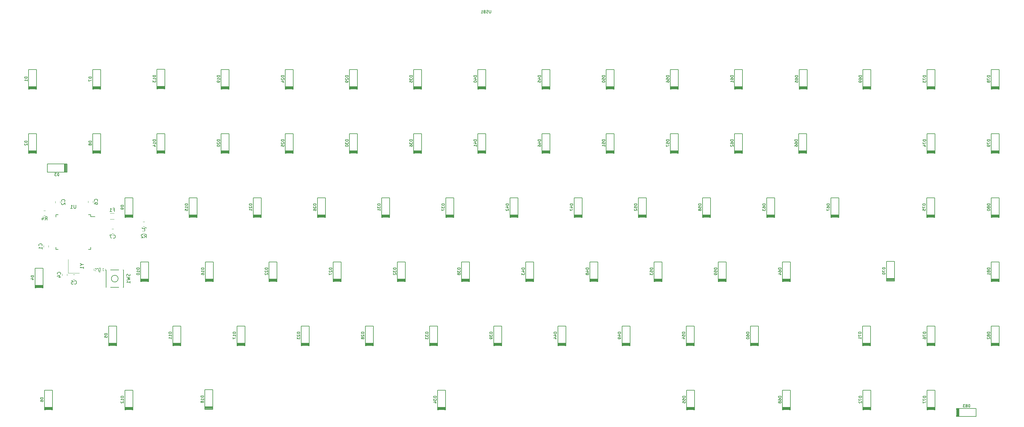
<source format=gbo>
G04 #@! TF.GenerationSoftware,KiCad,Pcbnew,(5.1.4)-1*
G04 #@! TF.CreationDate,2020-09-27T22:15:01+10:00*
G04 #@! TF.ProjectId,merchants 60,6d657263-6861-46e7-9473-2036302e6b69,rev?*
G04 #@! TF.SameCoordinates,Original*
G04 #@! TF.FileFunction,Legend,Bot*
G04 #@! TF.FilePolarity,Positive*
%FSLAX46Y46*%
G04 Gerber Fmt 4.6, Leading zero omitted, Abs format (unit mm)*
G04 Created by KiCad (PCBNEW (5.1.4)-1) date 2020-09-27 22:15:01*
%MOMM*%
%LPD*%
G04 APERTURE LIST*
%ADD10C,0.150000*%
%ADD11C,0.120000*%
%ADD12C,0.200000*%
%ADD13C,0.203200*%
%ADD14C,1.852000*%
%ADD15C,2.352000*%
%ADD16C,4.089800*%
%ADD17C,2.352000*%
%ADD18R,2.601360X2.301640*%
%ADD19R,0.602380X2.100980*%
%ADD20R,1.602000X0.652000*%
%ADD21R,0.652000X1.602000*%
%ADD22R,1.302000X1.502000*%
%ADD23R,1.202000X1.902000*%
%ADD24C,0.100000*%
%ADD25C,1.077000*%
%ADD26C,3.150000*%
%ADD27C,1.352000*%
%ADD28C,1.702000*%
%ADD29R,1.702000X1.702000*%
%ADD30R,1.302000X1.302000*%
G04 APERTURE END LIST*
D10*
X98551750Y-131413500D02*
X98551750Y-131988500D01*
X88201750Y-131413500D02*
X88201750Y-132088500D01*
X88201750Y-141763500D02*
X88201750Y-141088500D01*
X98551750Y-141763500D02*
X98551750Y-141088500D01*
X98551750Y-131413500D02*
X97876750Y-131413500D01*
X98551750Y-141763500D02*
X97876750Y-141763500D01*
X88201750Y-141763500D02*
X88876750Y-141763500D01*
X88201750Y-131413500D02*
X88876750Y-131413500D01*
X98551750Y-131988500D02*
X99826750Y-131988500D01*
D11*
X91853750Y-148748500D02*
X91853750Y-144748500D01*
X95153750Y-148748500D02*
X91853750Y-148748500D01*
D10*
X106695750Y-150431500D02*
G75*
G03X106695750Y-150431500I-1000000J0D01*
G01*
X108295750Y-147831500D02*
X103095750Y-147831500D01*
X108295750Y-153031500D02*
X108295750Y-147831500D01*
X103095750Y-153031500D02*
X108295750Y-153031500D01*
X103095750Y-147831500D02*
X103095750Y-153031500D01*
D11*
X84577422Y-130227000D02*
X85094578Y-130227000D01*
X84577422Y-131647000D02*
X85094578Y-131647000D01*
X102849750Y-147505922D02*
X102849750Y-148023078D01*
X101429750Y-147505922D02*
X101429750Y-148023078D01*
X114073172Y-135497500D02*
X114590328Y-135497500D01*
X114073172Y-136917500D02*
X114590328Y-136917500D01*
X114073172Y-133529000D02*
X114590328Y-133529000D01*
X114073172Y-134949000D02*
X114590328Y-134949000D01*
X105535814Y-132799500D02*
X104331686Y-132799500D01*
X105535814Y-130979500D02*
X104331686Y-130979500D01*
D12*
X361352750Y-188982500D02*
X355552750Y-188982500D01*
X361352750Y-191382500D02*
X361352750Y-188982500D01*
X355552750Y-191382500D02*
X361352750Y-191382500D01*
X355627750Y-191382500D02*
X355627750Y-188982500D01*
X355752750Y-191382500D02*
X355752750Y-188982500D01*
X355527750Y-188982500D02*
X355527750Y-191382500D01*
X355927750Y-191382500D02*
X355927750Y-188982500D01*
X356102750Y-191382500D02*
X356102750Y-188982500D01*
X356277750Y-191382500D02*
X356277750Y-188982500D01*
X365861750Y-164522500D02*
X365861750Y-170322500D01*
X368261750Y-164522500D02*
X365861750Y-164522500D01*
X368261750Y-170322500D02*
X368261750Y-164522500D01*
X368261750Y-170247500D02*
X365861750Y-170247500D01*
X368261750Y-170122500D02*
X365861750Y-170122500D01*
X365861750Y-170347500D02*
X368261750Y-170347500D01*
X368261750Y-169947500D02*
X365861750Y-169947500D01*
X368261750Y-169772500D02*
X365861750Y-169772500D01*
X368261750Y-169597500D02*
X365861750Y-169597500D01*
X365861750Y-145472500D02*
X365861750Y-151272500D01*
X368261750Y-145472500D02*
X365861750Y-145472500D01*
X368261750Y-151272500D02*
X368261750Y-145472500D01*
X368261750Y-151197500D02*
X365861750Y-151197500D01*
X368261750Y-151072500D02*
X365861750Y-151072500D01*
X365861750Y-151297500D02*
X368261750Y-151297500D01*
X368261750Y-150897500D02*
X365861750Y-150897500D01*
X368261750Y-150722500D02*
X365861750Y-150722500D01*
X368261750Y-150547500D02*
X365861750Y-150547500D01*
X365861750Y-126422500D02*
X365861750Y-132222500D01*
X368261750Y-126422500D02*
X365861750Y-126422500D01*
X368261750Y-132222500D02*
X368261750Y-126422500D01*
X368261750Y-132147500D02*
X365861750Y-132147500D01*
X368261750Y-132022500D02*
X365861750Y-132022500D01*
X365861750Y-132247500D02*
X368261750Y-132247500D01*
X368261750Y-131847500D02*
X365861750Y-131847500D01*
X368261750Y-131672500D02*
X365861750Y-131672500D01*
X368261750Y-131497500D02*
X365861750Y-131497500D01*
X365861750Y-107372500D02*
X365861750Y-113172500D01*
X368261750Y-107372500D02*
X365861750Y-107372500D01*
X368261750Y-113172500D02*
X368261750Y-107372500D01*
X368261750Y-113097500D02*
X365861750Y-113097500D01*
X368261750Y-112972500D02*
X365861750Y-112972500D01*
X365861750Y-113197500D02*
X368261750Y-113197500D01*
X368261750Y-112797500D02*
X365861750Y-112797500D01*
X368261750Y-112622500D02*
X365861750Y-112622500D01*
X368261750Y-112447500D02*
X365861750Y-112447500D01*
X365861750Y-88322500D02*
X365861750Y-94122500D01*
X368261750Y-88322500D02*
X365861750Y-88322500D01*
X368261750Y-94122500D02*
X368261750Y-88322500D01*
X368261750Y-94047500D02*
X365861750Y-94047500D01*
X368261750Y-93922500D02*
X365861750Y-93922500D01*
X365861750Y-94147500D02*
X368261750Y-94147500D01*
X368261750Y-93747500D02*
X365861750Y-93747500D01*
X368261750Y-93572500D02*
X365861750Y-93572500D01*
X368261750Y-93397500D02*
X365861750Y-93397500D01*
X346811750Y-183572500D02*
X346811750Y-189372500D01*
X349211750Y-183572500D02*
X346811750Y-183572500D01*
X349211750Y-189372500D02*
X349211750Y-183572500D01*
X349211750Y-189297500D02*
X346811750Y-189297500D01*
X349211750Y-189172500D02*
X346811750Y-189172500D01*
X346811750Y-189397500D02*
X349211750Y-189397500D01*
X349211750Y-188997500D02*
X346811750Y-188997500D01*
X349211750Y-188822500D02*
X346811750Y-188822500D01*
X349211750Y-188647500D02*
X346811750Y-188647500D01*
X346811750Y-164522500D02*
X346811750Y-170322500D01*
X349211750Y-164522500D02*
X346811750Y-164522500D01*
X349211750Y-170322500D02*
X349211750Y-164522500D01*
X349211750Y-170247500D02*
X346811750Y-170247500D01*
X349211750Y-170122500D02*
X346811750Y-170122500D01*
X346811750Y-170347500D02*
X349211750Y-170347500D01*
X349211750Y-169947500D02*
X346811750Y-169947500D01*
X349211750Y-169772500D02*
X346811750Y-169772500D01*
X349211750Y-169597500D02*
X346811750Y-169597500D01*
X346684750Y-126422500D02*
X346684750Y-132222500D01*
X349084750Y-126422500D02*
X346684750Y-126422500D01*
X349084750Y-132222500D02*
X349084750Y-126422500D01*
X349084750Y-132147500D02*
X346684750Y-132147500D01*
X349084750Y-132022500D02*
X346684750Y-132022500D01*
X346684750Y-132247500D02*
X349084750Y-132247500D01*
X349084750Y-131847500D02*
X346684750Y-131847500D01*
X349084750Y-131672500D02*
X346684750Y-131672500D01*
X349084750Y-131497500D02*
X346684750Y-131497500D01*
X346811750Y-107372500D02*
X346811750Y-113172500D01*
X349211750Y-107372500D02*
X346811750Y-107372500D01*
X349211750Y-113172500D02*
X349211750Y-107372500D01*
X349211750Y-113097500D02*
X346811750Y-113097500D01*
X349211750Y-112972500D02*
X346811750Y-112972500D01*
X346811750Y-113197500D02*
X349211750Y-113197500D01*
X349211750Y-112797500D02*
X346811750Y-112797500D01*
X349211750Y-112622500D02*
X346811750Y-112622500D01*
X349211750Y-112447500D02*
X346811750Y-112447500D01*
X346811750Y-88322500D02*
X346811750Y-94122500D01*
X349211750Y-88322500D02*
X346811750Y-88322500D01*
X349211750Y-94122500D02*
X349211750Y-88322500D01*
X349211750Y-94047500D02*
X346811750Y-94047500D01*
X349211750Y-93922500D02*
X346811750Y-93922500D01*
X346811750Y-94147500D02*
X349211750Y-94147500D01*
X349211750Y-93747500D02*
X346811750Y-93747500D01*
X349211750Y-93572500D02*
X346811750Y-93572500D01*
X349211750Y-93397500D02*
X346811750Y-93397500D01*
X327761750Y-183572500D02*
X327761750Y-189372500D01*
X330161750Y-183572500D02*
X327761750Y-183572500D01*
X330161750Y-189372500D02*
X330161750Y-183572500D01*
X330161750Y-189297500D02*
X327761750Y-189297500D01*
X330161750Y-189172500D02*
X327761750Y-189172500D01*
X327761750Y-189397500D02*
X330161750Y-189397500D01*
X330161750Y-188997500D02*
X327761750Y-188997500D01*
X330161750Y-188822500D02*
X327761750Y-188822500D01*
X330161750Y-188647500D02*
X327761750Y-188647500D01*
X327634750Y-164522500D02*
X327634750Y-170322500D01*
X330034750Y-164522500D02*
X327634750Y-164522500D01*
X330034750Y-170322500D02*
X330034750Y-164522500D01*
X330034750Y-170247500D02*
X327634750Y-170247500D01*
X330034750Y-170122500D02*
X327634750Y-170122500D01*
X327634750Y-170347500D02*
X330034750Y-170347500D01*
X330034750Y-169947500D02*
X327634750Y-169947500D01*
X330034750Y-169772500D02*
X327634750Y-169772500D01*
X330034750Y-169597500D02*
X327634750Y-169597500D01*
X334746750Y-145345500D02*
X334746750Y-151145500D01*
X337146750Y-145345500D02*
X334746750Y-145345500D01*
X337146750Y-151145500D02*
X337146750Y-145345500D01*
X337146750Y-151070500D02*
X334746750Y-151070500D01*
X337146750Y-150945500D02*
X334746750Y-150945500D01*
X334746750Y-151170500D02*
X337146750Y-151170500D01*
X337146750Y-150770500D02*
X334746750Y-150770500D01*
X337146750Y-150595500D02*
X334746750Y-150595500D01*
X337146750Y-150420500D02*
X334746750Y-150420500D01*
X327761750Y-88322500D02*
X327761750Y-94122500D01*
X330161750Y-88322500D02*
X327761750Y-88322500D01*
X330161750Y-94122500D02*
X330161750Y-88322500D01*
X330161750Y-94047500D02*
X327761750Y-94047500D01*
X330161750Y-93922500D02*
X327761750Y-93922500D01*
X327761750Y-94147500D02*
X330161750Y-94147500D01*
X330161750Y-93747500D02*
X327761750Y-93747500D01*
X330161750Y-93572500D02*
X327761750Y-93572500D01*
X330161750Y-93397500D02*
X327761750Y-93397500D01*
X303885750Y-183572500D02*
X303885750Y-189372500D01*
X306285750Y-183572500D02*
X303885750Y-183572500D01*
X306285750Y-189372500D02*
X306285750Y-183572500D01*
X306285750Y-189297500D02*
X303885750Y-189297500D01*
X306285750Y-189172500D02*
X303885750Y-189172500D01*
X303885750Y-189397500D02*
X306285750Y-189397500D01*
X306285750Y-188997500D02*
X303885750Y-188997500D01*
X306285750Y-188822500D02*
X303885750Y-188822500D01*
X306285750Y-188647500D02*
X303885750Y-188647500D01*
X318236750Y-126422500D02*
X318236750Y-132222500D01*
X320636750Y-126422500D02*
X318236750Y-126422500D01*
X320636750Y-132222500D02*
X320636750Y-126422500D01*
X320636750Y-132147500D02*
X318236750Y-132147500D01*
X320636750Y-132022500D02*
X318236750Y-132022500D01*
X318236750Y-132247500D02*
X320636750Y-132247500D01*
X320636750Y-131847500D02*
X318236750Y-131847500D01*
X320636750Y-131672500D02*
X318236750Y-131672500D01*
X320636750Y-131497500D02*
X318236750Y-131497500D01*
X308711750Y-107372500D02*
X308711750Y-113172500D01*
X311111750Y-107372500D02*
X308711750Y-107372500D01*
X311111750Y-113172500D02*
X311111750Y-107372500D01*
X311111750Y-113097500D02*
X308711750Y-113097500D01*
X311111750Y-112972500D02*
X308711750Y-112972500D01*
X308711750Y-113197500D02*
X311111750Y-113197500D01*
X311111750Y-112797500D02*
X308711750Y-112797500D01*
X311111750Y-112622500D02*
X308711750Y-112622500D01*
X311111750Y-112447500D02*
X308711750Y-112447500D01*
X308838750Y-88322500D02*
X308838750Y-94122500D01*
X311238750Y-88322500D02*
X308838750Y-88322500D01*
X311238750Y-94122500D02*
X311238750Y-88322500D01*
X311238750Y-94047500D02*
X308838750Y-94047500D01*
X311238750Y-93922500D02*
X308838750Y-93922500D01*
X308838750Y-94147500D02*
X311238750Y-94147500D01*
X311238750Y-93747500D02*
X308838750Y-93747500D01*
X311238750Y-93572500D02*
X308838750Y-93572500D01*
X311238750Y-93397500D02*
X308838750Y-93397500D01*
X303885750Y-145472500D02*
X303885750Y-151272500D01*
X306285750Y-145472500D02*
X303885750Y-145472500D01*
X306285750Y-151272500D02*
X306285750Y-145472500D01*
X306285750Y-151197500D02*
X303885750Y-151197500D01*
X306285750Y-151072500D02*
X303885750Y-151072500D01*
X303885750Y-151297500D02*
X306285750Y-151297500D01*
X306285750Y-150897500D02*
X303885750Y-150897500D01*
X306285750Y-150722500D02*
X303885750Y-150722500D01*
X306285750Y-150547500D02*
X303885750Y-150547500D01*
X299186750Y-126422500D02*
X299186750Y-132222500D01*
X301586750Y-126422500D02*
X299186750Y-126422500D01*
X301586750Y-132222500D02*
X301586750Y-126422500D01*
X301586750Y-132147500D02*
X299186750Y-132147500D01*
X301586750Y-132022500D02*
X299186750Y-132022500D01*
X299186750Y-132247500D02*
X301586750Y-132247500D01*
X301586750Y-131847500D02*
X299186750Y-131847500D01*
X301586750Y-131672500D02*
X299186750Y-131672500D01*
X301586750Y-131497500D02*
X299186750Y-131497500D01*
X289661750Y-107372500D02*
X289661750Y-113172500D01*
X292061750Y-107372500D02*
X289661750Y-107372500D01*
X292061750Y-113172500D02*
X292061750Y-107372500D01*
X292061750Y-113097500D02*
X289661750Y-113097500D01*
X292061750Y-112972500D02*
X289661750Y-112972500D01*
X289661750Y-113197500D02*
X292061750Y-113197500D01*
X292061750Y-112797500D02*
X289661750Y-112797500D01*
X292061750Y-112622500D02*
X289661750Y-112622500D01*
X292061750Y-112447500D02*
X289661750Y-112447500D01*
X289661750Y-88322500D02*
X289661750Y-94122500D01*
X292061750Y-88322500D02*
X289661750Y-88322500D01*
X292061750Y-94122500D02*
X292061750Y-88322500D01*
X292061750Y-94047500D02*
X289661750Y-94047500D01*
X292061750Y-93922500D02*
X289661750Y-93922500D01*
X289661750Y-94147500D02*
X292061750Y-94147500D01*
X292061750Y-93747500D02*
X289661750Y-93747500D01*
X292061750Y-93572500D02*
X289661750Y-93572500D01*
X292061750Y-93397500D02*
X289661750Y-93397500D01*
X294360750Y-164522500D02*
X294360750Y-170322500D01*
X296760750Y-164522500D02*
X294360750Y-164522500D01*
X296760750Y-170322500D02*
X296760750Y-164522500D01*
X296760750Y-170247500D02*
X294360750Y-170247500D01*
X296760750Y-170122500D02*
X294360750Y-170122500D01*
X294360750Y-170347500D02*
X296760750Y-170347500D01*
X296760750Y-169947500D02*
X294360750Y-169947500D01*
X296760750Y-169772500D02*
X294360750Y-169772500D01*
X296760750Y-169597500D02*
X294360750Y-169597500D01*
X284835750Y-145472500D02*
X284835750Y-151272500D01*
X287235750Y-145472500D02*
X284835750Y-145472500D01*
X287235750Y-151272500D02*
X287235750Y-145472500D01*
X287235750Y-151197500D02*
X284835750Y-151197500D01*
X287235750Y-151072500D02*
X284835750Y-151072500D01*
X284835750Y-151297500D02*
X287235750Y-151297500D01*
X287235750Y-150897500D02*
X284835750Y-150897500D01*
X287235750Y-150722500D02*
X284835750Y-150722500D01*
X287235750Y-150547500D02*
X284835750Y-150547500D01*
X280136750Y-126422500D02*
X280136750Y-132222500D01*
X282536750Y-126422500D02*
X280136750Y-126422500D01*
X282536750Y-132222500D02*
X282536750Y-126422500D01*
X282536750Y-132147500D02*
X280136750Y-132147500D01*
X282536750Y-132022500D02*
X280136750Y-132022500D01*
X280136750Y-132247500D02*
X282536750Y-132247500D01*
X282536750Y-131847500D02*
X280136750Y-131847500D01*
X282536750Y-131672500D02*
X280136750Y-131672500D01*
X282536750Y-131497500D02*
X280136750Y-131497500D01*
X270611750Y-107372500D02*
X270611750Y-113172500D01*
X273011750Y-107372500D02*
X270611750Y-107372500D01*
X273011750Y-113172500D02*
X273011750Y-107372500D01*
X273011750Y-113097500D02*
X270611750Y-113097500D01*
X273011750Y-112972500D02*
X270611750Y-112972500D01*
X270611750Y-113197500D02*
X273011750Y-113197500D01*
X273011750Y-112797500D02*
X270611750Y-112797500D01*
X273011750Y-112622500D02*
X270611750Y-112622500D01*
X273011750Y-112447500D02*
X270611750Y-112447500D01*
X270611750Y-88322500D02*
X270611750Y-94122500D01*
X273011750Y-88322500D02*
X270611750Y-88322500D01*
X273011750Y-94122500D02*
X273011750Y-88322500D01*
X273011750Y-94047500D02*
X270611750Y-94047500D01*
X273011750Y-93922500D02*
X270611750Y-93922500D01*
X270611750Y-94147500D02*
X273011750Y-94147500D01*
X273011750Y-93747500D02*
X270611750Y-93747500D01*
X273011750Y-93572500D02*
X270611750Y-93572500D01*
X273011750Y-93397500D02*
X270611750Y-93397500D01*
X275437750Y-183572500D02*
X275437750Y-189372500D01*
X277837750Y-183572500D02*
X275437750Y-183572500D01*
X277837750Y-189372500D02*
X277837750Y-183572500D01*
X277837750Y-189297500D02*
X275437750Y-189297500D01*
X277837750Y-189172500D02*
X275437750Y-189172500D01*
X275437750Y-189397500D02*
X277837750Y-189397500D01*
X277837750Y-188997500D02*
X275437750Y-188997500D01*
X277837750Y-188822500D02*
X275437750Y-188822500D01*
X277837750Y-188647500D02*
X275437750Y-188647500D01*
X275310750Y-164522500D02*
X275310750Y-170322500D01*
X277710750Y-164522500D02*
X275310750Y-164522500D01*
X277710750Y-170322500D02*
X277710750Y-164522500D01*
X277710750Y-170247500D02*
X275310750Y-170247500D01*
X277710750Y-170122500D02*
X275310750Y-170122500D01*
X275310750Y-170347500D02*
X277710750Y-170347500D01*
X277710750Y-169947500D02*
X275310750Y-169947500D01*
X277710750Y-169772500D02*
X275310750Y-169772500D01*
X277710750Y-169597500D02*
X275310750Y-169597500D01*
X265785750Y-145472500D02*
X265785750Y-151272500D01*
X268185750Y-145472500D02*
X265785750Y-145472500D01*
X268185750Y-151272500D02*
X268185750Y-145472500D01*
X268185750Y-151197500D02*
X265785750Y-151197500D01*
X268185750Y-151072500D02*
X265785750Y-151072500D01*
X265785750Y-151297500D02*
X268185750Y-151297500D01*
X268185750Y-150897500D02*
X265785750Y-150897500D01*
X268185750Y-150722500D02*
X265785750Y-150722500D01*
X268185750Y-150547500D02*
X265785750Y-150547500D01*
X261086750Y-126422500D02*
X261086750Y-132222500D01*
X263486750Y-126422500D02*
X261086750Y-126422500D01*
X263486750Y-132222500D02*
X263486750Y-126422500D01*
X263486750Y-132147500D02*
X261086750Y-132147500D01*
X263486750Y-132022500D02*
X261086750Y-132022500D01*
X261086750Y-132247500D02*
X263486750Y-132247500D01*
X263486750Y-131847500D02*
X261086750Y-131847500D01*
X263486750Y-131672500D02*
X261086750Y-131672500D01*
X263486750Y-131497500D02*
X261086750Y-131497500D01*
X251561750Y-107372500D02*
X251561750Y-113172500D01*
X253961750Y-107372500D02*
X251561750Y-107372500D01*
X253961750Y-113172500D02*
X253961750Y-107372500D01*
X253961750Y-113097500D02*
X251561750Y-113097500D01*
X253961750Y-112972500D02*
X251561750Y-112972500D01*
X251561750Y-113197500D02*
X253961750Y-113197500D01*
X253961750Y-112797500D02*
X251561750Y-112797500D01*
X253961750Y-112622500D02*
X251561750Y-112622500D01*
X253961750Y-112447500D02*
X251561750Y-112447500D01*
X251561750Y-88322500D02*
X251561750Y-94122500D01*
X253961750Y-88322500D02*
X251561750Y-88322500D01*
X253961750Y-94122500D02*
X253961750Y-88322500D01*
X253961750Y-94047500D02*
X251561750Y-94047500D01*
X253961750Y-93922500D02*
X251561750Y-93922500D01*
X251561750Y-94147500D02*
X253961750Y-94147500D01*
X253961750Y-93747500D02*
X251561750Y-93747500D01*
X253961750Y-93572500D02*
X251561750Y-93572500D01*
X253961750Y-93397500D02*
X251561750Y-93397500D01*
X256260750Y-164522500D02*
X256260750Y-170322500D01*
X258660750Y-164522500D02*
X256260750Y-164522500D01*
X258660750Y-170322500D02*
X258660750Y-164522500D01*
X258660750Y-170247500D02*
X256260750Y-170247500D01*
X258660750Y-170122500D02*
X256260750Y-170122500D01*
X256260750Y-170347500D02*
X258660750Y-170347500D01*
X258660750Y-169947500D02*
X256260750Y-169947500D01*
X258660750Y-169772500D02*
X256260750Y-169772500D01*
X258660750Y-169597500D02*
X256260750Y-169597500D01*
X246735750Y-145472500D02*
X246735750Y-151272500D01*
X249135750Y-145472500D02*
X246735750Y-145472500D01*
X249135750Y-151272500D02*
X249135750Y-145472500D01*
X249135750Y-151197500D02*
X246735750Y-151197500D01*
X249135750Y-151072500D02*
X246735750Y-151072500D01*
X246735750Y-151297500D02*
X249135750Y-151297500D01*
X249135750Y-150897500D02*
X246735750Y-150897500D01*
X249135750Y-150722500D02*
X246735750Y-150722500D01*
X249135750Y-150547500D02*
X246735750Y-150547500D01*
X242036750Y-126422500D02*
X242036750Y-132222500D01*
X244436750Y-126422500D02*
X242036750Y-126422500D01*
X244436750Y-132222500D02*
X244436750Y-126422500D01*
X244436750Y-132147500D02*
X242036750Y-132147500D01*
X244436750Y-132022500D02*
X242036750Y-132022500D01*
X242036750Y-132247500D02*
X244436750Y-132247500D01*
X244436750Y-131847500D02*
X242036750Y-131847500D01*
X244436750Y-131672500D02*
X242036750Y-131672500D01*
X244436750Y-131497500D02*
X242036750Y-131497500D01*
X232511750Y-107372500D02*
X232511750Y-113172500D01*
X234911750Y-107372500D02*
X232511750Y-107372500D01*
X234911750Y-113172500D02*
X234911750Y-107372500D01*
X234911750Y-113097500D02*
X232511750Y-113097500D01*
X234911750Y-112972500D02*
X232511750Y-112972500D01*
X232511750Y-113197500D02*
X234911750Y-113197500D01*
X234911750Y-112797500D02*
X232511750Y-112797500D01*
X234911750Y-112622500D02*
X232511750Y-112622500D01*
X234911750Y-112447500D02*
X232511750Y-112447500D01*
X232511750Y-88322500D02*
X232511750Y-94122500D01*
X234911750Y-88322500D02*
X232511750Y-88322500D01*
X234911750Y-94122500D02*
X234911750Y-88322500D01*
X234911750Y-94047500D02*
X232511750Y-94047500D01*
X234911750Y-93922500D02*
X232511750Y-93922500D01*
X232511750Y-94147500D02*
X234911750Y-94147500D01*
X234911750Y-93747500D02*
X232511750Y-93747500D01*
X234911750Y-93572500D02*
X232511750Y-93572500D01*
X234911750Y-93397500D02*
X232511750Y-93397500D01*
X237210750Y-164522500D02*
X237210750Y-170322500D01*
X239610750Y-164522500D02*
X237210750Y-164522500D01*
X239610750Y-170322500D02*
X239610750Y-164522500D01*
X239610750Y-170247500D02*
X237210750Y-170247500D01*
X239610750Y-170122500D02*
X237210750Y-170122500D01*
X237210750Y-170347500D02*
X239610750Y-170347500D01*
X239610750Y-169947500D02*
X237210750Y-169947500D01*
X239610750Y-169772500D02*
X237210750Y-169772500D01*
X239610750Y-169597500D02*
X237210750Y-169597500D01*
X227685750Y-145472500D02*
X227685750Y-151272500D01*
X230085750Y-145472500D02*
X227685750Y-145472500D01*
X230085750Y-151272500D02*
X230085750Y-145472500D01*
X230085750Y-151197500D02*
X227685750Y-151197500D01*
X230085750Y-151072500D02*
X227685750Y-151072500D01*
X227685750Y-151297500D02*
X230085750Y-151297500D01*
X230085750Y-150897500D02*
X227685750Y-150897500D01*
X230085750Y-150722500D02*
X227685750Y-150722500D01*
X230085750Y-150547500D02*
X227685750Y-150547500D01*
X222986750Y-126422500D02*
X222986750Y-132222500D01*
X225386750Y-126422500D02*
X222986750Y-126422500D01*
X225386750Y-132222500D02*
X225386750Y-126422500D01*
X225386750Y-132147500D02*
X222986750Y-132147500D01*
X225386750Y-132022500D02*
X222986750Y-132022500D01*
X222986750Y-132247500D02*
X225386750Y-132247500D01*
X225386750Y-131847500D02*
X222986750Y-131847500D01*
X225386750Y-131672500D02*
X222986750Y-131672500D01*
X225386750Y-131497500D02*
X222986750Y-131497500D01*
X213461750Y-107372500D02*
X213461750Y-113172500D01*
X215861750Y-107372500D02*
X213461750Y-107372500D01*
X215861750Y-113172500D02*
X215861750Y-107372500D01*
X215861750Y-113097500D02*
X213461750Y-113097500D01*
X215861750Y-112972500D02*
X213461750Y-112972500D01*
X213461750Y-113197500D02*
X215861750Y-113197500D01*
X215861750Y-112797500D02*
X213461750Y-112797500D01*
X215861750Y-112622500D02*
X213461750Y-112622500D01*
X215861750Y-112447500D02*
X213461750Y-112447500D01*
X213461750Y-88322500D02*
X213461750Y-94122500D01*
X215861750Y-88322500D02*
X213461750Y-88322500D01*
X215861750Y-94122500D02*
X215861750Y-88322500D01*
X215861750Y-94047500D02*
X213461750Y-94047500D01*
X215861750Y-93922500D02*
X213461750Y-93922500D01*
X213461750Y-94147500D02*
X215861750Y-94147500D01*
X215861750Y-93747500D02*
X213461750Y-93747500D01*
X215861750Y-93572500D02*
X213461750Y-93572500D01*
X215861750Y-93397500D02*
X213461750Y-93397500D01*
X218160750Y-164522500D02*
X218160750Y-170322500D01*
X220560750Y-164522500D02*
X218160750Y-164522500D01*
X220560750Y-170322500D02*
X220560750Y-164522500D01*
X220560750Y-170247500D02*
X218160750Y-170247500D01*
X220560750Y-170122500D02*
X218160750Y-170122500D01*
X218160750Y-170347500D02*
X220560750Y-170347500D01*
X220560750Y-169947500D02*
X218160750Y-169947500D01*
X220560750Y-169772500D02*
X218160750Y-169772500D01*
X220560750Y-169597500D02*
X218160750Y-169597500D01*
X208635750Y-145472500D02*
X208635750Y-151272500D01*
X211035750Y-145472500D02*
X208635750Y-145472500D01*
X211035750Y-151272500D02*
X211035750Y-145472500D01*
X211035750Y-151197500D02*
X208635750Y-151197500D01*
X211035750Y-151072500D02*
X208635750Y-151072500D01*
X208635750Y-151297500D02*
X211035750Y-151297500D01*
X211035750Y-150897500D02*
X208635750Y-150897500D01*
X211035750Y-150722500D02*
X208635750Y-150722500D01*
X211035750Y-150547500D02*
X208635750Y-150547500D01*
X203936750Y-126422500D02*
X203936750Y-132222500D01*
X206336750Y-126422500D02*
X203936750Y-126422500D01*
X206336750Y-132222500D02*
X206336750Y-126422500D01*
X206336750Y-132147500D02*
X203936750Y-132147500D01*
X206336750Y-132022500D02*
X203936750Y-132022500D01*
X203936750Y-132247500D02*
X206336750Y-132247500D01*
X206336750Y-131847500D02*
X203936750Y-131847500D01*
X206336750Y-131672500D02*
X203936750Y-131672500D01*
X206336750Y-131497500D02*
X203936750Y-131497500D01*
X194411750Y-107372500D02*
X194411750Y-113172500D01*
X196811750Y-107372500D02*
X194411750Y-107372500D01*
X196811750Y-113172500D02*
X196811750Y-107372500D01*
X196811750Y-113097500D02*
X194411750Y-113097500D01*
X196811750Y-112972500D02*
X194411750Y-112972500D01*
X194411750Y-113197500D02*
X196811750Y-113197500D01*
X196811750Y-112797500D02*
X194411750Y-112797500D01*
X196811750Y-112622500D02*
X194411750Y-112622500D01*
X196811750Y-112447500D02*
X194411750Y-112447500D01*
X194411750Y-88322500D02*
X194411750Y-94122500D01*
X196811750Y-88322500D02*
X194411750Y-88322500D01*
X196811750Y-94122500D02*
X196811750Y-88322500D01*
X196811750Y-94047500D02*
X194411750Y-94047500D01*
X196811750Y-93922500D02*
X194411750Y-93922500D01*
X194411750Y-94147500D02*
X196811750Y-94147500D01*
X196811750Y-93747500D02*
X194411750Y-93747500D01*
X196811750Y-93572500D02*
X194411750Y-93572500D01*
X196811750Y-93397500D02*
X194411750Y-93397500D01*
X201523750Y-183572500D02*
X201523750Y-189372500D01*
X203923750Y-183572500D02*
X201523750Y-183572500D01*
X203923750Y-189372500D02*
X203923750Y-183572500D01*
X203923750Y-189297500D02*
X201523750Y-189297500D01*
X203923750Y-189172500D02*
X201523750Y-189172500D01*
X201523750Y-189397500D02*
X203923750Y-189397500D01*
X203923750Y-188997500D02*
X201523750Y-188997500D01*
X203923750Y-188822500D02*
X201523750Y-188822500D01*
X203923750Y-188647500D02*
X201523750Y-188647500D01*
X199110750Y-164522500D02*
X199110750Y-170322500D01*
X201510750Y-164522500D02*
X199110750Y-164522500D01*
X201510750Y-170322500D02*
X201510750Y-164522500D01*
X201510750Y-170247500D02*
X199110750Y-170247500D01*
X201510750Y-170122500D02*
X199110750Y-170122500D01*
X199110750Y-170347500D02*
X201510750Y-170347500D01*
X201510750Y-169947500D02*
X199110750Y-169947500D01*
X201510750Y-169772500D02*
X199110750Y-169772500D01*
X201510750Y-169597500D02*
X199110750Y-169597500D01*
X189585750Y-145472500D02*
X189585750Y-151272500D01*
X191985750Y-145472500D02*
X189585750Y-145472500D01*
X191985750Y-151272500D02*
X191985750Y-145472500D01*
X191985750Y-151197500D02*
X189585750Y-151197500D01*
X191985750Y-151072500D02*
X189585750Y-151072500D01*
X189585750Y-151297500D02*
X191985750Y-151297500D01*
X191985750Y-150897500D02*
X189585750Y-150897500D01*
X191985750Y-150722500D02*
X189585750Y-150722500D01*
X191985750Y-150547500D02*
X189585750Y-150547500D01*
X184886750Y-126422500D02*
X184886750Y-132222500D01*
X187286750Y-126422500D02*
X184886750Y-126422500D01*
X187286750Y-132222500D02*
X187286750Y-126422500D01*
X187286750Y-132147500D02*
X184886750Y-132147500D01*
X187286750Y-132022500D02*
X184886750Y-132022500D01*
X184886750Y-132247500D02*
X187286750Y-132247500D01*
X187286750Y-131847500D02*
X184886750Y-131847500D01*
X187286750Y-131672500D02*
X184886750Y-131672500D01*
X187286750Y-131497500D02*
X184886750Y-131497500D01*
X175361750Y-107372500D02*
X175361750Y-113172500D01*
X177761750Y-107372500D02*
X175361750Y-107372500D01*
X177761750Y-113172500D02*
X177761750Y-107372500D01*
X177761750Y-113097500D02*
X175361750Y-113097500D01*
X177761750Y-112972500D02*
X175361750Y-112972500D01*
X175361750Y-113197500D02*
X177761750Y-113197500D01*
X177761750Y-112797500D02*
X175361750Y-112797500D01*
X177761750Y-112622500D02*
X175361750Y-112622500D01*
X177761750Y-112447500D02*
X175361750Y-112447500D01*
X175361750Y-88322500D02*
X175361750Y-94122500D01*
X177761750Y-88322500D02*
X175361750Y-88322500D01*
X177761750Y-94122500D02*
X177761750Y-88322500D01*
X177761750Y-94047500D02*
X175361750Y-94047500D01*
X177761750Y-93922500D02*
X175361750Y-93922500D01*
X175361750Y-94147500D02*
X177761750Y-94147500D01*
X177761750Y-93747500D02*
X175361750Y-93747500D01*
X177761750Y-93572500D02*
X175361750Y-93572500D01*
X177761750Y-93397500D02*
X175361750Y-93397500D01*
X180060750Y-164522500D02*
X180060750Y-170322500D01*
X182460750Y-164522500D02*
X180060750Y-164522500D01*
X182460750Y-170322500D02*
X182460750Y-164522500D01*
X182460750Y-170247500D02*
X180060750Y-170247500D01*
X182460750Y-170122500D02*
X180060750Y-170122500D01*
X180060750Y-170347500D02*
X182460750Y-170347500D01*
X182460750Y-169947500D02*
X180060750Y-169947500D01*
X182460750Y-169772500D02*
X180060750Y-169772500D01*
X182460750Y-169597500D02*
X180060750Y-169597500D01*
X170535750Y-145472500D02*
X170535750Y-151272500D01*
X172935750Y-145472500D02*
X170535750Y-145472500D01*
X172935750Y-151272500D02*
X172935750Y-145472500D01*
X172935750Y-151197500D02*
X170535750Y-151197500D01*
X172935750Y-151072500D02*
X170535750Y-151072500D01*
X170535750Y-151297500D02*
X172935750Y-151297500D01*
X172935750Y-150897500D02*
X170535750Y-150897500D01*
X172935750Y-150722500D02*
X170535750Y-150722500D01*
X172935750Y-150547500D02*
X170535750Y-150547500D01*
X165836750Y-126422500D02*
X165836750Y-132222500D01*
X168236750Y-126422500D02*
X165836750Y-126422500D01*
X168236750Y-132222500D02*
X168236750Y-126422500D01*
X168236750Y-132147500D02*
X165836750Y-132147500D01*
X168236750Y-132022500D02*
X165836750Y-132022500D01*
X165836750Y-132247500D02*
X168236750Y-132247500D01*
X168236750Y-131847500D02*
X165836750Y-131847500D01*
X168236750Y-131672500D02*
X165836750Y-131672500D01*
X168236750Y-131497500D02*
X165836750Y-131497500D01*
X156311750Y-107372500D02*
X156311750Y-113172500D01*
X158711750Y-107372500D02*
X156311750Y-107372500D01*
X158711750Y-113172500D02*
X158711750Y-107372500D01*
X158711750Y-113097500D02*
X156311750Y-113097500D01*
X158711750Y-112972500D02*
X156311750Y-112972500D01*
X156311750Y-113197500D02*
X158711750Y-113197500D01*
X158711750Y-112797500D02*
X156311750Y-112797500D01*
X158711750Y-112622500D02*
X156311750Y-112622500D01*
X158711750Y-112447500D02*
X156311750Y-112447500D01*
X156311750Y-88322500D02*
X156311750Y-94122500D01*
X158711750Y-88322500D02*
X156311750Y-88322500D01*
X158711750Y-94122500D02*
X158711750Y-88322500D01*
X158711750Y-94047500D02*
X156311750Y-94047500D01*
X158711750Y-93922500D02*
X156311750Y-93922500D01*
X156311750Y-94147500D02*
X158711750Y-94147500D01*
X158711750Y-93747500D02*
X156311750Y-93747500D01*
X158711750Y-93572500D02*
X156311750Y-93572500D01*
X158711750Y-93397500D02*
X156311750Y-93397500D01*
X161010750Y-164522500D02*
X161010750Y-170322500D01*
X163410750Y-164522500D02*
X161010750Y-164522500D01*
X163410750Y-170322500D02*
X163410750Y-164522500D01*
X163410750Y-170247500D02*
X161010750Y-170247500D01*
X163410750Y-170122500D02*
X161010750Y-170122500D01*
X161010750Y-170347500D02*
X163410750Y-170347500D01*
X163410750Y-169947500D02*
X161010750Y-169947500D01*
X163410750Y-169772500D02*
X161010750Y-169772500D01*
X163410750Y-169597500D02*
X161010750Y-169597500D01*
X151485750Y-145472500D02*
X151485750Y-151272500D01*
X153885750Y-145472500D02*
X151485750Y-145472500D01*
X153885750Y-151272500D02*
X153885750Y-145472500D01*
X153885750Y-151197500D02*
X151485750Y-151197500D01*
X153885750Y-151072500D02*
X151485750Y-151072500D01*
X151485750Y-151297500D02*
X153885750Y-151297500D01*
X153885750Y-150897500D02*
X151485750Y-150897500D01*
X153885750Y-150722500D02*
X151485750Y-150722500D01*
X153885750Y-150547500D02*
X151485750Y-150547500D01*
X146786750Y-126422500D02*
X146786750Y-132222500D01*
X149186750Y-126422500D02*
X146786750Y-126422500D01*
X149186750Y-132222500D02*
X149186750Y-126422500D01*
X149186750Y-132147500D02*
X146786750Y-132147500D01*
X149186750Y-132022500D02*
X146786750Y-132022500D01*
X146786750Y-132247500D02*
X149186750Y-132247500D01*
X149186750Y-131847500D02*
X146786750Y-131847500D01*
X149186750Y-131672500D02*
X146786750Y-131672500D01*
X149186750Y-131497500D02*
X146786750Y-131497500D01*
X137261750Y-107372500D02*
X137261750Y-113172500D01*
X139661750Y-107372500D02*
X137261750Y-107372500D01*
X139661750Y-113172500D02*
X139661750Y-107372500D01*
X139661750Y-113097500D02*
X137261750Y-113097500D01*
X139661750Y-112972500D02*
X137261750Y-112972500D01*
X137261750Y-113197500D02*
X139661750Y-113197500D01*
X139661750Y-112797500D02*
X137261750Y-112797500D01*
X139661750Y-112622500D02*
X137261750Y-112622500D01*
X139661750Y-112447500D02*
X137261750Y-112447500D01*
X137261750Y-88322500D02*
X137261750Y-94122500D01*
X139661750Y-88322500D02*
X137261750Y-88322500D01*
X139661750Y-94122500D02*
X139661750Y-88322500D01*
X139661750Y-94047500D02*
X137261750Y-94047500D01*
X139661750Y-93922500D02*
X137261750Y-93922500D01*
X137261750Y-94147500D02*
X139661750Y-94147500D01*
X139661750Y-93747500D02*
X137261750Y-93747500D01*
X139661750Y-93572500D02*
X137261750Y-93572500D01*
X139661750Y-93397500D02*
X137261750Y-93397500D01*
X132435750Y-183445500D02*
X132435750Y-189245500D01*
X134835750Y-183445500D02*
X132435750Y-183445500D01*
X134835750Y-189245500D02*
X134835750Y-183445500D01*
X134835750Y-189170500D02*
X132435750Y-189170500D01*
X134835750Y-189045500D02*
X132435750Y-189045500D01*
X132435750Y-189270500D02*
X134835750Y-189270500D01*
X134835750Y-188870500D02*
X132435750Y-188870500D01*
X134835750Y-188695500D02*
X132435750Y-188695500D01*
X134835750Y-188520500D02*
X132435750Y-188520500D01*
X141960750Y-164522500D02*
X141960750Y-170322500D01*
X144360750Y-164522500D02*
X141960750Y-164522500D01*
X144360750Y-170322500D02*
X144360750Y-164522500D01*
X144360750Y-170247500D02*
X141960750Y-170247500D01*
X144360750Y-170122500D02*
X141960750Y-170122500D01*
X141960750Y-170347500D02*
X144360750Y-170347500D01*
X144360750Y-169947500D02*
X141960750Y-169947500D01*
X144360750Y-169772500D02*
X141960750Y-169772500D01*
X144360750Y-169597500D02*
X141960750Y-169597500D01*
X132562750Y-145472500D02*
X132562750Y-151272500D01*
X134962750Y-145472500D02*
X132562750Y-145472500D01*
X134962750Y-151272500D02*
X134962750Y-145472500D01*
X134962750Y-151197500D02*
X132562750Y-151197500D01*
X134962750Y-151072500D02*
X132562750Y-151072500D01*
X132562750Y-151297500D02*
X134962750Y-151297500D01*
X134962750Y-150897500D02*
X132562750Y-150897500D01*
X134962750Y-150722500D02*
X132562750Y-150722500D01*
X134962750Y-150547500D02*
X132562750Y-150547500D01*
X127736750Y-126422500D02*
X127736750Y-132222500D01*
X130136750Y-126422500D02*
X127736750Y-126422500D01*
X130136750Y-132222500D02*
X130136750Y-126422500D01*
X130136750Y-132147500D02*
X127736750Y-132147500D01*
X130136750Y-132022500D02*
X127736750Y-132022500D01*
X127736750Y-132247500D02*
X130136750Y-132247500D01*
X130136750Y-131847500D02*
X127736750Y-131847500D01*
X130136750Y-131672500D02*
X127736750Y-131672500D01*
X130136750Y-131497500D02*
X127736750Y-131497500D01*
X118211750Y-107372500D02*
X118211750Y-113172500D01*
X120611750Y-107372500D02*
X118211750Y-107372500D01*
X120611750Y-113172500D02*
X120611750Y-107372500D01*
X120611750Y-113097500D02*
X118211750Y-113097500D01*
X120611750Y-112972500D02*
X118211750Y-112972500D01*
X118211750Y-113197500D02*
X120611750Y-113197500D01*
X120611750Y-112797500D02*
X118211750Y-112797500D01*
X120611750Y-112622500D02*
X118211750Y-112622500D01*
X120611750Y-112447500D02*
X118211750Y-112447500D01*
X118211750Y-88246500D02*
X118211750Y-94046500D01*
X120611750Y-88246500D02*
X118211750Y-88246500D01*
X120611750Y-94046500D02*
X120611750Y-88246500D01*
X120611750Y-93971500D02*
X118211750Y-93971500D01*
X120611750Y-93846500D02*
X118211750Y-93846500D01*
X118211750Y-94071500D02*
X120611750Y-94071500D01*
X120611750Y-93671500D02*
X118211750Y-93671500D01*
X120611750Y-93496500D02*
X118211750Y-93496500D01*
X120611750Y-93321500D02*
X118211750Y-93321500D01*
X108686750Y-183572500D02*
X108686750Y-189372500D01*
X111086750Y-183572500D02*
X108686750Y-183572500D01*
X111086750Y-189372500D02*
X111086750Y-183572500D01*
X111086750Y-189297500D02*
X108686750Y-189297500D01*
X111086750Y-189172500D02*
X108686750Y-189172500D01*
X108686750Y-189397500D02*
X111086750Y-189397500D01*
X111086750Y-188997500D02*
X108686750Y-188997500D01*
X111086750Y-188822500D02*
X108686750Y-188822500D01*
X111086750Y-188647500D02*
X108686750Y-188647500D01*
X122910750Y-164522500D02*
X122910750Y-170322500D01*
X125310750Y-164522500D02*
X122910750Y-164522500D01*
X125310750Y-170322500D02*
X125310750Y-164522500D01*
X125310750Y-170247500D02*
X122910750Y-170247500D01*
X125310750Y-170122500D02*
X122910750Y-170122500D01*
X122910750Y-170347500D02*
X125310750Y-170347500D01*
X125310750Y-169947500D02*
X122910750Y-169947500D01*
X125310750Y-169772500D02*
X122910750Y-169772500D01*
X125310750Y-169597500D02*
X122910750Y-169597500D01*
X113385750Y-145472500D02*
X113385750Y-151272500D01*
X115785750Y-145472500D02*
X113385750Y-145472500D01*
X115785750Y-151272500D02*
X115785750Y-145472500D01*
X115785750Y-151197500D02*
X113385750Y-151197500D01*
X115785750Y-151072500D02*
X113385750Y-151072500D01*
X113385750Y-151297500D02*
X115785750Y-151297500D01*
X115785750Y-150897500D02*
X113385750Y-150897500D01*
X115785750Y-150722500D02*
X113385750Y-150722500D01*
X115785750Y-150547500D02*
X113385750Y-150547500D01*
X108686750Y-126422500D02*
X108686750Y-132222500D01*
X111086750Y-126422500D02*
X108686750Y-126422500D01*
X111086750Y-132222500D02*
X111086750Y-126422500D01*
X111086750Y-132147500D02*
X108686750Y-132147500D01*
X111086750Y-132022500D02*
X108686750Y-132022500D01*
X108686750Y-132247500D02*
X111086750Y-132247500D01*
X111086750Y-131847500D02*
X108686750Y-131847500D01*
X111086750Y-131672500D02*
X108686750Y-131672500D01*
X111086750Y-131497500D02*
X108686750Y-131497500D01*
X99161750Y-107372500D02*
X99161750Y-113172500D01*
X101561750Y-107372500D02*
X99161750Y-107372500D01*
X101561750Y-113172500D02*
X101561750Y-107372500D01*
X101561750Y-113097500D02*
X99161750Y-113097500D01*
X101561750Y-112972500D02*
X99161750Y-112972500D01*
X99161750Y-113197500D02*
X101561750Y-113197500D01*
X101561750Y-112797500D02*
X99161750Y-112797500D01*
X101561750Y-112622500D02*
X99161750Y-112622500D01*
X101561750Y-112447500D02*
X99161750Y-112447500D01*
X99161750Y-88322500D02*
X99161750Y-94122500D01*
X101561750Y-88322500D02*
X99161750Y-88322500D01*
X101561750Y-94122500D02*
X101561750Y-88322500D01*
X101561750Y-94047500D02*
X99161750Y-94047500D01*
X101561750Y-93922500D02*
X99161750Y-93922500D01*
X99161750Y-94147500D02*
X101561750Y-94147500D01*
X101561750Y-93747500D02*
X99161750Y-93747500D01*
X101561750Y-93572500D02*
X99161750Y-93572500D01*
X101561750Y-93397500D02*
X99161750Y-93397500D01*
X84810750Y-183572500D02*
X84810750Y-189372500D01*
X87210750Y-183572500D02*
X84810750Y-183572500D01*
X87210750Y-189372500D02*
X87210750Y-183572500D01*
X87210750Y-189297500D02*
X84810750Y-189297500D01*
X87210750Y-189172500D02*
X84810750Y-189172500D01*
X84810750Y-189397500D02*
X87210750Y-189397500D01*
X87210750Y-188997500D02*
X84810750Y-188997500D01*
X87210750Y-188822500D02*
X84810750Y-188822500D01*
X87210750Y-188647500D02*
X84810750Y-188647500D01*
X103860750Y-164522500D02*
X103860750Y-170322500D01*
X106260750Y-164522500D02*
X103860750Y-164522500D01*
X106260750Y-170322500D02*
X106260750Y-164522500D01*
X106260750Y-170247500D02*
X103860750Y-170247500D01*
X106260750Y-170122500D02*
X103860750Y-170122500D01*
X103860750Y-170347500D02*
X106260750Y-170347500D01*
X106260750Y-169947500D02*
X103860750Y-169947500D01*
X106260750Y-169772500D02*
X103860750Y-169772500D01*
X106260750Y-169597500D02*
X103860750Y-169597500D01*
X82016750Y-147326700D02*
X82016750Y-153126700D01*
X84416750Y-147326700D02*
X82016750Y-147326700D01*
X84416750Y-153126700D02*
X84416750Y-147326700D01*
X84416750Y-153051700D02*
X82016750Y-153051700D01*
X84416750Y-152926700D02*
X82016750Y-152926700D01*
X82016750Y-153151700D02*
X84416750Y-153151700D01*
X84416750Y-152751700D02*
X82016750Y-152751700D01*
X84416750Y-152576700D02*
X82016750Y-152576700D01*
X84416750Y-152401700D02*
X82016750Y-152401700D01*
X85725350Y-118789300D02*
X91525350Y-118789300D01*
X85725350Y-116389300D02*
X85725350Y-118789300D01*
X91525350Y-116389300D02*
X85725350Y-116389300D01*
X91450350Y-116389300D02*
X91450350Y-118789300D01*
X91325350Y-116389300D02*
X91325350Y-118789300D01*
X91550350Y-118789300D02*
X91550350Y-116389300D01*
X91150350Y-116389300D02*
X91150350Y-118789300D01*
X90975350Y-116389300D02*
X90975350Y-118789300D01*
X90800350Y-116389300D02*
X90800350Y-118789300D01*
X80111750Y-107372500D02*
X80111750Y-113172500D01*
X82511750Y-107372500D02*
X80111750Y-107372500D01*
X82511750Y-113172500D02*
X82511750Y-107372500D01*
X82511750Y-113097500D02*
X80111750Y-113097500D01*
X82511750Y-112972500D02*
X80111750Y-112972500D01*
X80111750Y-113197500D02*
X82511750Y-113197500D01*
X82511750Y-112797500D02*
X80111750Y-112797500D01*
X82511750Y-112622500D02*
X80111750Y-112622500D01*
X82511750Y-112447500D02*
X80111750Y-112447500D01*
X80111750Y-88322500D02*
X80111750Y-94122500D01*
X82511750Y-88322500D02*
X80111750Y-88322500D01*
X82511750Y-94122500D02*
X82511750Y-88322500D01*
X82511750Y-94047500D02*
X80111750Y-94047500D01*
X82511750Y-93922500D02*
X80111750Y-93922500D01*
X80111750Y-94147500D02*
X82511750Y-94147500D01*
X82511750Y-93747500D02*
X80111750Y-93747500D01*
X82511750Y-93572500D02*
X80111750Y-93572500D01*
X82511750Y-93397500D02*
X80111750Y-93397500D01*
D11*
X104802172Y-135624500D02*
X105319328Y-135624500D01*
X104802172Y-137044500D02*
X105319328Y-137044500D01*
X97810250Y-127893578D02*
X97810250Y-127376422D01*
X99230250Y-127893578D02*
X99230250Y-127376422D01*
X93295972Y-149238900D02*
X93813128Y-149238900D01*
X93295972Y-150658900D02*
X93813128Y-150658900D01*
X91546750Y-149029922D02*
X91546750Y-149547078D01*
X90126750Y-149029922D02*
X90126750Y-149547078D01*
X99493000Y-148023078D02*
X99493000Y-147505922D01*
X100913000Y-148023078D02*
X100913000Y-147505922D01*
X88094750Y-127957078D02*
X88094750Y-127439922D01*
X89514750Y-127957078D02*
X89514750Y-127439922D01*
X86034950Y-140594822D02*
X86034950Y-141111978D01*
X84614950Y-140594822D02*
X84614950Y-141111978D01*
D13*
X217312723Y-70738395D02*
X217312723Y-71396376D01*
X217274019Y-71473785D01*
X217235314Y-71512490D01*
X217157904Y-71551195D01*
X217003085Y-71551195D01*
X216925676Y-71512490D01*
X216886971Y-71473785D01*
X216848266Y-71396376D01*
X216848266Y-70738395D01*
X216499923Y-71512490D02*
X216383809Y-71551195D01*
X216190285Y-71551195D01*
X216112876Y-71512490D01*
X216074171Y-71473785D01*
X216035466Y-71396376D01*
X216035466Y-71318966D01*
X216074171Y-71241557D01*
X216112876Y-71202852D01*
X216190285Y-71164147D01*
X216345104Y-71125442D01*
X216422514Y-71086738D01*
X216461219Y-71048033D01*
X216499923Y-70970623D01*
X216499923Y-70893214D01*
X216461219Y-70815804D01*
X216422514Y-70777100D01*
X216345104Y-70738395D01*
X216151580Y-70738395D01*
X216035466Y-70777100D01*
X215416190Y-71125442D02*
X215300076Y-71164147D01*
X215261371Y-71202852D01*
X215222666Y-71280261D01*
X215222666Y-71396376D01*
X215261371Y-71473785D01*
X215300076Y-71512490D01*
X215377485Y-71551195D01*
X215687123Y-71551195D01*
X215687123Y-70738395D01*
X215416190Y-70738395D01*
X215338780Y-70777100D01*
X215300076Y-70815804D01*
X215261371Y-70893214D01*
X215261371Y-70970623D01*
X215300076Y-71048033D01*
X215338780Y-71086738D01*
X215416190Y-71125442D01*
X215687123Y-71125442D01*
X214448571Y-71551195D02*
X214913028Y-71551195D01*
X214680800Y-71551195D02*
X214680800Y-70738395D01*
X214758209Y-70854509D01*
X214835619Y-70931919D01*
X214913028Y-70970623D01*
D10*
X94138654Y-128590880D02*
X94138654Y-129400404D01*
X94091035Y-129495642D01*
X94043416Y-129543261D01*
X93948178Y-129590880D01*
X93757702Y-129590880D01*
X93662464Y-129543261D01*
X93614845Y-129495642D01*
X93567226Y-129400404D01*
X93567226Y-128590880D01*
X92567226Y-129590880D02*
X93138654Y-129590880D01*
X92852940Y-129590880D02*
X92852940Y-128590880D01*
X92948178Y-128733738D01*
X93043416Y-128828976D01*
X93138654Y-128876595D01*
X95929940Y-146272309D02*
X96406130Y-146272309D01*
X95406130Y-145938976D02*
X95929940Y-146272309D01*
X95406130Y-146605642D01*
X96406130Y-147462785D02*
X96406130Y-146891357D01*
X96406130Y-147177071D02*
X95406130Y-147177071D01*
X95548988Y-147081833D01*
X95644226Y-146986595D01*
X95691845Y-146891357D01*
X110164511Y-149098166D02*
X110212130Y-149241023D01*
X110212130Y-149479119D01*
X110164511Y-149574357D01*
X110116892Y-149621976D01*
X110021654Y-149669595D01*
X109926416Y-149669595D01*
X109831178Y-149621976D01*
X109783559Y-149574357D01*
X109735940Y-149479119D01*
X109688321Y-149288642D01*
X109640702Y-149193404D01*
X109593083Y-149145785D01*
X109497845Y-149098166D01*
X109402607Y-149098166D01*
X109307369Y-149145785D01*
X109259750Y-149193404D01*
X109212130Y-149288642D01*
X109212130Y-149526738D01*
X109259750Y-149669595D01*
X109212130Y-150002928D02*
X110212130Y-150241023D01*
X109497845Y-150431500D01*
X110212130Y-150621976D01*
X109212130Y-150860071D01*
X110212130Y-151764833D02*
X110212130Y-151193404D01*
X110212130Y-151479119D02*
X109212130Y-151479119D01*
X109354988Y-151383880D01*
X109450226Y-151288642D01*
X109497845Y-151193404D01*
X85002666Y-133039380D02*
X85336000Y-132563190D01*
X85574095Y-133039380D02*
X85574095Y-132039380D01*
X85193142Y-132039380D01*
X85097904Y-132087000D01*
X85050285Y-132134619D01*
X85002666Y-132229857D01*
X85002666Y-132372714D01*
X85050285Y-132467952D01*
X85097904Y-132515571D01*
X85193142Y-132563190D01*
X85574095Y-132563190D01*
X84145523Y-132372714D02*
X84145523Y-133039380D01*
X84383619Y-131991761D02*
X84621714Y-132706047D01*
X84002666Y-132706047D01*
X100942130Y-147597833D02*
X100465940Y-147264500D01*
X100942130Y-147026404D02*
X99942130Y-147026404D01*
X99942130Y-147407357D01*
X99989750Y-147502595D01*
X100037369Y-147550214D01*
X100132607Y-147597833D01*
X100275464Y-147597833D01*
X100370702Y-147550214D01*
X100418321Y-147502595D01*
X100465940Y-147407357D01*
X100465940Y-147026404D01*
X99942130Y-147931166D02*
X99942130Y-148550214D01*
X100323083Y-148216880D01*
X100323083Y-148359738D01*
X100370702Y-148454976D01*
X100418321Y-148502595D01*
X100513559Y-148550214D01*
X100751654Y-148550214D01*
X100846892Y-148502595D01*
X100894511Y-148454976D01*
X100942130Y-148359738D01*
X100942130Y-148074023D01*
X100894511Y-147978785D01*
X100846892Y-147931166D01*
X114498416Y-138309880D02*
X114831750Y-137833690D01*
X115069845Y-138309880D02*
X115069845Y-137309880D01*
X114688892Y-137309880D01*
X114593654Y-137357500D01*
X114546035Y-137405119D01*
X114498416Y-137500357D01*
X114498416Y-137643214D01*
X114546035Y-137738452D01*
X114593654Y-137786071D01*
X114688892Y-137833690D01*
X115069845Y-137833690D01*
X114117464Y-137405119D02*
X114069845Y-137357500D01*
X113974607Y-137309880D01*
X113736511Y-137309880D01*
X113641273Y-137357500D01*
X113593654Y-137405119D01*
X113546035Y-137500357D01*
X113546035Y-137595595D01*
X113593654Y-137738452D01*
X114165083Y-138309880D01*
X113546035Y-138309880D01*
X114498416Y-136341380D02*
X114831750Y-135865190D01*
X115069845Y-136341380D02*
X115069845Y-135341380D01*
X114688892Y-135341380D01*
X114593654Y-135389000D01*
X114546035Y-135436619D01*
X114498416Y-135531857D01*
X114498416Y-135674714D01*
X114546035Y-135769952D01*
X114593654Y-135817571D01*
X114688892Y-135865190D01*
X115069845Y-135865190D01*
X113546035Y-136341380D02*
X114117464Y-136341380D01*
X113831750Y-136341380D02*
X113831750Y-135341380D01*
X113926988Y-135484238D01*
X114022226Y-135579476D01*
X114117464Y-135627095D01*
X105267083Y-129998071D02*
X105600416Y-129998071D01*
X105600416Y-130521880D02*
X105600416Y-129521880D01*
X105124226Y-129521880D01*
X104219464Y-130521880D02*
X104790892Y-130521880D01*
X104505178Y-130521880D02*
X104505178Y-129521880D01*
X104600416Y-129664738D01*
X104695654Y-129759976D01*
X104790892Y-129807595D01*
X359524178Y-188619404D02*
X359524178Y-187819404D01*
X359333702Y-187819404D01*
X359219416Y-187857500D01*
X359143226Y-187933690D01*
X359105130Y-188009880D01*
X359067035Y-188162261D01*
X359067035Y-188276547D01*
X359105130Y-188428928D01*
X359143226Y-188505119D01*
X359219416Y-188581309D01*
X359333702Y-188619404D01*
X359524178Y-188619404D01*
X358609892Y-188162261D02*
X358686083Y-188124166D01*
X358724178Y-188086071D01*
X358762273Y-188009880D01*
X358762273Y-187971785D01*
X358724178Y-187895595D01*
X358686083Y-187857500D01*
X358609892Y-187819404D01*
X358457511Y-187819404D01*
X358381321Y-187857500D01*
X358343226Y-187895595D01*
X358305130Y-187971785D01*
X358305130Y-188009880D01*
X358343226Y-188086071D01*
X358381321Y-188124166D01*
X358457511Y-188162261D01*
X358609892Y-188162261D01*
X358686083Y-188200357D01*
X358724178Y-188238452D01*
X358762273Y-188314642D01*
X358762273Y-188467023D01*
X358724178Y-188543214D01*
X358686083Y-188581309D01*
X358609892Y-188619404D01*
X358457511Y-188619404D01*
X358381321Y-188581309D01*
X358343226Y-188543214D01*
X358305130Y-188467023D01*
X358305130Y-188314642D01*
X358343226Y-188238452D01*
X358381321Y-188200357D01*
X358457511Y-188162261D01*
X358038464Y-187819404D02*
X357543226Y-187819404D01*
X357809892Y-188124166D01*
X357695607Y-188124166D01*
X357619416Y-188162261D01*
X357581321Y-188200357D01*
X357543226Y-188276547D01*
X357543226Y-188467023D01*
X357581321Y-188543214D01*
X357619416Y-188581309D01*
X357695607Y-188619404D01*
X357924178Y-188619404D01*
X358000369Y-188581309D01*
X358038464Y-188543214D01*
X365498654Y-166351071D02*
X364698654Y-166351071D01*
X364698654Y-166541547D01*
X364736750Y-166655833D01*
X364812940Y-166732023D01*
X364889130Y-166770119D01*
X365041511Y-166808214D01*
X365155797Y-166808214D01*
X365308178Y-166770119D01*
X365384369Y-166732023D01*
X365460559Y-166655833D01*
X365498654Y-166541547D01*
X365498654Y-166351071D01*
X365041511Y-167265357D02*
X365003416Y-167189166D01*
X364965321Y-167151071D01*
X364889130Y-167112976D01*
X364851035Y-167112976D01*
X364774845Y-167151071D01*
X364736750Y-167189166D01*
X364698654Y-167265357D01*
X364698654Y-167417738D01*
X364736750Y-167493928D01*
X364774845Y-167532023D01*
X364851035Y-167570119D01*
X364889130Y-167570119D01*
X364965321Y-167532023D01*
X365003416Y-167493928D01*
X365041511Y-167417738D01*
X365041511Y-167265357D01*
X365079607Y-167189166D01*
X365117702Y-167151071D01*
X365193892Y-167112976D01*
X365346273Y-167112976D01*
X365422464Y-167151071D01*
X365460559Y-167189166D01*
X365498654Y-167265357D01*
X365498654Y-167417738D01*
X365460559Y-167493928D01*
X365422464Y-167532023D01*
X365346273Y-167570119D01*
X365193892Y-167570119D01*
X365117702Y-167532023D01*
X365079607Y-167493928D01*
X365041511Y-167417738D01*
X364774845Y-167874880D02*
X364736750Y-167912976D01*
X364698654Y-167989166D01*
X364698654Y-168179642D01*
X364736750Y-168255833D01*
X364774845Y-168293928D01*
X364851035Y-168332023D01*
X364927226Y-168332023D01*
X365041511Y-168293928D01*
X365498654Y-167836785D01*
X365498654Y-168332023D01*
X365498654Y-147301071D02*
X364698654Y-147301071D01*
X364698654Y-147491547D01*
X364736750Y-147605833D01*
X364812940Y-147682023D01*
X364889130Y-147720119D01*
X365041511Y-147758214D01*
X365155797Y-147758214D01*
X365308178Y-147720119D01*
X365384369Y-147682023D01*
X365460559Y-147605833D01*
X365498654Y-147491547D01*
X365498654Y-147301071D01*
X365041511Y-148215357D02*
X365003416Y-148139166D01*
X364965321Y-148101071D01*
X364889130Y-148062976D01*
X364851035Y-148062976D01*
X364774845Y-148101071D01*
X364736750Y-148139166D01*
X364698654Y-148215357D01*
X364698654Y-148367738D01*
X364736750Y-148443928D01*
X364774845Y-148482023D01*
X364851035Y-148520119D01*
X364889130Y-148520119D01*
X364965321Y-148482023D01*
X365003416Y-148443928D01*
X365041511Y-148367738D01*
X365041511Y-148215357D01*
X365079607Y-148139166D01*
X365117702Y-148101071D01*
X365193892Y-148062976D01*
X365346273Y-148062976D01*
X365422464Y-148101071D01*
X365460559Y-148139166D01*
X365498654Y-148215357D01*
X365498654Y-148367738D01*
X365460559Y-148443928D01*
X365422464Y-148482023D01*
X365346273Y-148520119D01*
X365193892Y-148520119D01*
X365117702Y-148482023D01*
X365079607Y-148443928D01*
X365041511Y-148367738D01*
X365498654Y-149282023D02*
X365498654Y-148824880D01*
X365498654Y-149053452D02*
X364698654Y-149053452D01*
X364812940Y-148977261D01*
X364889130Y-148901071D01*
X364927226Y-148824880D01*
X365498654Y-128251071D02*
X364698654Y-128251071D01*
X364698654Y-128441547D01*
X364736750Y-128555833D01*
X364812940Y-128632023D01*
X364889130Y-128670119D01*
X365041511Y-128708214D01*
X365155797Y-128708214D01*
X365308178Y-128670119D01*
X365384369Y-128632023D01*
X365460559Y-128555833D01*
X365498654Y-128441547D01*
X365498654Y-128251071D01*
X365041511Y-129165357D02*
X365003416Y-129089166D01*
X364965321Y-129051071D01*
X364889130Y-129012976D01*
X364851035Y-129012976D01*
X364774845Y-129051071D01*
X364736750Y-129089166D01*
X364698654Y-129165357D01*
X364698654Y-129317738D01*
X364736750Y-129393928D01*
X364774845Y-129432023D01*
X364851035Y-129470119D01*
X364889130Y-129470119D01*
X364965321Y-129432023D01*
X365003416Y-129393928D01*
X365041511Y-129317738D01*
X365041511Y-129165357D01*
X365079607Y-129089166D01*
X365117702Y-129051071D01*
X365193892Y-129012976D01*
X365346273Y-129012976D01*
X365422464Y-129051071D01*
X365460559Y-129089166D01*
X365498654Y-129165357D01*
X365498654Y-129317738D01*
X365460559Y-129393928D01*
X365422464Y-129432023D01*
X365346273Y-129470119D01*
X365193892Y-129470119D01*
X365117702Y-129432023D01*
X365079607Y-129393928D01*
X365041511Y-129317738D01*
X364698654Y-129965357D02*
X364698654Y-130041547D01*
X364736750Y-130117738D01*
X364774845Y-130155833D01*
X364851035Y-130193928D01*
X365003416Y-130232023D01*
X365193892Y-130232023D01*
X365346273Y-130193928D01*
X365422464Y-130155833D01*
X365460559Y-130117738D01*
X365498654Y-130041547D01*
X365498654Y-129965357D01*
X365460559Y-129889166D01*
X365422464Y-129851071D01*
X365346273Y-129812976D01*
X365193892Y-129774880D01*
X365003416Y-129774880D01*
X364851035Y-129812976D01*
X364774845Y-129851071D01*
X364736750Y-129889166D01*
X364698654Y-129965357D01*
X365498654Y-109201071D02*
X364698654Y-109201071D01*
X364698654Y-109391547D01*
X364736750Y-109505833D01*
X364812940Y-109582023D01*
X364889130Y-109620119D01*
X365041511Y-109658214D01*
X365155797Y-109658214D01*
X365308178Y-109620119D01*
X365384369Y-109582023D01*
X365460559Y-109505833D01*
X365498654Y-109391547D01*
X365498654Y-109201071D01*
X364698654Y-109924880D02*
X364698654Y-110458214D01*
X365498654Y-110115357D01*
X365498654Y-110801071D02*
X365498654Y-110953452D01*
X365460559Y-111029642D01*
X365422464Y-111067738D01*
X365308178Y-111143928D01*
X365155797Y-111182023D01*
X364851035Y-111182023D01*
X364774845Y-111143928D01*
X364736750Y-111105833D01*
X364698654Y-111029642D01*
X364698654Y-110877261D01*
X364736750Y-110801071D01*
X364774845Y-110762976D01*
X364851035Y-110724880D01*
X365041511Y-110724880D01*
X365117702Y-110762976D01*
X365155797Y-110801071D01*
X365193892Y-110877261D01*
X365193892Y-111029642D01*
X365155797Y-111105833D01*
X365117702Y-111143928D01*
X365041511Y-111182023D01*
X365498654Y-90151071D02*
X364698654Y-90151071D01*
X364698654Y-90341547D01*
X364736750Y-90455833D01*
X364812940Y-90532023D01*
X364889130Y-90570119D01*
X365041511Y-90608214D01*
X365155797Y-90608214D01*
X365308178Y-90570119D01*
X365384369Y-90532023D01*
X365460559Y-90455833D01*
X365498654Y-90341547D01*
X365498654Y-90151071D01*
X364698654Y-90874880D02*
X364698654Y-91408214D01*
X365498654Y-91065357D01*
X365041511Y-91827261D02*
X365003416Y-91751071D01*
X364965321Y-91712976D01*
X364889130Y-91674880D01*
X364851035Y-91674880D01*
X364774845Y-91712976D01*
X364736750Y-91751071D01*
X364698654Y-91827261D01*
X364698654Y-91979642D01*
X364736750Y-92055833D01*
X364774845Y-92093928D01*
X364851035Y-92132023D01*
X364889130Y-92132023D01*
X364965321Y-92093928D01*
X365003416Y-92055833D01*
X365041511Y-91979642D01*
X365041511Y-91827261D01*
X365079607Y-91751071D01*
X365117702Y-91712976D01*
X365193892Y-91674880D01*
X365346273Y-91674880D01*
X365422464Y-91712976D01*
X365460559Y-91751071D01*
X365498654Y-91827261D01*
X365498654Y-91979642D01*
X365460559Y-92055833D01*
X365422464Y-92093928D01*
X365346273Y-92132023D01*
X365193892Y-92132023D01*
X365117702Y-92093928D01*
X365079607Y-92055833D01*
X365041511Y-91979642D01*
X346448654Y-185401071D02*
X345648654Y-185401071D01*
X345648654Y-185591547D01*
X345686750Y-185705833D01*
X345762940Y-185782023D01*
X345839130Y-185820119D01*
X345991511Y-185858214D01*
X346105797Y-185858214D01*
X346258178Y-185820119D01*
X346334369Y-185782023D01*
X346410559Y-185705833D01*
X346448654Y-185591547D01*
X346448654Y-185401071D01*
X345648654Y-186124880D02*
X345648654Y-186658214D01*
X346448654Y-186315357D01*
X345648654Y-186886785D02*
X345648654Y-187420119D01*
X346448654Y-187077261D01*
X346448654Y-166351071D02*
X345648654Y-166351071D01*
X345648654Y-166541547D01*
X345686750Y-166655833D01*
X345762940Y-166732023D01*
X345839130Y-166770119D01*
X345991511Y-166808214D01*
X346105797Y-166808214D01*
X346258178Y-166770119D01*
X346334369Y-166732023D01*
X346410559Y-166655833D01*
X346448654Y-166541547D01*
X346448654Y-166351071D01*
X345648654Y-167074880D02*
X345648654Y-167608214D01*
X346448654Y-167265357D01*
X345648654Y-168255833D02*
X345648654Y-168103452D01*
X345686750Y-168027261D01*
X345724845Y-167989166D01*
X345839130Y-167912976D01*
X345991511Y-167874880D01*
X346296273Y-167874880D01*
X346372464Y-167912976D01*
X346410559Y-167951071D01*
X346448654Y-168027261D01*
X346448654Y-168179642D01*
X346410559Y-168255833D01*
X346372464Y-168293928D01*
X346296273Y-168332023D01*
X346105797Y-168332023D01*
X346029607Y-168293928D01*
X345991511Y-168255833D01*
X345953416Y-168179642D01*
X345953416Y-168027261D01*
X345991511Y-167951071D01*
X346029607Y-167912976D01*
X346105797Y-167874880D01*
X346321654Y-128251071D02*
X345521654Y-128251071D01*
X345521654Y-128441547D01*
X345559750Y-128555833D01*
X345635940Y-128632023D01*
X345712130Y-128670119D01*
X345864511Y-128708214D01*
X345978797Y-128708214D01*
X346131178Y-128670119D01*
X346207369Y-128632023D01*
X346283559Y-128555833D01*
X346321654Y-128441547D01*
X346321654Y-128251071D01*
X345521654Y-128974880D02*
X345521654Y-129508214D01*
X346321654Y-129165357D01*
X345521654Y-130193928D02*
X345521654Y-129812976D01*
X345902607Y-129774880D01*
X345864511Y-129812976D01*
X345826416Y-129889166D01*
X345826416Y-130079642D01*
X345864511Y-130155833D01*
X345902607Y-130193928D01*
X345978797Y-130232023D01*
X346169273Y-130232023D01*
X346245464Y-130193928D01*
X346283559Y-130155833D01*
X346321654Y-130079642D01*
X346321654Y-129889166D01*
X346283559Y-129812976D01*
X346245464Y-129774880D01*
X346448654Y-109201071D02*
X345648654Y-109201071D01*
X345648654Y-109391547D01*
X345686750Y-109505833D01*
X345762940Y-109582023D01*
X345839130Y-109620119D01*
X345991511Y-109658214D01*
X346105797Y-109658214D01*
X346258178Y-109620119D01*
X346334369Y-109582023D01*
X346410559Y-109505833D01*
X346448654Y-109391547D01*
X346448654Y-109201071D01*
X345648654Y-109924880D02*
X345648654Y-110458214D01*
X346448654Y-110115357D01*
X345915321Y-111105833D02*
X346448654Y-111105833D01*
X345610559Y-110915357D02*
X346181988Y-110724880D01*
X346181988Y-111220119D01*
X346448654Y-90151071D02*
X345648654Y-90151071D01*
X345648654Y-90341547D01*
X345686750Y-90455833D01*
X345762940Y-90532023D01*
X345839130Y-90570119D01*
X345991511Y-90608214D01*
X346105797Y-90608214D01*
X346258178Y-90570119D01*
X346334369Y-90532023D01*
X346410559Y-90455833D01*
X346448654Y-90341547D01*
X346448654Y-90151071D01*
X345648654Y-90874880D02*
X345648654Y-91408214D01*
X346448654Y-91065357D01*
X345648654Y-91636785D02*
X345648654Y-92132023D01*
X345953416Y-91865357D01*
X345953416Y-91979642D01*
X345991511Y-92055833D01*
X346029607Y-92093928D01*
X346105797Y-92132023D01*
X346296273Y-92132023D01*
X346372464Y-92093928D01*
X346410559Y-92055833D01*
X346448654Y-91979642D01*
X346448654Y-91751071D01*
X346410559Y-91674880D01*
X346372464Y-91636785D01*
X327398654Y-185401071D02*
X326598654Y-185401071D01*
X326598654Y-185591547D01*
X326636750Y-185705833D01*
X326712940Y-185782023D01*
X326789130Y-185820119D01*
X326941511Y-185858214D01*
X327055797Y-185858214D01*
X327208178Y-185820119D01*
X327284369Y-185782023D01*
X327360559Y-185705833D01*
X327398654Y-185591547D01*
X327398654Y-185401071D01*
X326598654Y-186124880D02*
X326598654Y-186658214D01*
X327398654Y-186315357D01*
X326674845Y-186924880D02*
X326636750Y-186962976D01*
X326598654Y-187039166D01*
X326598654Y-187229642D01*
X326636750Y-187305833D01*
X326674845Y-187343928D01*
X326751035Y-187382023D01*
X326827226Y-187382023D01*
X326941511Y-187343928D01*
X327398654Y-186886785D01*
X327398654Y-187382023D01*
X327271654Y-166351071D02*
X326471654Y-166351071D01*
X326471654Y-166541547D01*
X326509750Y-166655833D01*
X326585940Y-166732023D01*
X326662130Y-166770119D01*
X326814511Y-166808214D01*
X326928797Y-166808214D01*
X327081178Y-166770119D01*
X327157369Y-166732023D01*
X327233559Y-166655833D01*
X327271654Y-166541547D01*
X327271654Y-166351071D01*
X326471654Y-167074880D02*
X326471654Y-167608214D01*
X327271654Y-167265357D01*
X327271654Y-168332023D02*
X327271654Y-167874880D01*
X327271654Y-168103452D02*
X326471654Y-168103452D01*
X326585940Y-168027261D01*
X326662130Y-167951071D01*
X326700226Y-167874880D01*
X334383654Y-147174071D02*
X333583654Y-147174071D01*
X333583654Y-147364547D01*
X333621750Y-147478833D01*
X333697940Y-147555023D01*
X333774130Y-147593119D01*
X333926511Y-147631214D01*
X334040797Y-147631214D01*
X334193178Y-147593119D01*
X334269369Y-147555023D01*
X334345559Y-147478833D01*
X334383654Y-147364547D01*
X334383654Y-147174071D01*
X333583654Y-147897880D02*
X333583654Y-148431214D01*
X334383654Y-148088357D01*
X333583654Y-148888357D02*
X333583654Y-148964547D01*
X333621750Y-149040738D01*
X333659845Y-149078833D01*
X333736035Y-149116928D01*
X333888416Y-149155023D01*
X334078892Y-149155023D01*
X334231273Y-149116928D01*
X334307464Y-149078833D01*
X334345559Y-149040738D01*
X334383654Y-148964547D01*
X334383654Y-148888357D01*
X334345559Y-148812166D01*
X334307464Y-148774071D01*
X334231273Y-148735976D01*
X334078892Y-148697880D01*
X333888416Y-148697880D01*
X333736035Y-148735976D01*
X333659845Y-148774071D01*
X333621750Y-148812166D01*
X333583654Y-148888357D01*
X327398654Y-90151071D02*
X326598654Y-90151071D01*
X326598654Y-90341547D01*
X326636750Y-90455833D01*
X326712940Y-90532023D01*
X326789130Y-90570119D01*
X326941511Y-90608214D01*
X327055797Y-90608214D01*
X327208178Y-90570119D01*
X327284369Y-90532023D01*
X327360559Y-90455833D01*
X327398654Y-90341547D01*
X327398654Y-90151071D01*
X326598654Y-91293928D02*
X326598654Y-91141547D01*
X326636750Y-91065357D01*
X326674845Y-91027261D01*
X326789130Y-90951071D01*
X326941511Y-90912976D01*
X327246273Y-90912976D01*
X327322464Y-90951071D01*
X327360559Y-90989166D01*
X327398654Y-91065357D01*
X327398654Y-91217738D01*
X327360559Y-91293928D01*
X327322464Y-91332023D01*
X327246273Y-91370119D01*
X327055797Y-91370119D01*
X326979607Y-91332023D01*
X326941511Y-91293928D01*
X326903416Y-91217738D01*
X326903416Y-91065357D01*
X326941511Y-90989166D01*
X326979607Y-90951071D01*
X327055797Y-90912976D01*
X327398654Y-91751071D02*
X327398654Y-91903452D01*
X327360559Y-91979642D01*
X327322464Y-92017738D01*
X327208178Y-92093928D01*
X327055797Y-92132023D01*
X326751035Y-92132023D01*
X326674845Y-92093928D01*
X326636750Y-92055833D01*
X326598654Y-91979642D01*
X326598654Y-91827261D01*
X326636750Y-91751071D01*
X326674845Y-91712976D01*
X326751035Y-91674880D01*
X326941511Y-91674880D01*
X327017702Y-91712976D01*
X327055797Y-91751071D01*
X327093892Y-91827261D01*
X327093892Y-91979642D01*
X327055797Y-92055833D01*
X327017702Y-92093928D01*
X326941511Y-92132023D01*
X303522654Y-185401071D02*
X302722654Y-185401071D01*
X302722654Y-185591547D01*
X302760750Y-185705833D01*
X302836940Y-185782023D01*
X302913130Y-185820119D01*
X303065511Y-185858214D01*
X303179797Y-185858214D01*
X303332178Y-185820119D01*
X303408369Y-185782023D01*
X303484559Y-185705833D01*
X303522654Y-185591547D01*
X303522654Y-185401071D01*
X302722654Y-186543928D02*
X302722654Y-186391547D01*
X302760750Y-186315357D01*
X302798845Y-186277261D01*
X302913130Y-186201071D01*
X303065511Y-186162976D01*
X303370273Y-186162976D01*
X303446464Y-186201071D01*
X303484559Y-186239166D01*
X303522654Y-186315357D01*
X303522654Y-186467738D01*
X303484559Y-186543928D01*
X303446464Y-186582023D01*
X303370273Y-186620119D01*
X303179797Y-186620119D01*
X303103607Y-186582023D01*
X303065511Y-186543928D01*
X303027416Y-186467738D01*
X303027416Y-186315357D01*
X303065511Y-186239166D01*
X303103607Y-186201071D01*
X303179797Y-186162976D01*
X303065511Y-187077261D02*
X303027416Y-187001071D01*
X302989321Y-186962976D01*
X302913130Y-186924880D01*
X302875035Y-186924880D01*
X302798845Y-186962976D01*
X302760750Y-187001071D01*
X302722654Y-187077261D01*
X302722654Y-187229642D01*
X302760750Y-187305833D01*
X302798845Y-187343928D01*
X302875035Y-187382023D01*
X302913130Y-187382023D01*
X302989321Y-187343928D01*
X303027416Y-187305833D01*
X303065511Y-187229642D01*
X303065511Y-187077261D01*
X303103607Y-187001071D01*
X303141702Y-186962976D01*
X303217892Y-186924880D01*
X303370273Y-186924880D01*
X303446464Y-186962976D01*
X303484559Y-187001071D01*
X303522654Y-187077261D01*
X303522654Y-187229642D01*
X303484559Y-187305833D01*
X303446464Y-187343928D01*
X303370273Y-187382023D01*
X303217892Y-187382023D01*
X303141702Y-187343928D01*
X303103607Y-187305833D01*
X303065511Y-187229642D01*
X317873654Y-128251071D02*
X317073654Y-128251071D01*
X317073654Y-128441547D01*
X317111750Y-128555833D01*
X317187940Y-128632023D01*
X317264130Y-128670119D01*
X317416511Y-128708214D01*
X317530797Y-128708214D01*
X317683178Y-128670119D01*
X317759369Y-128632023D01*
X317835559Y-128555833D01*
X317873654Y-128441547D01*
X317873654Y-128251071D01*
X317073654Y-129393928D02*
X317073654Y-129241547D01*
X317111750Y-129165357D01*
X317149845Y-129127261D01*
X317264130Y-129051071D01*
X317416511Y-129012976D01*
X317721273Y-129012976D01*
X317797464Y-129051071D01*
X317835559Y-129089166D01*
X317873654Y-129165357D01*
X317873654Y-129317738D01*
X317835559Y-129393928D01*
X317797464Y-129432023D01*
X317721273Y-129470119D01*
X317530797Y-129470119D01*
X317454607Y-129432023D01*
X317416511Y-129393928D01*
X317378416Y-129317738D01*
X317378416Y-129165357D01*
X317416511Y-129089166D01*
X317454607Y-129051071D01*
X317530797Y-129012976D01*
X317073654Y-129736785D02*
X317073654Y-130270119D01*
X317873654Y-129927261D01*
X308348654Y-109201071D02*
X307548654Y-109201071D01*
X307548654Y-109391547D01*
X307586750Y-109505833D01*
X307662940Y-109582023D01*
X307739130Y-109620119D01*
X307891511Y-109658214D01*
X308005797Y-109658214D01*
X308158178Y-109620119D01*
X308234369Y-109582023D01*
X308310559Y-109505833D01*
X308348654Y-109391547D01*
X308348654Y-109201071D01*
X307548654Y-110343928D02*
X307548654Y-110191547D01*
X307586750Y-110115357D01*
X307624845Y-110077261D01*
X307739130Y-110001071D01*
X307891511Y-109962976D01*
X308196273Y-109962976D01*
X308272464Y-110001071D01*
X308310559Y-110039166D01*
X308348654Y-110115357D01*
X308348654Y-110267738D01*
X308310559Y-110343928D01*
X308272464Y-110382023D01*
X308196273Y-110420119D01*
X308005797Y-110420119D01*
X307929607Y-110382023D01*
X307891511Y-110343928D01*
X307853416Y-110267738D01*
X307853416Y-110115357D01*
X307891511Y-110039166D01*
X307929607Y-110001071D01*
X308005797Y-109962976D01*
X307548654Y-111105833D02*
X307548654Y-110953452D01*
X307586750Y-110877261D01*
X307624845Y-110839166D01*
X307739130Y-110762976D01*
X307891511Y-110724880D01*
X308196273Y-110724880D01*
X308272464Y-110762976D01*
X308310559Y-110801071D01*
X308348654Y-110877261D01*
X308348654Y-111029642D01*
X308310559Y-111105833D01*
X308272464Y-111143928D01*
X308196273Y-111182023D01*
X308005797Y-111182023D01*
X307929607Y-111143928D01*
X307891511Y-111105833D01*
X307853416Y-111029642D01*
X307853416Y-110877261D01*
X307891511Y-110801071D01*
X307929607Y-110762976D01*
X308005797Y-110724880D01*
X308475654Y-90151071D02*
X307675654Y-90151071D01*
X307675654Y-90341547D01*
X307713750Y-90455833D01*
X307789940Y-90532023D01*
X307866130Y-90570119D01*
X308018511Y-90608214D01*
X308132797Y-90608214D01*
X308285178Y-90570119D01*
X308361369Y-90532023D01*
X308437559Y-90455833D01*
X308475654Y-90341547D01*
X308475654Y-90151071D01*
X307675654Y-91293928D02*
X307675654Y-91141547D01*
X307713750Y-91065357D01*
X307751845Y-91027261D01*
X307866130Y-90951071D01*
X308018511Y-90912976D01*
X308323273Y-90912976D01*
X308399464Y-90951071D01*
X308437559Y-90989166D01*
X308475654Y-91065357D01*
X308475654Y-91217738D01*
X308437559Y-91293928D01*
X308399464Y-91332023D01*
X308323273Y-91370119D01*
X308132797Y-91370119D01*
X308056607Y-91332023D01*
X308018511Y-91293928D01*
X307980416Y-91217738D01*
X307980416Y-91065357D01*
X308018511Y-90989166D01*
X308056607Y-90951071D01*
X308132797Y-90912976D01*
X307675654Y-92093928D02*
X307675654Y-91712976D01*
X308056607Y-91674880D01*
X308018511Y-91712976D01*
X307980416Y-91789166D01*
X307980416Y-91979642D01*
X308018511Y-92055833D01*
X308056607Y-92093928D01*
X308132797Y-92132023D01*
X308323273Y-92132023D01*
X308399464Y-92093928D01*
X308437559Y-92055833D01*
X308475654Y-91979642D01*
X308475654Y-91789166D01*
X308437559Y-91712976D01*
X308399464Y-91674880D01*
X303522654Y-147301071D02*
X302722654Y-147301071D01*
X302722654Y-147491547D01*
X302760750Y-147605833D01*
X302836940Y-147682023D01*
X302913130Y-147720119D01*
X303065511Y-147758214D01*
X303179797Y-147758214D01*
X303332178Y-147720119D01*
X303408369Y-147682023D01*
X303484559Y-147605833D01*
X303522654Y-147491547D01*
X303522654Y-147301071D01*
X302722654Y-148443928D02*
X302722654Y-148291547D01*
X302760750Y-148215357D01*
X302798845Y-148177261D01*
X302913130Y-148101071D01*
X303065511Y-148062976D01*
X303370273Y-148062976D01*
X303446464Y-148101071D01*
X303484559Y-148139166D01*
X303522654Y-148215357D01*
X303522654Y-148367738D01*
X303484559Y-148443928D01*
X303446464Y-148482023D01*
X303370273Y-148520119D01*
X303179797Y-148520119D01*
X303103607Y-148482023D01*
X303065511Y-148443928D01*
X303027416Y-148367738D01*
X303027416Y-148215357D01*
X303065511Y-148139166D01*
X303103607Y-148101071D01*
X303179797Y-148062976D01*
X302989321Y-149205833D02*
X303522654Y-149205833D01*
X302684559Y-149015357D02*
X303255988Y-148824880D01*
X303255988Y-149320119D01*
X298823654Y-128251071D02*
X298023654Y-128251071D01*
X298023654Y-128441547D01*
X298061750Y-128555833D01*
X298137940Y-128632023D01*
X298214130Y-128670119D01*
X298366511Y-128708214D01*
X298480797Y-128708214D01*
X298633178Y-128670119D01*
X298709369Y-128632023D01*
X298785559Y-128555833D01*
X298823654Y-128441547D01*
X298823654Y-128251071D01*
X298023654Y-129393928D02*
X298023654Y-129241547D01*
X298061750Y-129165357D01*
X298099845Y-129127261D01*
X298214130Y-129051071D01*
X298366511Y-129012976D01*
X298671273Y-129012976D01*
X298747464Y-129051071D01*
X298785559Y-129089166D01*
X298823654Y-129165357D01*
X298823654Y-129317738D01*
X298785559Y-129393928D01*
X298747464Y-129432023D01*
X298671273Y-129470119D01*
X298480797Y-129470119D01*
X298404607Y-129432023D01*
X298366511Y-129393928D01*
X298328416Y-129317738D01*
X298328416Y-129165357D01*
X298366511Y-129089166D01*
X298404607Y-129051071D01*
X298480797Y-129012976D01*
X298023654Y-129736785D02*
X298023654Y-130232023D01*
X298328416Y-129965357D01*
X298328416Y-130079642D01*
X298366511Y-130155833D01*
X298404607Y-130193928D01*
X298480797Y-130232023D01*
X298671273Y-130232023D01*
X298747464Y-130193928D01*
X298785559Y-130155833D01*
X298823654Y-130079642D01*
X298823654Y-129851071D01*
X298785559Y-129774880D01*
X298747464Y-129736785D01*
X289298654Y-109201071D02*
X288498654Y-109201071D01*
X288498654Y-109391547D01*
X288536750Y-109505833D01*
X288612940Y-109582023D01*
X288689130Y-109620119D01*
X288841511Y-109658214D01*
X288955797Y-109658214D01*
X289108178Y-109620119D01*
X289184369Y-109582023D01*
X289260559Y-109505833D01*
X289298654Y-109391547D01*
X289298654Y-109201071D01*
X288498654Y-110343928D02*
X288498654Y-110191547D01*
X288536750Y-110115357D01*
X288574845Y-110077261D01*
X288689130Y-110001071D01*
X288841511Y-109962976D01*
X289146273Y-109962976D01*
X289222464Y-110001071D01*
X289260559Y-110039166D01*
X289298654Y-110115357D01*
X289298654Y-110267738D01*
X289260559Y-110343928D01*
X289222464Y-110382023D01*
X289146273Y-110420119D01*
X288955797Y-110420119D01*
X288879607Y-110382023D01*
X288841511Y-110343928D01*
X288803416Y-110267738D01*
X288803416Y-110115357D01*
X288841511Y-110039166D01*
X288879607Y-110001071D01*
X288955797Y-109962976D01*
X288574845Y-110724880D02*
X288536750Y-110762976D01*
X288498654Y-110839166D01*
X288498654Y-111029642D01*
X288536750Y-111105833D01*
X288574845Y-111143928D01*
X288651035Y-111182023D01*
X288727226Y-111182023D01*
X288841511Y-111143928D01*
X289298654Y-110686785D01*
X289298654Y-111182023D01*
X289298654Y-90151071D02*
X288498654Y-90151071D01*
X288498654Y-90341547D01*
X288536750Y-90455833D01*
X288612940Y-90532023D01*
X288689130Y-90570119D01*
X288841511Y-90608214D01*
X288955797Y-90608214D01*
X289108178Y-90570119D01*
X289184369Y-90532023D01*
X289260559Y-90455833D01*
X289298654Y-90341547D01*
X289298654Y-90151071D01*
X288498654Y-91293928D02*
X288498654Y-91141547D01*
X288536750Y-91065357D01*
X288574845Y-91027261D01*
X288689130Y-90951071D01*
X288841511Y-90912976D01*
X289146273Y-90912976D01*
X289222464Y-90951071D01*
X289260559Y-90989166D01*
X289298654Y-91065357D01*
X289298654Y-91217738D01*
X289260559Y-91293928D01*
X289222464Y-91332023D01*
X289146273Y-91370119D01*
X288955797Y-91370119D01*
X288879607Y-91332023D01*
X288841511Y-91293928D01*
X288803416Y-91217738D01*
X288803416Y-91065357D01*
X288841511Y-90989166D01*
X288879607Y-90951071D01*
X288955797Y-90912976D01*
X289298654Y-92132023D02*
X289298654Y-91674880D01*
X289298654Y-91903452D02*
X288498654Y-91903452D01*
X288612940Y-91827261D01*
X288689130Y-91751071D01*
X288727226Y-91674880D01*
X293997654Y-166351071D02*
X293197654Y-166351071D01*
X293197654Y-166541547D01*
X293235750Y-166655833D01*
X293311940Y-166732023D01*
X293388130Y-166770119D01*
X293540511Y-166808214D01*
X293654797Y-166808214D01*
X293807178Y-166770119D01*
X293883369Y-166732023D01*
X293959559Y-166655833D01*
X293997654Y-166541547D01*
X293997654Y-166351071D01*
X293197654Y-167493928D02*
X293197654Y-167341547D01*
X293235750Y-167265357D01*
X293273845Y-167227261D01*
X293388130Y-167151071D01*
X293540511Y-167112976D01*
X293845273Y-167112976D01*
X293921464Y-167151071D01*
X293959559Y-167189166D01*
X293997654Y-167265357D01*
X293997654Y-167417738D01*
X293959559Y-167493928D01*
X293921464Y-167532023D01*
X293845273Y-167570119D01*
X293654797Y-167570119D01*
X293578607Y-167532023D01*
X293540511Y-167493928D01*
X293502416Y-167417738D01*
X293502416Y-167265357D01*
X293540511Y-167189166D01*
X293578607Y-167151071D01*
X293654797Y-167112976D01*
X293197654Y-168065357D02*
X293197654Y-168141547D01*
X293235750Y-168217738D01*
X293273845Y-168255833D01*
X293350035Y-168293928D01*
X293502416Y-168332023D01*
X293692892Y-168332023D01*
X293845273Y-168293928D01*
X293921464Y-168255833D01*
X293959559Y-168217738D01*
X293997654Y-168141547D01*
X293997654Y-168065357D01*
X293959559Y-167989166D01*
X293921464Y-167951071D01*
X293845273Y-167912976D01*
X293692892Y-167874880D01*
X293502416Y-167874880D01*
X293350035Y-167912976D01*
X293273845Y-167951071D01*
X293235750Y-167989166D01*
X293197654Y-168065357D01*
X284472654Y-147301071D02*
X283672654Y-147301071D01*
X283672654Y-147491547D01*
X283710750Y-147605833D01*
X283786940Y-147682023D01*
X283863130Y-147720119D01*
X284015511Y-147758214D01*
X284129797Y-147758214D01*
X284282178Y-147720119D01*
X284358369Y-147682023D01*
X284434559Y-147605833D01*
X284472654Y-147491547D01*
X284472654Y-147301071D01*
X283672654Y-148482023D02*
X283672654Y-148101071D01*
X284053607Y-148062976D01*
X284015511Y-148101071D01*
X283977416Y-148177261D01*
X283977416Y-148367738D01*
X284015511Y-148443928D01*
X284053607Y-148482023D01*
X284129797Y-148520119D01*
X284320273Y-148520119D01*
X284396464Y-148482023D01*
X284434559Y-148443928D01*
X284472654Y-148367738D01*
X284472654Y-148177261D01*
X284434559Y-148101071D01*
X284396464Y-148062976D01*
X284472654Y-148901071D02*
X284472654Y-149053452D01*
X284434559Y-149129642D01*
X284396464Y-149167738D01*
X284282178Y-149243928D01*
X284129797Y-149282023D01*
X283825035Y-149282023D01*
X283748845Y-149243928D01*
X283710750Y-149205833D01*
X283672654Y-149129642D01*
X283672654Y-148977261D01*
X283710750Y-148901071D01*
X283748845Y-148862976D01*
X283825035Y-148824880D01*
X284015511Y-148824880D01*
X284091702Y-148862976D01*
X284129797Y-148901071D01*
X284167892Y-148977261D01*
X284167892Y-149129642D01*
X284129797Y-149205833D01*
X284091702Y-149243928D01*
X284015511Y-149282023D01*
X279773654Y-128251071D02*
X278973654Y-128251071D01*
X278973654Y-128441547D01*
X279011750Y-128555833D01*
X279087940Y-128632023D01*
X279164130Y-128670119D01*
X279316511Y-128708214D01*
X279430797Y-128708214D01*
X279583178Y-128670119D01*
X279659369Y-128632023D01*
X279735559Y-128555833D01*
X279773654Y-128441547D01*
X279773654Y-128251071D01*
X278973654Y-129432023D02*
X278973654Y-129051071D01*
X279354607Y-129012976D01*
X279316511Y-129051071D01*
X279278416Y-129127261D01*
X279278416Y-129317738D01*
X279316511Y-129393928D01*
X279354607Y-129432023D01*
X279430797Y-129470119D01*
X279621273Y-129470119D01*
X279697464Y-129432023D01*
X279735559Y-129393928D01*
X279773654Y-129317738D01*
X279773654Y-129127261D01*
X279735559Y-129051071D01*
X279697464Y-129012976D01*
X279316511Y-129927261D02*
X279278416Y-129851071D01*
X279240321Y-129812976D01*
X279164130Y-129774880D01*
X279126035Y-129774880D01*
X279049845Y-129812976D01*
X279011750Y-129851071D01*
X278973654Y-129927261D01*
X278973654Y-130079642D01*
X279011750Y-130155833D01*
X279049845Y-130193928D01*
X279126035Y-130232023D01*
X279164130Y-130232023D01*
X279240321Y-130193928D01*
X279278416Y-130155833D01*
X279316511Y-130079642D01*
X279316511Y-129927261D01*
X279354607Y-129851071D01*
X279392702Y-129812976D01*
X279468892Y-129774880D01*
X279621273Y-129774880D01*
X279697464Y-129812976D01*
X279735559Y-129851071D01*
X279773654Y-129927261D01*
X279773654Y-130079642D01*
X279735559Y-130155833D01*
X279697464Y-130193928D01*
X279621273Y-130232023D01*
X279468892Y-130232023D01*
X279392702Y-130193928D01*
X279354607Y-130155833D01*
X279316511Y-130079642D01*
X270248654Y-109201071D02*
X269448654Y-109201071D01*
X269448654Y-109391547D01*
X269486750Y-109505833D01*
X269562940Y-109582023D01*
X269639130Y-109620119D01*
X269791511Y-109658214D01*
X269905797Y-109658214D01*
X270058178Y-109620119D01*
X270134369Y-109582023D01*
X270210559Y-109505833D01*
X270248654Y-109391547D01*
X270248654Y-109201071D01*
X269448654Y-110382023D02*
X269448654Y-110001071D01*
X269829607Y-109962976D01*
X269791511Y-110001071D01*
X269753416Y-110077261D01*
X269753416Y-110267738D01*
X269791511Y-110343928D01*
X269829607Y-110382023D01*
X269905797Y-110420119D01*
X270096273Y-110420119D01*
X270172464Y-110382023D01*
X270210559Y-110343928D01*
X270248654Y-110267738D01*
X270248654Y-110077261D01*
X270210559Y-110001071D01*
X270172464Y-109962976D01*
X269448654Y-110686785D02*
X269448654Y-111220119D01*
X270248654Y-110877261D01*
X270248654Y-90151071D02*
X269448654Y-90151071D01*
X269448654Y-90341547D01*
X269486750Y-90455833D01*
X269562940Y-90532023D01*
X269639130Y-90570119D01*
X269791511Y-90608214D01*
X269905797Y-90608214D01*
X270058178Y-90570119D01*
X270134369Y-90532023D01*
X270210559Y-90455833D01*
X270248654Y-90341547D01*
X270248654Y-90151071D01*
X269448654Y-91332023D02*
X269448654Y-90951071D01*
X269829607Y-90912976D01*
X269791511Y-90951071D01*
X269753416Y-91027261D01*
X269753416Y-91217738D01*
X269791511Y-91293928D01*
X269829607Y-91332023D01*
X269905797Y-91370119D01*
X270096273Y-91370119D01*
X270172464Y-91332023D01*
X270210559Y-91293928D01*
X270248654Y-91217738D01*
X270248654Y-91027261D01*
X270210559Y-90951071D01*
X270172464Y-90912976D01*
X269448654Y-92055833D02*
X269448654Y-91903452D01*
X269486750Y-91827261D01*
X269524845Y-91789166D01*
X269639130Y-91712976D01*
X269791511Y-91674880D01*
X270096273Y-91674880D01*
X270172464Y-91712976D01*
X270210559Y-91751071D01*
X270248654Y-91827261D01*
X270248654Y-91979642D01*
X270210559Y-92055833D01*
X270172464Y-92093928D01*
X270096273Y-92132023D01*
X269905797Y-92132023D01*
X269829607Y-92093928D01*
X269791511Y-92055833D01*
X269753416Y-91979642D01*
X269753416Y-91827261D01*
X269791511Y-91751071D01*
X269829607Y-91712976D01*
X269905797Y-91674880D01*
X275074654Y-185401071D02*
X274274654Y-185401071D01*
X274274654Y-185591547D01*
X274312750Y-185705833D01*
X274388940Y-185782023D01*
X274465130Y-185820119D01*
X274617511Y-185858214D01*
X274731797Y-185858214D01*
X274884178Y-185820119D01*
X274960369Y-185782023D01*
X275036559Y-185705833D01*
X275074654Y-185591547D01*
X275074654Y-185401071D01*
X274274654Y-186582023D02*
X274274654Y-186201071D01*
X274655607Y-186162976D01*
X274617511Y-186201071D01*
X274579416Y-186277261D01*
X274579416Y-186467738D01*
X274617511Y-186543928D01*
X274655607Y-186582023D01*
X274731797Y-186620119D01*
X274922273Y-186620119D01*
X274998464Y-186582023D01*
X275036559Y-186543928D01*
X275074654Y-186467738D01*
X275074654Y-186277261D01*
X275036559Y-186201071D01*
X274998464Y-186162976D01*
X274274654Y-187343928D02*
X274274654Y-186962976D01*
X274655607Y-186924880D01*
X274617511Y-186962976D01*
X274579416Y-187039166D01*
X274579416Y-187229642D01*
X274617511Y-187305833D01*
X274655607Y-187343928D01*
X274731797Y-187382023D01*
X274922273Y-187382023D01*
X274998464Y-187343928D01*
X275036559Y-187305833D01*
X275074654Y-187229642D01*
X275074654Y-187039166D01*
X275036559Y-186962976D01*
X274998464Y-186924880D01*
X274947654Y-166351071D02*
X274147654Y-166351071D01*
X274147654Y-166541547D01*
X274185750Y-166655833D01*
X274261940Y-166732023D01*
X274338130Y-166770119D01*
X274490511Y-166808214D01*
X274604797Y-166808214D01*
X274757178Y-166770119D01*
X274833369Y-166732023D01*
X274909559Y-166655833D01*
X274947654Y-166541547D01*
X274947654Y-166351071D01*
X274147654Y-167532023D02*
X274147654Y-167151071D01*
X274528607Y-167112976D01*
X274490511Y-167151071D01*
X274452416Y-167227261D01*
X274452416Y-167417738D01*
X274490511Y-167493928D01*
X274528607Y-167532023D01*
X274604797Y-167570119D01*
X274795273Y-167570119D01*
X274871464Y-167532023D01*
X274909559Y-167493928D01*
X274947654Y-167417738D01*
X274947654Y-167227261D01*
X274909559Y-167151071D01*
X274871464Y-167112976D01*
X274414321Y-168255833D02*
X274947654Y-168255833D01*
X274109559Y-168065357D02*
X274680988Y-167874880D01*
X274680988Y-168370119D01*
X265422654Y-147301071D02*
X264622654Y-147301071D01*
X264622654Y-147491547D01*
X264660750Y-147605833D01*
X264736940Y-147682023D01*
X264813130Y-147720119D01*
X264965511Y-147758214D01*
X265079797Y-147758214D01*
X265232178Y-147720119D01*
X265308369Y-147682023D01*
X265384559Y-147605833D01*
X265422654Y-147491547D01*
X265422654Y-147301071D01*
X264622654Y-148482023D02*
X264622654Y-148101071D01*
X265003607Y-148062976D01*
X264965511Y-148101071D01*
X264927416Y-148177261D01*
X264927416Y-148367738D01*
X264965511Y-148443928D01*
X265003607Y-148482023D01*
X265079797Y-148520119D01*
X265270273Y-148520119D01*
X265346464Y-148482023D01*
X265384559Y-148443928D01*
X265422654Y-148367738D01*
X265422654Y-148177261D01*
X265384559Y-148101071D01*
X265346464Y-148062976D01*
X264622654Y-148786785D02*
X264622654Y-149282023D01*
X264927416Y-149015357D01*
X264927416Y-149129642D01*
X264965511Y-149205833D01*
X265003607Y-149243928D01*
X265079797Y-149282023D01*
X265270273Y-149282023D01*
X265346464Y-149243928D01*
X265384559Y-149205833D01*
X265422654Y-149129642D01*
X265422654Y-148901071D01*
X265384559Y-148824880D01*
X265346464Y-148786785D01*
X260723654Y-128251071D02*
X259923654Y-128251071D01*
X259923654Y-128441547D01*
X259961750Y-128555833D01*
X260037940Y-128632023D01*
X260114130Y-128670119D01*
X260266511Y-128708214D01*
X260380797Y-128708214D01*
X260533178Y-128670119D01*
X260609369Y-128632023D01*
X260685559Y-128555833D01*
X260723654Y-128441547D01*
X260723654Y-128251071D01*
X259923654Y-129432023D02*
X259923654Y-129051071D01*
X260304607Y-129012976D01*
X260266511Y-129051071D01*
X260228416Y-129127261D01*
X260228416Y-129317738D01*
X260266511Y-129393928D01*
X260304607Y-129432023D01*
X260380797Y-129470119D01*
X260571273Y-129470119D01*
X260647464Y-129432023D01*
X260685559Y-129393928D01*
X260723654Y-129317738D01*
X260723654Y-129127261D01*
X260685559Y-129051071D01*
X260647464Y-129012976D01*
X259999845Y-129774880D02*
X259961750Y-129812976D01*
X259923654Y-129889166D01*
X259923654Y-130079642D01*
X259961750Y-130155833D01*
X259999845Y-130193928D01*
X260076035Y-130232023D01*
X260152226Y-130232023D01*
X260266511Y-130193928D01*
X260723654Y-129736785D01*
X260723654Y-130232023D01*
X251198654Y-109201071D02*
X250398654Y-109201071D01*
X250398654Y-109391547D01*
X250436750Y-109505833D01*
X250512940Y-109582023D01*
X250589130Y-109620119D01*
X250741511Y-109658214D01*
X250855797Y-109658214D01*
X251008178Y-109620119D01*
X251084369Y-109582023D01*
X251160559Y-109505833D01*
X251198654Y-109391547D01*
X251198654Y-109201071D01*
X250398654Y-110382023D02*
X250398654Y-110001071D01*
X250779607Y-109962976D01*
X250741511Y-110001071D01*
X250703416Y-110077261D01*
X250703416Y-110267738D01*
X250741511Y-110343928D01*
X250779607Y-110382023D01*
X250855797Y-110420119D01*
X251046273Y-110420119D01*
X251122464Y-110382023D01*
X251160559Y-110343928D01*
X251198654Y-110267738D01*
X251198654Y-110077261D01*
X251160559Y-110001071D01*
X251122464Y-109962976D01*
X251198654Y-111182023D02*
X251198654Y-110724880D01*
X251198654Y-110953452D02*
X250398654Y-110953452D01*
X250512940Y-110877261D01*
X250589130Y-110801071D01*
X250627226Y-110724880D01*
X251198654Y-90151071D02*
X250398654Y-90151071D01*
X250398654Y-90341547D01*
X250436750Y-90455833D01*
X250512940Y-90532023D01*
X250589130Y-90570119D01*
X250741511Y-90608214D01*
X250855797Y-90608214D01*
X251008178Y-90570119D01*
X251084369Y-90532023D01*
X251160559Y-90455833D01*
X251198654Y-90341547D01*
X251198654Y-90151071D01*
X250398654Y-91332023D02*
X250398654Y-90951071D01*
X250779607Y-90912976D01*
X250741511Y-90951071D01*
X250703416Y-91027261D01*
X250703416Y-91217738D01*
X250741511Y-91293928D01*
X250779607Y-91332023D01*
X250855797Y-91370119D01*
X251046273Y-91370119D01*
X251122464Y-91332023D01*
X251160559Y-91293928D01*
X251198654Y-91217738D01*
X251198654Y-91027261D01*
X251160559Y-90951071D01*
X251122464Y-90912976D01*
X250398654Y-91865357D02*
X250398654Y-91941547D01*
X250436750Y-92017738D01*
X250474845Y-92055833D01*
X250551035Y-92093928D01*
X250703416Y-92132023D01*
X250893892Y-92132023D01*
X251046273Y-92093928D01*
X251122464Y-92055833D01*
X251160559Y-92017738D01*
X251198654Y-91941547D01*
X251198654Y-91865357D01*
X251160559Y-91789166D01*
X251122464Y-91751071D01*
X251046273Y-91712976D01*
X250893892Y-91674880D01*
X250703416Y-91674880D01*
X250551035Y-91712976D01*
X250474845Y-91751071D01*
X250436750Y-91789166D01*
X250398654Y-91865357D01*
X255897654Y-166351071D02*
X255097654Y-166351071D01*
X255097654Y-166541547D01*
X255135750Y-166655833D01*
X255211940Y-166732023D01*
X255288130Y-166770119D01*
X255440511Y-166808214D01*
X255554797Y-166808214D01*
X255707178Y-166770119D01*
X255783369Y-166732023D01*
X255859559Y-166655833D01*
X255897654Y-166541547D01*
X255897654Y-166351071D01*
X255364321Y-167493928D02*
X255897654Y-167493928D01*
X255059559Y-167303452D02*
X255630988Y-167112976D01*
X255630988Y-167608214D01*
X255897654Y-167951071D02*
X255897654Y-168103452D01*
X255859559Y-168179642D01*
X255821464Y-168217738D01*
X255707178Y-168293928D01*
X255554797Y-168332023D01*
X255250035Y-168332023D01*
X255173845Y-168293928D01*
X255135750Y-168255833D01*
X255097654Y-168179642D01*
X255097654Y-168027261D01*
X255135750Y-167951071D01*
X255173845Y-167912976D01*
X255250035Y-167874880D01*
X255440511Y-167874880D01*
X255516702Y-167912976D01*
X255554797Y-167951071D01*
X255592892Y-168027261D01*
X255592892Y-168179642D01*
X255554797Y-168255833D01*
X255516702Y-168293928D01*
X255440511Y-168332023D01*
X246372654Y-147301071D02*
X245572654Y-147301071D01*
X245572654Y-147491547D01*
X245610750Y-147605833D01*
X245686940Y-147682023D01*
X245763130Y-147720119D01*
X245915511Y-147758214D01*
X246029797Y-147758214D01*
X246182178Y-147720119D01*
X246258369Y-147682023D01*
X246334559Y-147605833D01*
X246372654Y-147491547D01*
X246372654Y-147301071D01*
X245839321Y-148443928D02*
X246372654Y-148443928D01*
X245534559Y-148253452D02*
X246105988Y-148062976D01*
X246105988Y-148558214D01*
X245915511Y-148977261D02*
X245877416Y-148901071D01*
X245839321Y-148862976D01*
X245763130Y-148824880D01*
X245725035Y-148824880D01*
X245648845Y-148862976D01*
X245610750Y-148901071D01*
X245572654Y-148977261D01*
X245572654Y-149129642D01*
X245610750Y-149205833D01*
X245648845Y-149243928D01*
X245725035Y-149282023D01*
X245763130Y-149282023D01*
X245839321Y-149243928D01*
X245877416Y-149205833D01*
X245915511Y-149129642D01*
X245915511Y-148977261D01*
X245953607Y-148901071D01*
X245991702Y-148862976D01*
X246067892Y-148824880D01*
X246220273Y-148824880D01*
X246296464Y-148862976D01*
X246334559Y-148901071D01*
X246372654Y-148977261D01*
X246372654Y-149129642D01*
X246334559Y-149205833D01*
X246296464Y-149243928D01*
X246220273Y-149282023D01*
X246067892Y-149282023D01*
X245991702Y-149243928D01*
X245953607Y-149205833D01*
X245915511Y-149129642D01*
X241673654Y-128251071D02*
X240873654Y-128251071D01*
X240873654Y-128441547D01*
X240911750Y-128555833D01*
X240987940Y-128632023D01*
X241064130Y-128670119D01*
X241216511Y-128708214D01*
X241330797Y-128708214D01*
X241483178Y-128670119D01*
X241559369Y-128632023D01*
X241635559Y-128555833D01*
X241673654Y-128441547D01*
X241673654Y-128251071D01*
X241140321Y-129393928D02*
X241673654Y-129393928D01*
X240835559Y-129203452D02*
X241406988Y-129012976D01*
X241406988Y-129508214D01*
X240873654Y-129736785D02*
X240873654Y-130270119D01*
X241673654Y-129927261D01*
X232148654Y-109201071D02*
X231348654Y-109201071D01*
X231348654Y-109391547D01*
X231386750Y-109505833D01*
X231462940Y-109582023D01*
X231539130Y-109620119D01*
X231691511Y-109658214D01*
X231805797Y-109658214D01*
X231958178Y-109620119D01*
X232034369Y-109582023D01*
X232110559Y-109505833D01*
X232148654Y-109391547D01*
X232148654Y-109201071D01*
X231615321Y-110343928D02*
X232148654Y-110343928D01*
X231310559Y-110153452D02*
X231881988Y-109962976D01*
X231881988Y-110458214D01*
X231348654Y-111105833D02*
X231348654Y-110953452D01*
X231386750Y-110877261D01*
X231424845Y-110839166D01*
X231539130Y-110762976D01*
X231691511Y-110724880D01*
X231996273Y-110724880D01*
X232072464Y-110762976D01*
X232110559Y-110801071D01*
X232148654Y-110877261D01*
X232148654Y-111029642D01*
X232110559Y-111105833D01*
X232072464Y-111143928D01*
X231996273Y-111182023D01*
X231805797Y-111182023D01*
X231729607Y-111143928D01*
X231691511Y-111105833D01*
X231653416Y-111029642D01*
X231653416Y-110877261D01*
X231691511Y-110801071D01*
X231729607Y-110762976D01*
X231805797Y-110724880D01*
X232148654Y-90151071D02*
X231348654Y-90151071D01*
X231348654Y-90341547D01*
X231386750Y-90455833D01*
X231462940Y-90532023D01*
X231539130Y-90570119D01*
X231691511Y-90608214D01*
X231805797Y-90608214D01*
X231958178Y-90570119D01*
X232034369Y-90532023D01*
X232110559Y-90455833D01*
X232148654Y-90341547D01*
X232148654Y-90151071D01*
X231615321Y-91293928D02*
X232148654Y-91293928D01*
X231310559Y-91103452D02*
X231881988Y-90912976D01*
X231881988Y-91408214D01*
X231348654Y-92093928D02*
X231348654Y-91712976D01*
X231729607Y-91674880D01*
X231691511Y-91712976D01*
X231653416Y-91789166D01*
X231653416Y-91979642D01*
X231691511Y-92055833D01*
X231729607Y-92093928D01*
X231805797Y-92132023D01*
X231996273Y-92132023D01*
X232072464Y-92093928D01*
X232110559Y-92055833D01*
X232148654Y-91979642D01*
X232148654Y-91789166D01*
X232110559Y-91712976D01*
X232072464Y-91674880D01*
X236847654Y-166351071D02*
X236047654Y-166351071D01*
X236047654Y-166541547D01*
X236085750Y-166655833D01*
X236161940Y-166732023D01*
X236238130Y-166770119D01*
X236390511Y-166808214D01*
X236504797Y-166808214D01*
X236657178Y-166770119D01*
X236733369Y-166732023D01*
X236809559Y-166655833D01*
X236847654Y-166541547D01*
X236847654Y-166351071D01*
X236314321Y-167493928D02*
X236847654Y-167493928D01*
X236009559Y-167303452D02*
X236580988Y-167112976D01*
X236580988Y-167608214D01*
X236314321Y-168255833D02*
X236847654Y-168255833D01*
X236009559Y-168065357D02*
X236580988Y-167874880D01*
X236580988Y-168370119D01*
X227322654Y-147301071D02*
X226522654Y-147301071D01*
X226522654Y-147491547D01*
X226560750Y-147605833D01*
X226636940Y-147682023D01*
X226713130Y-147720119D01*
X226865511Y-147758214D01*
X226979797Y-147758214D01*
X227132178Y-147720119D01*
X227208369Y-147682023D01*
X227284559Y-147605833D01*
X227322654Y-147491547D01*
X227322654Y-147301071D01*
X226789321Y-148443928D02*
X227322654Y-148443928D01*
X226484559Y-148253452D02*
X227055988Y-148062976D01*
X227055988Y-148558214D01*
X226522654Y-148786785D02*
X226522654Y-149282023D01*
X226827416Y-149015357D01*
X226827416Y-149129642D01*
X226865511Y-149205833D01*
X226903607Y-149243928D01*
X226979797Y-149282023D01*
X227170273Y-149282023D01*
X227246464Y-149243928D01*
X227284559Y-149205833D01*
X227322654Y-149129642D01*
X227322654Y-148901071D01*
X227284559Y-148824880D01*
X227246464Y-148786785D01*
X222623654Y-128251071D02*
X221823654Y-128251071D01*
X221823654Y-128441547D01*
X221861750Y-128555833D01*
X221937940Y-128632023D01*
X222014130Y-128670119D01*
X222166511Y-128708214D01*
X222280797Y-128708214D01*
X222433178Y-128670119D01*
X222509369Y-128632023D01*
X222585559Y-128555833D01*
X222623654Y-128441547D01*
X222623654Y-128251071D01*
X222090321Y-129393928D02*
X222623654Y-129393928D01*
X221785559Y-129203452D02*
X222356988Y-129012976D01*
X222356988Y-129508214D01*
X221899845Y-129774880D02*
X221861750Y-129812976D01*
X221823654Y-129889166D01*
X221823654Y-130079642D01*
X221861750Y-130155833D01*
X221899845Y-130193928D01*
X221976035Y-130232023D01*
X222052226Y-130232023D01*
X222166511Y-130193928D01*
X222623654Y-129736785D01*
X222623654Y-130232023D01*
X213098654Y-109201071D02*
X212298654Y-109201071D01*
X212298654Y-109391547D01*
X212336750Y-109505833D01*
X212412940Y-109582023D01*
X212489130Y-109620119D01*
X212641511Y-109658214D01*
X212755797Y-109658214D01*
X212908178Y-109620119D01*
X212984369Y-109582023D01*
X213060559Y-109505833D01*
X213098654Y-109391547D01*
X213098654Y-109201071D01*
X212565321Y-110343928D02*
X213098654Y-110343928D01*
X212260559Y-110153452D02*
X212831988Y-109962976D01*
X212831988Y-110458214D01*
X213098654Y-111182023D02*
X213098654Y-110724880D01*
X213098654Y-110953452D02*
X212298654Y-110953452D01*
X212412940Y-110877261D01*
X212489130Y-110801071D01*
X212527226Y-110724880D01*
X213098654Y-90151071D02*
X212298654Y-90151071D01*
X212298654Y-90341547D01*
X212336750Y-90455833D01*
X212412940Y-90532023D01*
X212489130Y-90570119D01*
X212641511Y-90608214D01*
X212755797Y-90608214D01*
X212908178Y-90570119D01*
X212984369Y-90532023D01*
X213060559Y-90455833D01*
X213098654Y-90341547D01*
X213098654Y-90151071D01*
X212565321Y-91293928D02*
X213098654Y-91293928D01*
X212260559Y-91103452D02*
X212831988Y-90912976D01*
X212831988Y-91408214D01*
X212298654Y-91865357D02*
X212298654Y-91941547D01*
X212336750Y-92017738D01*
X212374845Y-92055833D01*
X212451035Y-92093928D01*
X212603416Y-92132023D01*
X212793892Y-92132023D01*
X212946273Y-92093928D01*
X213022464Y-92055833D01*
X213060559Y-92017738D01*
X213098654Y-91941547D01*
X213098654Y-91865357D01*
X213060559Y-91789166D01*
X213022464Y-91751071D01*
X212946273Y-91712976D01*
X212793892Y-91674880D01*
X212603416Y-91674880D01*
X212451035Y-91712976D01*
X212374845Y-91751071D01*
X212336750Y-91789166D01*
X212298654Y-91865357D01*
X217797654Y-166351071D02*
X216997654Y-166351071D01*
X216997654Y-166541547D01*
X217035750Y-166655833D01*
X217111940Y-166732023D01*
X217188130Y-166770119D01*
X217340511Y-166808214D01*
X217454797Y-166808214D01*
X217607178Y-166770119D01*
X217683369Y-166732023D01*
X217759559Y-166655833D01*
X217797654Y-166541547D01*
X217797654Y-166351071D01*
X216997654Y-167074880D02*
X216997654Y-167570119D01*
X217302416Y-167303452D01*
X217302416Y-167417738D01*
X217340511Y-167493928D01*
X217378607Y-167532023D01*
X217454797Y-167570119D01*
X217645273Y-167570119D01*
X217721464Y-167532023D01*
X217759559Y-167493928D01*
X217797654Y-167417738D01*
X217797654Y-167189166D01*
X217759559Y-167112976D01*
X217721464Y-167074880D01*
X217797654Y-167951071D02*
X217797654Y-168103452D01*
X217759559Y-168179642D01*
X217721464Y-168217738D01*
X217607178Y-168293928D01*
X217454797Y-168332023D01*
X217150035Y-168332023D01*
X217073845Y-168293928D01*
X217035750Y-168255833D01*
X216997654Y-168179642D01*
X216997654Y-168027261D01*
X217035750Y-167951071D01*
X217073845Y-167912976D01*
X217150035Y-167874880D01*
X217340511Y-167874880D01*
X217416702Y-167912976D01*
X217454797Y-167951071D01*
X217492892Y-168027261D01*
X217492892Y-168179642D01*
X217454797Y-168255833D01*
X217416702Y-168293928D01*
X217340511Y-168332023D01*
X208272654Y-147301071D02*
X207472654Y-147301071D01*
X207472654Y-147491547D01*
X207510750Y-147605833D01*
X207586940Y-147682023D01*
X207663130Y-147720119D01*
X207815511Y-147758214D01*
X207929797Y-147758214D01*
X208082178Y-147720119D01*
X208158369Y-147682023D01*
X208234559Y-147605833D01*
X208272654Y-147491547D01*
X208272654Y-147301071D01*
X207472654Y-148024880D02*
X207472654Y-148520119D01*
X207777416Y-148253452D01*
X207777416Y-148367738D01*
X207815511Y-148443928D01*
X207853607Y-148482023D01*
X207929797Y-148520119D01*
X208120273Y-148520119D01*
X208196464Y-148482023D01*
X208234559Y-148443928D01*
X208272654Y-148367738D01*
X208272654Y-148139166D01*
X208234559Y-148062976D01*
X208196464Y-148024880D01*
X207815511Y-148977261D02*
X207777416Y-148901071D01*
X207739321Y-148862976D01*
X207663130Y-148824880D01*
X207625035Y-148824880D01*
X207548845Y-148862976D01*
X207510750Y-148901071D01*
X207472654Y-148977261D01*
X207472654Y-149129642D01*
X207510750Y-149205833D01*
X207548845Y-149243928D01*
X207625035Y-149282023D01*
X207663130Y-149282023D01*
X207739321Y-149243928D01*
X207777416Y-149205833D01*
X207815511Y-149129642D01*
X207815511Y-148977261D01*
X207853607Y-148901071D01*
X207891702Y-148862976D01*
X207967892Y-148824880D01*
X208120273Y-148824880D01*
X208196464Y-148862976D01*
X208234559Y-148901071D01*
X208272654Y-148977261D01*
X208272654Y-149129642D01*
X208234559Y-149205833D01*
X208196464Y-149243928D01*
X208120273Y-149282023D01*
X207967892Y-149282023D01*
X207891702Y-149243928D01*
X207853607Y-149205833D01*
X207815511Y-149129642D01*
X203573654Y-128251071D02*
X202773654Y-128251071D01*
X202773654Y-128441547D01*
X202811750Y-128555833D01*
X202887940Y-128632023D01*
X202964130Y-128670119D01*
X203116511Y-128708214D01*
X203230797Y-128708214D01*
X203383178Y-128670119D01*
X203459369Y-128632023D01*
X203535559Y-128555833D01*
X203573654Y-128441547D01*
X203573654Y-128251071D01*
X202773654Y-128974880D02*
X202773654Y-129470119D01*
X203078416Y-129203452D01*
X203078416Y-129317738D01*
X203116511Y-129393928D01*
X203154607Y-129432023D01*
X203230797Y-129470119D01*
X203421273Y-129470119D01*
X203497464Y-129432023D01*
X203535559Y-129393928D01*
X203573654Y-129317738D01*
X203573654Y-129089166D01*
X203535559Y-129012976D01*
X203497464Y-128974880D01*
X202773654Y-129736785D02*
X202773654Y-130270119D01*
X203573654Y-129927261D01*
X194048654Y-109201071D02*
X193248654Y-109201071D01*
X193248654Y-109391547D01*
X193286750Y-109505833D01*
X193362940Y-109582023D01*
X193439130Y-109620119D01*
X193591511Y-109658214D01*
X193705797Y-109658214D01*
X193858178Y-109620119D01*
X193934369Y-109582023D01*
X194010559Y-109505833D01*
X194048654Y-109391547D01*
X194048654Y-109201071D01*
X193248654Y-109924880D02*
X193248654Y-110420119D01*
X193553416Y-110153452D01*
X193553416Y-110267738D01*
X193591511Y-110343928D01*
X193629607Y-110382023D01*
X193705797Y-110420119D01*
X193896273Y-110420119D01*
X193972464Y-110382023D01*
X194010559Y-110343928D01*
X194048654Y-110267738D01*
X194048654Y-110039166D01*
X194010559Y-109962976D01*
X193972464Y-109924880D01*
X193248654Y-111105833D02*
X193248654Y-110953452D01*
X193286750Y-110877261D01*
X193324845Y-110839166D01*
X193439130Y-110762976D01*
X193591511Y-110724880D01*
X193896273Y-110724880D01*
X193972464Y-110762976D01*
X194010559Y-110801071D01*
X194048654Y-110877261D01*
X194048654Y-111029642D01*
X194010559Y-111105833D01*
X193972464Y-111143928D01*
X193896273Y-111182023D01*
X193705797Y-111182023D01*
X193629607Y-111143928D01*
X193591511Y-111105833D01*
X193553416Y-111029642D01*
X193553416Y-110877261D01*
X193591511Y-110801071D01*
X193629607Y-110762976D01*
X193705797Y-110724880D01*
X194048654Y-90151071D02*
X193248654Y-90151071D01*
X193248654Y-90341547D01*
X193286750Y-90455833D01*
X193362940Y-90532023D01*
X193439130Y-90570119D01*
X193591511Y-90608214D01*
X193705797Y-90608214D01*
X193858178Y-90570119D01*
X193934369Y-90532023D01*
X194010559Y-90455833D01*
X194048654Y-90341547D01*
X194048654Y-90151071D01*
X193248654Y-90874880D02*
X193248654Y-91370119D01*
X193553416Y-91103452D01*
X193553416Y-91217738D01*
X193591511Y-91293928D01*
X193629607Y-91332023D01*
X193705797Y-91370119D01*
X193896273Y-91370119D01*
X193972464Y-91332023D01*
X194010559Y-91293928D01*
X194048654Y-91217738D01*
X194048654Y-90989166D01*
X194010559Y-90912976D01*
X193972464Y-90874880D01*
X193248654Y-92093928D02*
X193248654Y-91712976D01*
X193629607Y-91674880D01*
X193591511Y-91712976D01*
X193553416Y-91789166D01*
X193553416Y-91979642D01*
X193591511Y-92055833D01*
X193629607Y-92093928D01*
X193705797Y-92132023D01*
X193896273Y-92132023D01*
X193972464Y-92093928D01*
X194010559Y-92055833D01*
X194048654Y-91979642D01*
X194048654Y-91789166D01*
X194010559Y-91712976D01*
X193972464Y-91674880D01*
X201160654Y-185401071D02*
X200360654Y-185401071D01*
X200360654Y-185591547D01*
X200398750Y-185705833D01*
X200474940Y-185782023D01*
X200551130Y-185820119D01*
X200703511Y-185858214D01*
X200817797Y-185858214D01*
X200970178Y-185820119D01*
X201046369Y-185782023D01*
X201122559Y-185705833D01*
X201160654Y-185591547D01*
X201160654Y-185401071D01*
X200360654Y-186124880D02*
X200360654Y-186620119D01*
X200665416Y-186353452D01*
X200665416Y-186467738D01*
X200703511Y-186543928D01*
X200741607Y-186582023D01*
X200817797Y-186620119D01*
X201008273Y-186620119D01*
X201084464Y-186582023D01*
X201122559Y-186543928D01*
X201160654Y-186467738D01*
X201160654Y-186239166D01*
X201122559Y-186162976D01*
X201084464Y-186124880D01*
X200627321Y-187305833D02*
X201160654Y-187305833D01*
X200322559Y-187115357D02*
X200893988Y-186924880D01*
X200893988Y-187420119D01*
X198747654Y-166351071D02*
X197947654Y-166351071D01*
X197947654Y-166541547D01*
X197985750Y-166655833D01*
X198061940Y-166732023D01*
X198138130Y-166770119D01*
X198290511Y-166808214D01*
X198404797Y-166808214D01*
X198557178Y-166770119D01*
X198633369Y-166732023D01*
X198709559Y-166655833D01*
X198747654Y-166541547D01*
X198747654Y-166351071D01*
X197947654Y-167074880D02*
X197947654Y-167570119D01*
X198252416Y-167303452D01*
X198252416Y-167417738D01*
X198290511Y-167493928D01*
X198328607Y-167532023D01*
X198404797Y-167570119D01*
X198595273Y-167570119D01*
X198671464Y-167532023D01*
X198709559Y-167493928D01*
X198747654Y-167417738D01*
X198747654Y-167189166D01*
X198709559Y-167112976D01*
X198671464Y-167074880D01*
X197947654Y-167836785D02*
X197947654Y-168332023D01*
X198252416Y-168065357D01*
X198252416Y-168179642D01*
X198290511Y-168255833D01*
X198328607Y-168293928D01*
X198404797Y-168332023D01*
X198595273Y-168332023D01*
X198671464Y-168293928D01*
X198709559Y-168255833D01*
X198747654Y-168179642D01*
X198747654Y-167951071D01*
X198709559Y-167874880D01*
X198671464Y-167836785D01*
X189222654Y-147301071D02*
X188422654Y-147301071D01*
X188422654Y-147491547D01*
X188460750Y-147605833D01*
X188536940Y-147682023D01*
X188613130Y-147720119D01*
X188765511Y-147758214D01*
X188879797Y-147758214D01*
X189032178Y-147720119D01*
X189108369Y-147682023D01*
X189184559Y-147605833D01*
X189222654Y-147491547D01*
X189222654Y-147301071D01*
X188422654Y-148024880D02*
X188422654Y-148520119D01*
X188727416Y-148253452D01*
X188727416Y-148367738D01*
X188765511Y-148443928D01*
X188803607Y-148482023D01*
X188879797Y-148520119D01*
X189070273Y-148520119D01*
X189146464Y-148482023D01*
X189184559Y-148443928D01*
X189222654Y-148367738D01*
X189222654Y-148139166D01*
X189184559Y-148062976D01*
X189146464Y-148024880D01*
X188498845Y-148824880D02*
X188460750Y-148862976D01*
X188422654Y-148939166D01*
X188422654Y-149129642D01*
X188460750Y-149205833D01*
X188498845Y-149243928D01*
X188575035Y-149282023D01*
X188651226Y-149282023D01*
X188765511Y-149243928D01*
X189222654Y-148786785D01*
X189222654Y-149282023D01*
X184523654Y-128251071D02*
X183723654Y-128251071D01*
X183723654Y-128441547D01*
X183761750Y-128555833D01*
X183837940Y-128632023D01*
X183914130Y-128670119D01*
X184066511Y-128708214D01*
X184180797Y-128708214D01*
X184333178Y-128670119D01*
X184409369Y-128632023D01*
X184485559Y-128555833D01*
X184523654Y-128441547D01*
X184523654Y-128251071D01*
X183723654Y-128974880D02*
X183723654Y-129470119D01*
X184028416Y-129203452D01*
X184028416Y-129317738D01*
X184066511Y-129393928D01*
X184104607Y-129432023D01*
X184180797Y-129470119D01*
X184371273Y-129470119D01*
X184447464Y-129432023D01*
X184485559Y-129393928D01*
X184523654Y-129317738D01*
X184523654Y-129089166D01*
X184485559Y-129012976D01*
X184447464Y-128974880D01*
X184523654Y-130232023D02*
X184523654Y-129774880D01*
X184523654Y-130003452D02*
X183723654Y-130003452D01*
X183837940Y-129927261D01*
X183914130Y-129851071D01*
X183952226Y-129774880D01*
X174998654Y-109201071D02*
X174198654Y-109201071D01*
X174198654Y-109391547D01*
X174236750Y-109505833D01*
X174312940Y-109582023D01*
X174389130Y-109620119D01*
X174541511Y-109658214D01*
X174655797Y-109658214D01*
X174808178Y-109620119D01*
X174884369Y-109582023D01*
X174960559Y-109505833D01*
X174998654Y-109391547D01*
X174998654Y-109201071D01*
X174198654Y-109924880D02*
X174198654Y-110420119D01*
X174503416Y-110153452D01*
X174503416Y-110267738D01*
X174541511Y-110343928D01*
X174579607Y-110382023D01*
X174655797Y-110420119D01*
X174846273Y-110420119D01*
X174922464Y-110382023D01*
X174960559Y-110343928D01*
X174998654Y-110267738D01*
X174998654Y-110039166D01*
X174960559Y-109962976D01*
X174922464Y-109924880D01*
X174198654Y-110915357D02*
X174198654Y-110991547D01*
X174236750Y-111067738D01*
X174274845Y-111105833D01*
X174351035Y-111143928D01*
X174503416Y-111182023D01*
X174693892Y-111182023D01*
X174846273Y-111143928D01*
X174922464Y-111105833D01*
X174960559Y-111067738D01*
X174998654Y-110991547D01*
X174998654Y-110915357D01*
X174960559Y-110839166D01*
X174922464Y-110801071D01*
X174846273Y-110762976D01*
X174693892Y-110724880D01*
X174503416Y-110724880D01*
X174351035Y-110762976D01*
X174274845Y-110801071D01*
X174236750Y-110839166D01*
X174198654Y-110915357D01*
X174998654Y-90151071D02*
X174198654Y-90151071D01*
X174198654Y-90341547D01*
X174236750Y-90455833D01*
X174312940Y-90532023D01*
X174389130Y-90570119D01*
X174541511Y-90608214D01*
X174655797Y-90608214D01*
X174808178Y-90570119D01*
X174884369Y-90532023D01*
X174960559Y-90455833D01*
X174998654Y-90341547D01*
X174998654Y-90151071D01*
X174274845Y-90912976D02*
X174236750Y-90951071D01*
X174198654Y-91027261D01*
X174198654Y-91217738D01*
X174236750Y-91293928D01*
X174274845Y-91332023D01*
X174351035Y-91370119D01*
X174427226Y-91370119D01*
X174541511Y-91332023D01*
X174998654Y-90874880D01*
X174998654Y-91370119D01*
X174998654Y-91751071D02*
X174998654Y-91903452D01*
X174960559Y-91979642D01*
X174922464Y-92017738D01*
X174808178Y-92093928D01*
X174655797Y-92132023D01*
X174351035Y-92132023D01*
X174274845Y-92093928D01*
X174236750Y-92055833D01*
X174198654Y-91979642D01*
X174198654Y-91827261D01*
X174236750Y-91751071D01*
X174274845Y-91712976D01*
X174351035Y-91674880D01*
X174541511Y-91674880D01*
X174617702Y-91712976D01*
X174655797Y-91751071D01*
X174693892Y-91827261D01*
X174693892Y-91979642D01*
X174655797Y-92055833D01*
X174617702Y-92093928D01*
X174541511Y-92132023D01*
X179697654Y-166351071D02*
X178897654Y-166351071D01*
X178897654Y-166541547D01*
X178935750Y-166655833D01*
X179011940Y-166732023D01*
X179088130Y-166770119D01*
X179240511Y-166808214D01*
X179354797Y-166808214D01*
X179507178Y-166770119D01*
X179583369Y-166732023D01*
X179659559Y-166655833D01*
X179697654Y-166541547D01*
X179697654Y-166351071D01*
X178973845Y-167112976D02*
X178935750Y-167151071D01*
X178897654Y-167227261D01*
X178897654Y-167417738D01*
X178935750Y-167493928D01*
X178973845Y-167532023D01*
X179050035Y-167570119D01*
X179126226Y-167570119D01*
X179240511Y-167532023D01*
X179697654Y-167074880D01*
X179697654Y-167570119D01*
X179240511Y-168027261D02*
X179202416Y-167951071D01*
X179164321Y-167912976D01*
X179088130Y-167874880D01*
X179050035Y-167874880D01*
X178973845Y-167912976D01*
X178935750Y-167951071D01*
X178897654Y-168027261D01*
X178897654Y-168179642D01*
X178935750Y-168255833D01*
X178973845Y-168293928D01*
X179050035Y-168332023D01*
X179088130Y-168332023D01*
X179164321Y-168293928D01*
X179202416Y-168255833D01*
X179240511Y-168179642D01*
X179240511Y-168027261D01*
X179278607Y-167951071D01*
X179316702Y-167912976D01*
X179392892Y-167874880D01*
X179545273Y-167874880D01*
X179621464Y-167912976D01*
X179659559Y-167951071D01*
X179697654Y-168027261D01*
X179697654Y-168179642D01*
X179659559Y-168255833D01*
X179621464Y-168293928D01*
X179545273Y-168332023D01*
X179392892Y-168332023D01*
X179316702Y-168293928D01*
X179278607Y-168255833D01*
X179240511Y-168179642D01*
X170172654Y-147301071D02*
X169372654Y-147301071D01*
X169372654Y-147491547D01*
X169410750Y-147605833D01*
X169486940Y-147682023D01*
X169563130Y-147720119D01*
X169715511Y-147758214D01*
X169829797Y-147758214D01*
X169982178Y-147720119D01*
X170058369Y-147682023D01*
X170134559Y-147605833D01*
X170172654Y-147491547D01*
X170172654Y-147301071D01*
X169448845Y-148062976D02*
X169410750Y-148101071D01*
X169372654Y-148177261D01*
X169372654Y-148367738D01*
X169410750Y-148443928D01*
X169448845Y-148482023D01*
X169525035Y-148520119D01*
X169601226Y-148520119D01*
X169715511Y-148482023D01*
X170172654Y-148024880D01*
X170172654Y-148520119D01*
X169372654Y-148786785D02*
X169372654Y-149320119D01*
X170172654Y-148977261D01*
X165473654Y-128251071D02*
X164673654Y-128251071D01*
X164673654Y-128441547D01*
X164711750Y-128555833D01*
X164787940Y-128632023D01*
X164864130Y-128670119D01*
X165016511Y-128708214D01*
X165130797Y-128708214D01*
X165283178Y-128670119D01*
X165359369Y-128632023D01*
X165435559Y-128555833D01*
X165473654Y-128441547D01*
X165473654Y-128251071D01*
X164749845Y-129012976D02*
X164711750Y-129051071D01*
X164673654Y-129127261D01*
X164673654Y-129317738D01*
X164711750Y-129393928D01*
X164749845Y-129432023D01*
X164826035Y-129470119D01*
X164902226Y-129470119D01*
X165016511Y-129432023D01*
X165473654Y-128974880D01*
X165473654Y-129470119D01*
X164673654Y-130155833D02*
X164673654Y-130003452D01*
X164711750Y-129927261D01*
X164749845Y-129889166D01*
X164864130Y-129812976D01*
X165016511Y-129774880D01*
X165321273Y-129774880D01*
X165397464Y-129812976D01*
X165435559Y-129851071D01*
X165473654Y-129927261D01*
X165473654Y-130079642D01*
X165435559Y-130155833D01*
X165397464Y-130193928D01*
X165321273Y-130232023D01*
X165130797Y-130232023D01*
X165054607Y-130193928D01*
X165016511Y-130155833D01*
X164978416Y-130079642D01*
X164978416Y-129927261D01*
X165016511Y-129851071D01*
X165054607Y-129812976D01*
X165130797Y-129774880D01*
X155948654Y-109201071D02*
X155148654Y-109201071D01*
X155148654Y-109391547D01*
X155186750Y-109505833D01*
X155262940Y-109582023D01*
X155339130Y-109620119D01*
X155491511Y-109658214D01*
X155605797Y-109658214D01*
X155758178Y-109620119D01*
X155834369Y-109582023D01*
X155910559Y-109505833D01*
X155948654Y-109391547D01*
X155948654Y-109201071D01*
X155224845Y-109962976D02*
X155186750Y-110001071D01*
X155148654Y-110077261D01*
X155148654Y-110267738D01*
X155186750Y-110343928D01*
X155224845Y-110382023D01*
X155301035Y-110420119D01*
X155377226Y-110420119D01*
X155491511Y-110382023D01*
X155948654Y-109924880D01*
X155948654Y-110420119D01*
X155148654Y-111143928D02*
X155148654Y-110762976D01*
X155529607Y-110724880D01*
X155491511Y-110762976D01*
X155453416Y-110839166D01*
X155453416Y-111029642D01*
X155491511Y-111105833D01*
X155529607Y-111143928D01*
X155605797Y-111182023D01*
X155796273Y-111182023D01*
X155872464Y-111143928D01*
X155910559Y-111105833D01*
X155948654Y-111029642D01*
X155948654Y-110839166D01*
X155910559Y-110762976D01*
X155872464Y-110724880D01*
X155948654Y-90151071D02*
X155148654Y-90151071D01*
X155148654Y-90341547D01*
X155186750Y-90455833D01*
X155262940Y-90532023D01*
X155339130Y-90570119D01*
X155491511Y-90608214D01*
X155605797Y-90608214D01*
X155758178Y-90570119D01*
X155834369Y-90532023D01*
X155910559Y-90455833D01*
X155948654Y-90341547D01*
X155948654Y-90151071D01*
X155224845Y-90912976D02*
X155186750Y-90951071D01*
X155148654Y-91027261D01*
X155148654Y-91217738D01*
X155186750Y-91293928D01*
X155224845Y-91332023D01*
X155301035Y-91370119D01*
X155377226Y-91370119D01*
X155491511Y-91332023D01*
X155948654Y-90874880D01*
X155948654Y-91370119D01*
X155415321Y-92055833D02*
X155948654Y-92055833D01*
X155110559Y-91865357D02*
X155681988Y-91674880D01*
X155681988Y-92170119D01*
X160647654Y-166351071D02*
X159847654Y-166351071D01*
X159847654Y-166541547D01*
X159885750Y-166655833D01*
X159961940Y-166732023D01*
X160038130Y-166770119D01*
X160190511Y-166808214D01*
X160304797Y-166808214D01*
X160457178Y-166770119D01*
X160533369Y-166732023D01*
X160609559Y-166655833D01*
X160647654Y-166541547D01*
X160647654Y-166351071D01*
X159923845Y-167112976D02*
X159885750Y-167151071D01*
X159847654Y-167227261D01*
X159847654Y-167417738D01*
X159885750Y-167493928D01*
X159923845Y-167532023D01*
X160000035Y-167570119D01*
X160076226Y-167570119D01*
X160190511Y-167532023D01*
X160647654Y-167074880D01*
X160647654Y-167570119D01*
X159847654Y-167836785D02*
X159847654Y-168332023D01*
X160152416Y-168065357D01*
X160152416Y-168179642D01*
X160190511Y-168255833D01*
X160228607Y-168293928D01*
X160304797Y-168332023D01*
X160495273Y-168332023D01*
X160571464Y-168293928D01*
X160609559Y-168255833D01*
X160647654Y-168179642D01*
X160647654Y-167951071D01*
X160609559Y-167874880D01*
X160571464Y-167836785D01*
X151122654Y-147301071D02*
X150322654Y-147301071D01*
X150322654Y-147491547D01*
X150360750Y-147605833D01*
X150436940Y-147682023D01*
X150513130Y-147720119D01*
X150665511Y-147758214D01*
X150779797Y-147758214D01*
X150932178Y-147720119D01*
X151008369Y-147682023D01*
X151084559Y-147605833D01*
X151122654Y-147491547D01*
X151122654Y-147301071D01*
X150398845Y-148062976D02*
X150360750Y-148101071D01*
X150322654Y-148177261D01*
X150322654Y-148367738D01*
X150360750Y-148443928D01*
X150398845Y-148482023D01*
X150475035Y-148520119D01*
X150551226Y-148520119D01*
X150665511Y-148482023D01*
X151122654Y-148024880D01*
X151122654Y-148520119D01*
X150398845Y-148824880D02*
X150360750Y-148862976D01*
X150322654Y-148939166D01*
X150322654Y-149129642D01*
X150360750Y-149205833D01*
X150398845Y-149243928D01*
X150475035Y-149282023D01*
X150551226Y-149282023D01*
X150665511Y-149243928D01*
X151122654Y-148786785D01*
X151122654Y-149282023D01*
X146423654Y-128251071D02*
X145623654Y-128251071D01*
X145623654Y-128441547D01*
X145661750Y-128555833D01*
X145737940Y-128632023D01*
X145814130Y-128670119D01*
X145966511Y-128708214D01*
X146080797Y-128708214D01*
X146233178Y-128670119D01*
X146309369Y-128632023D01*
X146385559Y-128555833D01*
X146423654Y-128441547D01*
X146423654Y-128251071D01*
X145699845Y-129012976D02*
X145661750Y-129051071D01*
X145623654Y-129127261D01*
X145623654Y-129317738D01*
X145661750Y-129393928D01*
X145699845Y-129432023D01*
X145776035Y-129470119D01*
X145852226Y-129470119D01*
X145966511Y-129432023D01*
X146423654Y-128974880D01*
X146423654Y-129470119D01*
X146423654Y-130232023D02*
X146423654Y-129774880D01*
X146423654Y-130003452D02*
X145623654Y-130003452D01*
X145737940Y-129927261D01*
X145814130Y-129851071D01*
X145852226Y-129774880D01*
X136898654Y-109201071D02*
X136098654Y-109201071D01*
X136098654Y-109391547D01*
X136136750Y-109505833D01*
X136212940Y-109582023D01*
X136289130Y-109620119D01*
X136441511Y-109658214D01*
X136555797Y-109658214D01*
X136708178Y-109620119D01*
X136784369Y-109582023D01*
X136860559Y-109505833D01*
X136898654Y-109391547D01*
X136898654Y-109201071D01*
X136174845Y-109962976D02*
X136136750Y-110001071D01*
X136098654Y-110077261D01*
X136098654Y-110267738D01*
X136136750Y-110343928D01*
X136174845Y-110382023D01*
X136251035Y-110420119D01*
X136327226Y-110420119D01*
X136441511Y-110382023D01*
X136898654Y-109924880D01*
X136898654Y-110420119D01*
X136098654Y-110915357D02*
X136098654Y-110991547D01*
X136136750Y-111067738D01*
X136174845Y-111105833D01*
X136251035Y-111143928D01*
X136403416Y-111182023D01*
X136593892Y-111182023D01*
X136746273Y-111143928D01*
X136822464Y-111105833D01*
X136860559Y-111067738D01*
X136898654Y-110991547D01*
X136898654Y-110915357D01*
X136860559Y-110839166D01*
X136822464Y-110801071D01*
X136746273Y-110762976D01*
X136593892Y-110724880D01*
X136403416Y-110724880D01*
X136251035Y-110762976D01*
X136174845Y-110801071D01*
X136136750Y-110839166D01*
X136098654Y-110915357D01*
X136898654Y-90151071D02*
X136098654Y-90151071D01*
X136098654Y-90341547D01*
X136136750Y-90455833D01*
X136212940Y-90532023D01*
X136289130Y-90570119D01*
X136441511Y-90608214D01*
X136555797Y-90608214D01*
X136708178Y-90570119D01*
X136784369Y-90532023D01*
X136860559Y-90455833D01*
X136898654Y-90341547D01*
X136898654Y-90151071D01*
X136898654Y-91370119D02*
X136898654Y-90912976D01*
X136898654Y-91141547D02*
X136098654Y-91141547D01*
X136212940Y-91065357D01*
X136289130Y-90989166D01*
X136327226Y-90912976D01*
X136898654Y-91751071D02*
X136898654Y-91903452D01*
X136860559Y-91979642D01*
X136822464Y-92017738D01*
X136708178Y-92093928D01*
X136555797Y-92132023D01*
X136251035Y-92132023D01*
X136174845Y-92093928D01*
X136136750Y-92055833D01*
X136098654Y-91979642D01*
X136098654Y-91827261D01*
X136136750Y-91751071D01*
X136174845Y-91712976D01*
X136251035Y-91674880D01*
X136441511Y-91674880D01*
X136517702Y-91712976D01*
X136555797Y-91751071D01*
X136593892Y-91827261D01*
X136593892Y-91979642D01*
X136555797Y-92055833D01*
X136517702Y-92093928D01*
X136441511Y-92132023D01*
X132072654Y-185274071D02*
X131272654Y-185274071D01*
X131272654Y-185464547D01*
X131310750Y-185578833D01*
X131386940Y-185655023D01*
X131463130Y-185693119D01*
X131615511Y-185731214D01*
X131729797Y-185731214D01*
X131882178Y-185693119D01*
X131958369Y-185655023D01*
X132034559Y-185578833D01*
X132072654Y-185464547D01*
X132072654Y-185274071D01*
X132072654Y-186493119D02*
X132072654Y-186035976D01*
X132072654Y-186264547D02*
X131272654Y-186264547D01*
X131386940Y-186188357D01*
X131463130Y-186112166D01*
X131501226Y-186035976D01*
X131615511Y-186950261D02*
X131577416Y-186874071D01*
X131539321Y-186835976D01*
X131463130Y-186797880D01*
X131425035Y-186797880D01*
X131348845Y-186835976D01*
X131310750Y-186874071D01*
X131272654Y-186950261D01*
X131272654Y-187102642D01*
X131310750Y-187178833D01*
X131348845Y-187216928D01*
X131425035Y-187255023D01*
X131463130Y-187255023D01*
X131539321Y-187216928D01*
X131577416Y-187178833D01*
X131615511Y-187102642D01*
X131615511Y-186950261D01*
X131653607Y-186874071D01*
X131691702Y-186835976D01*
X131767892Y-186797880D01*
X131920273Y-186797880D01*
X131996464Y-186835976D01*
X132034559Y-186874071D01*
X132072654Y-186950261D01*
X132072654Y-187102642D01*
X132034559Y-187178833D01*
X131996464Y-187216928D01*
X131920273Y-187255023D01*
X131767892Y-187255023D01*
X131691702Y-187216928D01*
X131653607Y-187178833D01*
X131615511Y-187102642D01*
X141597654Y-166351071D02*
X140797654Y-166351071D01*
X140797654Y-166541547D01*
X140835750Y-166655833D01*
X140911940Y-166732023D01*
X140988130Y-166770119D01*
X141140511Y-166808214D01*
X141254797Y-166808214D01*
X141407178Y-166770119D01*
X141483369Y-166732023D01*
X141559559Y-166655833D01*
X141597654Y-166541547D01*
X141597654Y-166351071D01*
X141597654Y-167570119D02*
X141597654Y-167112976D01*
X141597654Y-167341547D02*
X140797654Y-167341547D01*
X140911940Y-167265357D01*
X140988130Y-167189166D01*
X141026226Y-167112976D01*
X140797654Y-167836785D02*
X140797654Y-168370119D01*
X141597654Y-168027261D01*
X132199654Y-147301071D02*
X131399654Y-147301071D01*
X131399654Y-147491547D01*
X131437750Y-147605833D01*
X131513940Y-147682023D01*
X131590130Y-147720119D01*
X131742511Y-147758214D01*
X131856797Y-147758214D01*
X132009178Y-147720119D01*
X132085369Y-147682023D01*
X132161559Y-147605833D01*
X132199654Y-147491547D01*
X132199654Y-147301071D01*
X132199654Y-148520119D02*
X132199654Y-148062976D01*
X132199654Y-148291547D02*
X131399654Y-148291547D01*
X131513940Y-148215357D01*
X131590130Y-148139166D01*
X131628226Y-148062976D01*
X131399654Y-149205833D02*
X131399654Y-149053452D01*
X131437750Y-148977261D01*
X131475845Y-148939166D01*
X131590130Y-148862976D01*
X131742511Y-148824880D01*
X132047273Y-148824880D01*
X132123464Y-148862976D01*
X132161559Y-148901071D01*
X132199654Y-148977261D01*
X132199654Y-149129642D01*
X132161559Y-149205833D01*
X132123464Y-149243928D01*
X132047273Y-149282023D01*
X131856797Y-149282023D01*
X131780607Y-149243928D01*
X131742511Y-149205833D01*
X131704416Y-149129642D01*
X131704416Y-148977261D01*
X131742511Y-148901071D01*
X131780607Y-148862976D01*
X131856797Y-148824880D01*
X127373654Y-128251071D02*
X126573654Y-128251071D01*
X126573654Y-128441547D01*
X126611750Y-128555833D01*
X126687940Y-128632023D01*
X126764130Y-128670119D01*
X126916511Y-128708214D01*
X127030797Y-128708214D01*
X127183178Y-128670119D01*
X127259369Y-128632023D01*
X127335559Y-128555833D01*
X127373654Y-128441547D01*
X127373654Y-128251071D01*
X127373654Y-129470119D02*
X127373654Y-129012976D01*
X127373654Y-129241547D02*
X126573654Y-129241547D01*
X126687940Y-129165357D01*
X126764130Y-129089166D01*
X126802226Y-129012976D01*
X126573654Y-130193928D02*
X126573654Y-129812976D01*
X126954607Y-129774880D01*
X126916511Y-129812976D01*
X126878416Y-129889166D01*
X126878416Y-130079642D01*
X126916511Y-130155833D01*
X126954607Y-130193928D01*
X127030797Y-130232023D01*
X127221273Y-130232023D01*
X127297464Y-130193928D01*
X127335559Y-130155833D01*
X127373654Y-130079642D01*
X127373654Y-129889166D01*
X127335559Y-129812976D01*
X127297464Y-129774880D01*
X117848654Y-109201071D02*
X117048654Y-109201071D01*
X117048654Y-109391547D01*
X117086750Y-109505833D01*
X117162940Y-109582023D01*
X117239130Y-109620119D01*
X117391511Y-109658214D01*
X117505797Y-109658214D01*
X117658178Y-109620119D01*
X117734369Y-109582023D01*
X117810559Y-109505833D01*
X117848654Y-109391547D01*
X117848654Y-109201071D01*
X117848654Y-110420119D02*
X117848654Y-109962976D01*
X117848654Y-110191547D02*
X117048654Y-110191547D01*
X117162940Y-110115357D01*
X117239130Y-110039166D01*
X117277226Y-109962976D01*
X117315321Y-111105833D02*
X117848654Y-111105833D01*
X117010559Y-110915357D02*
X117581988Y-110724880D01*
X117581988Y-111220119D01*
X117848654Y-90075071D02*
X117048654Y-90075071D01*
X117048654Y-90265547D01*
X117086750Y-90379833D01*
X117162940Y-90456023D01*
X117239130Y-90494119D01*
X117391511Y-90532214D01*
X117505797Y-90532214D01*
X117658178Y-90494119D01*
X117734369Y-90456023D01*
X117810559Y-90379833D01*
X117848654Y-90265547D01*
X117848654Y-90075071D01*
X117848654Y-91294119D02*
X117848654Y-90836976D01*
X117848654Y-91065547D02*
X117048654Y-91065547D01*
X117162940Y-90989357D01*
X117239130Y-90913166D01*
X117277226Y-90836976D01*
X117048654Y-91560785D02*
X117048654Y-92056023D01*
X117353416Y-91789357D01*
X117353416Y-91903642D01*
X117391511Y-91979833D01*
X117429607Y-92017928D01*
X117505797Y-92056023D01*
X117696273Y-92056023D01*
X117772464Y-92017928D01*
X117810559Y-91979833D01*
X117848654Y-91903642D01*
X117848654Y-91675071D01*
X117810559Y-91598880D01*
X117772464Y-91560785D01*
X108323654Y-185401071D02*
X107523654Y-185401071D01*
X107523654Y-185591547D01*
X107561750Y-185705833D01*
X107637940Y-185782023D01*
X107714130Y-185820119D01*
X107866511Y-185858214D01*
X107980797Y-185858214D01*
X108133178Y-185820119D01*
X108209369Y-185782023D01*
X108285559Y-185705833D01*
X108323654Y-185591547D01*
X108323654Y-185401071D01*
X108323654Y-186620119D02*
X108323654Y-186162976D01*
X108323654Y-186391547D02*
X107523654Y-186391547D01*
X107637940Y-186315357D01*
X107714130Y-186239166D01*
X107752226Y-186162976D01*
X107599845Y-186924880D02*
X107561750Y-186962976D01*
X107523654Y-187039166D01*
X107523654Y-187229642D01*
X107561750Y-187305833D01*
X107599845Y-187343928D01*
X107676035Y-187382023D01*
X107752226Y-187382023D01*
X107866511Y-187343928D01*
X108323654Y-186886785D01*
X108323654Y-187382023D01*
X122547654Y-166351071D02*
X121747654Y-166351071D01*
X121747654Y-166541547D01*
X121785750Y-166655833D01*
X121861940Y-166732023D01*
X121938130Y-166770119D01*
X122090511Y-166808214D01*
X122204797Y-166808214D01*
X122357178Y-166770119D01*
X122433369Y-166732023D01*
X122509559Y-166655833D01*
X122547654Y-166541547D01*
X122547654Y-166351071D01*
X122547654Y-167570119D02*
X122547654Y-167112976D01*
X122547654Y-167341547D02*
X121747654Y-167341547D01*
X121861940Y-167265357D01*
X121938130Y-167189166D01*
X121976226Y-167112976D01*
X122547654Y-168332023D02*
X122547654Y-167874880D01*
X122547654Y-168103452D02*
X121747654Y-168103452D01*
X121861940Y-168027261D01*
X121938130Y-167951071D01*
X121976226Y-167874880D01*
X113022654Y-147301071D02*
X112222654Y-147301071D01*
X112222654Y-147491547D01*
X112260750Y-147605833D01*
X112336940Y-147682023D01*
X112413130Y-147720119D01*
X112565511Y-147758214D01*
X112679797Y-147758214D01*
X112832178Y-147720119D01*
X112908369Y-147682023D01*
X112984559Y-147605833D01*
X113022654Y-147491547D01*
X113022654Y-147301071D01*
X113022654Y-148520119D02*
X113022654Y-148062976D01*
X113022654Y-148291547D02*
X112222654Y-148291547D01*
X112336940Y-148215357D01*
X112413130Y-148139166D01*
X112451226Y-148062976D01*
X112222654Y-149015357D02*
X112222654Y-149091547D01*
X112260750Y-149167738D01*
X112298845Y-149205833D01*
X112375035Y-149243928D01*
X112527416Y-149282023D01*
X112717892Y-149282023D01*
X112870273Y-149243928D01*
X112946464Y-149205833D01*
X112984559Y-149167738D01*
X113022654Y-149091547D01*
X113022654Y-149015357D01*
X112984559Y-148939166D01*
X112946464Y-148901071D01*
X112870273Y-148862976D01*
X112717892Y-148824880D01*
X112527416Y-148824880D01*
X112375035Y-148862976D01*
X112298845Y-148901071D01*
X112260750Y-148939166D01*
X112222654Y-149015357D01*
X108323654Y-128632023D02*
X107523654Y-128632023D01*
X107523654Y-128822500D01*
X107561750Y-128936785D01*
X107637940Y-129012976D01*
X107714130Y-129051071D01*
X107866511Y-129089166D01*
X107980797Y-129089166D01*
X108133178Y-129051071D01*
X108209369Y-129012976D01*
X108285559Y-128936785D01*
X108323654Y-128822500D01*
X108323654Y-128632023D01*
X108323654Y-129470119D02*
X108323654Y-129622500D01*
X108285559Y-129698690D01*
X108247464Y-129736785D01*
X108133178Y-129812976D01*
X107980797Y-129851071D01*
X107676035Y-129851071D01*
X107599845Y-129812976D01*
X107561750Y-129774880D01*
X107523654Y-129698690D01*
X107523654Y-129546309D01*
X107561750Y-129470119D01*
X107599845Y-129432023D01*
X107676035Y-129393928D01*
X107866511Y-129393928D01*
X107942702Y-129432023D01*
X107980797Y-129470119D01*
X108018892Y-129546309D01*
X108018892Y-129698690D01*
X107980797Y-129774880D01*
X107942702Y-129812976D01*
X107866511Y-129851071D01*
X98798654Y-109582023D02*
X97998654Y-109582023D01*
X97998654Y-109772500D01*
X98036750Y-109886785D01*
X98112940Y-109962976D01*
X98189130Y-110001071D01*
X98341511Y-110039166D01*
X98455797Y-110039166D01*
X98608178Y-110001071D01*
X98684369Y-109962976D01*
X98760559Y-109886785D01*
X98798654Y-109772500D01*
X98798654Y-109582023D01*
X98341511Y-110496309D02*
X98303416Y-110420119D01*
X98265321Y-110382023D01*
X98189130Y-110343928D01*
X98151035Y-110343928D01*
X98074845Y-110382023D01*
X98036750Y-110420119D01*
X97998654Y-110496309D01*
X97998654Y-110648690D01*
X98036750Y-110724880D01*
X98074845Y-110762976D01*
X98151035Y-110801071D01*
X98189130Y-110801071D01*
X98265321Y-110762976D01*
X98303416Y-110724880D01*
X98341511Y-110648690D01*
X98341511Y-110496309D01*
X98379607Y-110420119D01*
X98417702Y-110382023D01*
X98493892Y-110343928D01*
X98646273Y-110343928D01*
X98722464Y-110382023D01*
X98760559Y-110420119D01*
X98798654Y-110496309D01*
X98798654Y-110648690D01*
X98760559Y-110724880D01*
X98722464Y-110762976D01*
X98646273Y-110801071D01*
X98493892Y-110801071D01*
X98417702Y-110762976D01*
X98379607Y-110724880D01*
X98341511Y-110648690D01*
X98798654Y-90532023D02*
X97998654Y-90532023D01*
X97998654Y-90722500D01*
X98036750Y-90836785D01*
X98112940Y-90912976D01*
X98189130Y-90951071D01*
X98341511Y-90989166D01*
X98455797Y-90989166D01*
X98608178Y-90951071D01*
X98684369Y-90912976D01*
X98760559Y-90836785D01*
X98798654Y-90722500D01*
X98798654Y-90532023D01*
X97998654Y-91255833D02*
X97998654Y-91789166D01*
X98798654Y-91446309D01*
X84447654Y-185782023D02*
X83647654Y-185782023D01*
X83647654Y-185972500D01*
X83685750Y-186086785D01*
X83761940Y-186162976D01*
X83838130Y-186201071D01*
X83990511Y-186239166D01*
X84104797Y-186239166D01*
X84257178Y-186201071D01*
X84333369Y-186162976D01*
X84409559Y-186086785D01*
X84447654Y-185972500D01*
X84447654Y-185782023D01*
X83647654Y-186924880D02*
X83647654Y-186772500D01*
X83685750Y-186696309D01*
X83723845Y-186658214D01*
X83838130Y-186582023D01*
X83990511Y-186543928D01*
X84295273Y-186543928D01*
X84371464Y-186582023D01*
X84409559Y-186620119D01*
X84447654Y-186696309D01*
X84447654Y-186848690D01*
X84409559Y-186924880D01*
X84371464Y-186962976D01*
X84295273Y-187001071D01*
X84104797Y-187001071D01*
X84028607Y-186962976D01*
X83990511Y-186924880D01*
X83952416Y-186848690D01*
X83952416Y-186696309D01*
X83990511Y-186620119D01*
X84028607Y-186582023D01*
X84104797Y-186543928D01*
X103497654Y-166732023D02*
X102697654Y-166732023D01*
X102697654Y-166922500D01*
X102735750Y-167036785D01*
X102811940Y-167112976D01*
X102888130Y-167151071D01*
X103040511Y-167189166D01*
X103154797Y-167189166D01*
X103307178Y-167151071D01*
X103383369Y-167112976D01*
X103459559Y-167036785D01*
X103497654Y-166922500D01*
X103497654Y-166732023D01*
X102697654Y-167912976D02*
X102697654Y-167532023D01*
X103078607Y-167493928D01*
X103040511Y-167532023D01*
X103002416Y-167608214D01*
X103002416Y-167798690D01*
X103040511Y-167874880D01*
X103078607Y-167912976D01*
X103154797Y-167951071D01*
X103345273Y-167951071D01*
X103421464Y-167912976D01*
X103459559Y-167874880D01*
X103497654Y-167798690D01*
X103497654Y-167608214D01*
X103459559Y-167532023D01*
X103421464Y-167493928D01*
X81653654Y-149536223D02*
X80853654Y-149536223D01*
X80853654Y-149726700D01*
X80891750Y-149840985D01*
X80967940Y-149917176D01*
X81044130Y-149955271D01*
X81196511Y-149993366D01*
X81310797Y-149993366D01*
X81463178Y-149955271D01*
X81539369Y-149917176D01*
X81615559Y-149840985D01*
X81653654Y-149726700D01*
X81653654Y-149536223D01*
X81120321Y-150679080D02*
X81653654Y-150679080D01*
X80815559Y-150488604D02*
X81386988Y-150298128D01*
X81386988Y-150793366D01*
X89115826Y-119876204D02*
X89115826Y-119076204D01*
X88925350Y-119076204D01*
X88811064Y-119114300D01*
X88734873Y-119190490D01*
X88696778Y-119266680D01*
X88658683Y-119419061D01*
X88658683Y-119533347D01*
X88696778Y-119685728D01*
X88734873Y-119761919D01*
X88811064Y-119838109D01*
X88925350Y-119876204D01*
X89115826Y-119876204D01*
X88392016Y-119076204D02*
X87896778Y-119076204D01*
X88163445Y-119380966D01*
X88049159Y-119380966D01*
X87972969Y-119419061D01*
X87934873Y-119457157D01*
X87896778Y-119533347D01*
X87896778Y-119723823D01*
X87934873Y-119800014D01*
X87972969Y-119838109D01*
X88049159Y-119876204D01*
X88277730Y-119876204D01*
X88353921Y-119838109D01*
X88392016Y-119800014D01*
X79748654Y-109582023D02*
X78948654Y-109582023D01*
X78948654Y-109772500D01*
X78986750Y-109886785D01*
X79062940Y-109962976D01*
X79139130Y-110001071D01*
X79291511Y-110039166D01*
X79405797Y-110039166D01*
X79558178Y-110001071D01*
X79634369Y-109962976D01*
X79710559Y-109886785D01*
X79748654Y-109772500D01*
X79748654Y-109582023D01*
X79024845Y-110343928D02*
X78986750Y-110382023D01*
X78948654Y-110458214D01*
X78948654Y-110648690D01*
X78986750Y-110724880D01*
X79024845Y-110762976D01*
X79101035Y-110801071D01*
X79177226Y-110801071D01*
X79291511Y-110762976D01*
X79748654Y-110305833D01*
X79748654Y-110801071D01*
X79748654Y-90532023D02*
X78948654Y-90532023D01*
X78948654Y-90722500D01*
X78986750Y-90836785D01*
X79062940Y-90912976D01*
X79139130Y-90951071D01*
X79291511Y-90989166D01*
X79405797Y-90989166D01*
X79558178Y-90951071D01*
X79634369Y-90912976D01*
X79710559Y-90836785D01*
X79748654Y-90722500D01*
X79748654Y-90532023D01*
X79748654Y-91751071D02*
X79748654Y-91293928D01*
X79748654Y-91522500D02*
X78948654Y-91522500D01*
X79062940Y-91446309D01*
X79139130Y-91370119D01*
X79177226Y-91293928D01*
X105227416Y-138341642D02*
X105275035Y-138389261D01*
X105417892Y-138436880D01*
X105513130Y-138436880D01*
X105655988Y-138389261D01*
X105751226Y-138294023D01*
X105798845Y-138198785D01*
X105846464Y-138008309D01*
X105846464Y-137865452D01*
X105798845Y-137674976D01*
X105751226Y-137579738D01*
X105655988Y-137484500D01*
X105513130Y-137436880D01*
X105417892Y-137436880D01*
X105275035Y-137484500D01*
X105227416Y-137532119D01*
X104894083Y-137436880D02*
X104227416Y-137436880D01*
X104655988Y-138436880D01*
X100527392Y-127468333D02*
X100575011Y-127420714D01*
X100622630Y-127277857D01*
X100622630Y-127182619D01*
X100575011Y-127039761D01*
X100479773Y-126944523D01*
X100384535Y-126896904D01*
X100194059Y-126849285D01*
X100051202Y-126849285D01*
X99860726Y-126896904D01*
X99765488Y-126944523D01*
X99670250Y-127039761D01*
X99622630Y-127182619D01*
X99622630Y-127277857D01*
X99670250Y-127420714D01*
X99717869Y-127468333D01*
X99622630Y-128325476D02*
X99622630Y-128135000D01*
X99670250Y-128039761D01*
X99717869Y-127992142D01*
X99860726Y-127896904D01*
X100051202Y-127849285D01*
X100432154Y-127849285D01*
X100527392Y-127896904D01*
X100575011Y-127944523D01*
X100622630Y-128039761D01*
X100622630Y-128230238D01*
X100575011Y-128325476D01*
X100527392Y-128373095D01*
X100432154Y-128420714D01*
X100194059Y-128420714D01*
X100098821Y-128373095D01*
X100051202Y-128325476D01*
X100003583Y-128230238D01*
X100003583Y-128039761D01*
X100051202Y-127944523D01*
X100098821Y-127896904D01*
X100194059Y-127849285D01*
X93721216Y-151956042D02*
X93768835Y-152003661D01*
X93911692Y-152051280D01*
X94006930Y-152051280D01*
X94149788Y-152003661D01*
X94245026Y-151908423D01*
X94292645Y-151813185D01*
X94340264Y-151622709D01*
X94340264Y-151479852D01*
X94292645Y-151289376D01*
X94245026Y-151194138D01*
X94149788Y-151098900D01*
X94006930Y-151051280D01*
X93911692Y-151051280D01*
X93768835Y-151098900D01*
X93721216Y-151146519D01*
X92816454Y-151051280D02*
X93292645Y-151051280D01*
X93340264Y-151527471D01*
X93292645Y-151479852D01*
X93197407Y-151432233D01*
X92959311Y-151432233D01*
X92864073Y-151479852D01*
X92816454Y-151527471D01*
X92768835Y-151622709D01*
X92768835Y-151860804D01*
X92816454Y-151956042D01*
X92864073Y-152003661D01*
X92959311Y-152051280D01*
X93197407Y-152051280D01*
X93292645Y-152003661D01*
X93340264Y-151956042D01*
X89543892Y-149121833D02*
X89591511Y-149074214D01*
X89639130Y-148931357D01*
X89639130Y-148836119D01*
X89591511Y-148693261D01*
X89496273Y-148598023D01*
X89401035Y-148550404D01*
X89210559Y-148502785D01*
X89067702Y-148502785D01*
X88877226Y-148550404D01*
X88781988Y-148598023D01*
X88686750Y-148693261D01*
X88639130Y-148836119D01*
X88639130Y-148931357D01*
X88686750Y-149074214D01*
X88734369Y-149121833D01*
X88972464Y-149978976D02*
X89639130Y-149978976D01*
X88591511Y-149740880D02*
X89305797Y-149502785D01*
X89305797Y-150121833D01*
X102210142Y-147597833D02*
X102257761Y-147550214D01*
X102305380Y-147407357D01*
X102305380Y-147312119D01*
X102257761Y-147169261D01*
X102162523Y-147074023D01*
X102067285Y-147026404D01*
X101876809Y-146978785D01*
X101733952Y-146978785D01*
X101543476Y-147026404D01*
X101448238Y-147074023D01*
X101353000Y-147169261D01*
X101305380Y-147312119D01*
X101305380Y-147407357D01*
X101353000Y-147550214D01*
X101400619Y-147597833D01*
X101305380Y-147931166D02*
X101305380Y-148550214D01*
X101686333Y-148216880D01*
X101686333Y-148359738D01*
X101733952Y-148454976D01*
X101781571Y-148502595D01*
X101876809Y-148550214D01*
X102114904Y-148550214D01*
X102210142Y-148502595D01*
X102257761Y-148454976D01*
X102305380Y-148359738D01*
X102305380Y-148074023D01*
X102257761Y-147978785D01*
X102210142Y-147931166D01*
X90811892Y-127531833D02*
X90859511Y-127484214D01*
X90907130Y-127341357D01*
X90907130Y-127246119D01*
X90859511Y-127103261D01*
X90764273Y-127008023D01*
X90669035Y-126960404D01*
X90478559Y-126912785D01*
X90335702Y-126912785D01*
X90145226Y-126960404D01*
X90049988Y-127008023D01*
X89954750Y-127103261D01*
X89907130Y-127246119D01*
X89907130Y-127341357D01*
X89954750Y-127484214D01*
X90002369Y-127531833D01*
X90002369Y-127912785D02*
X89954750Y-127960404D01*
X89907130Y-128055642D01*
X89907130Y-128293738D01*
X89954750Y-128388976D01*
X90002369Y-128436595D01*
X90097607Y-128484214D01*
X90192845Y-128484214D01*
X90335702Y-128436595D01*
X90907130Y-127865166D01*
X90907130Y-128484214D01*
X84032092Y-140686733D02*
X84079711Y-140639114D01*
X84127330Y-140496257D01*
X84127330Y-140401019D01*
X84079711Y-140258161D01*
X83984473Y-140162923D01*
X83889235Y-140115304D01*
X83698759Y-140067685D01*
X83555902Y-140067685D01*
X83365426Y-140115304D01*
X83270188Y-140162923D01*
X83174950Y-140258161D01*
X83127330Y-140401019D01*
X83127330Y-140496257D01*
X83174950Y-140639114D01*
X83222569Y-140686733D01*
X84127330Y-141639114D02*
X84127330Y-141067685D01*
X84127330Y-141353400D02*
X83127330Y-141353400D01*
X83270188Y-141258161D01*
X83365426Y-141162923D01*
X83413045Y-141067685D01*
%LPC*%
D14*
X106680000Y-124618750D03*
X96520000Y-124618750D03*
D15*
X99100000Y-120618750D03*
D16*
X101600000Y-124618750D03*
D15*
X98445001Y-121348750D03*
D17*
X97790000Y-122078750D02*
X99100002Y-120618750D01*
D15*
X104140000Y-119538750D03*
X104120000Y-119828750D03*
D17*
X104100000Y-120118750D02*
X104140000Y-119538750D01*
D14*
X82867500Y-124618750D03*
X72707500Y-124618750D03*
D15*
X75287500Y-120618750D03*
D16*
X77787500Y-124618750D03*
D15*
X74632501Y-121348750D03*
D17*
X73977500Y-122078750D02*
X75287502Y-120618750D01*
D15*
X80327500Y-119538750D03*
X80307500Y-119828750D03*
D17*
X80287500Y-120118750D02*
X80327500Y-119538750D01*
D18*
X220103700Y-69171820D03*
X211701380Y-69171820D03*
X220101160Y-74470260D03*
X211701380Y-74470260D03*
D19*
X217502740Y-74569320D03*
X216702640Y-74569320D03*
X215902540Y-74569320D03*
X215102440Y-74569320D03*
X214302340Y-74569320D03*
D20*
X99076750Y-132588500D03*
X99076750Y-133388500D03*
X99076750Y-134188500D03*
X99076750Y-134988500D03*
X99076750Y-135788500D03*
X99076750Y-136588500D03*
X99076750Y-137388500D03*
X99076750Y-138188500D03*
X99076750Y-138988500D03*
X99076750Y-139788500D03*
X99076750Y-140588500D03*
D21*
X97376750Y-142288500D03*
X96576750Y-142288500D03*
X95776750Y-142288500D03*
X94976750Y-142288500D03*
X94176750Y-142288500D03*
X93376750Y-142288500D03*
X92576750Y-142288500D03*
X91776750Y-142288500D03*
X90976750Y-142288500D03*
X90176750Y-142288500D03*
X89376750Y-142288500D03*
D20*
X87676750Y-140588500D03*
X87676750Y-139788500D03*
X87676750Y-138988500D03*
X87676750Y-138188500D03*
X87676750Y-137388500D03*
X87676750Y-136588500D03*
X87676750Y-135788500D03*
X87676750Y-134988500D03*
X87676750Y-134188500D03*
X87676750Y-133388500D03*
X87676750Y-132588500D03*
D21*
X89376750Y-130888500D03*
X90176750Y-130888500D03*
X90976750Y-130888500D03*
X91776750Y-130888500D03*
X92576750Y-130888500D03*
X93376750Y-130888500D03*
X94176750Y-130888500D03*
X94976750Y-130888500D03*
X95776750Y-130888500D03*
X96576750Y-130888500D03*
X97376750Y-130888500D03*
D14*
X363855000Y-86518750D03*
X353695000Y-86518750D03*
D15*
X356275000Y-82518750D03*
D16*
X358775000Y-86518750D03*
D15*
X355620001Y-83248750D03*
D17*
X354965000Y-83978750D02*
X356275002Y-82518750D01*
D15*
X361315000Y-81438750D03*
X361295000Y-81728750D03*
D17*
X361275000Y-82018750D02*
X361315000Y-81438750D01*
D14*
X363855000Y-181768750D03*
X353695000Y-181768750D03*
D15*
X356275000Y-177768750D03*
D16*
X358775000Y-181768750D03*
D15*
X355620001Y-178498750D03*
D17*
X354965000Y-179228750D02*
X356275002Y-177768750D01*
D15*
X361315000Y-176688750D03*
X361295000Y-176978750D03*
D17*
X361275000Y-177268750D02*
X361315000Y-176688750D01*
D14*
X111442500Y-143668750D03*
X101282500Y-143668750D03*
D15*
X103862500Y-139668750D03*
D16*
X106362500Y-143668750D03*
D15*
X103207501Y-140398750D03*
D17*
X102552500Y-141128750D02*
X103862502Y-139668750D01*
D15*
X108902500Y-138588750D03*
X108882500Y-138878750D03*
D17*
X108862500Y-139168750D02*
X108902500Y-138588750D01*
D22*
X94353750Y-147848500D03*
X94353750Y-145648500D03*
X92653750Y-145648500D03*
X92653750Y-147848500D03*
D23*
X107545750Y-153531500D03*
X103845750Y-147331500D03*
X103845750Y-153531500D03*
X107545750Y-147331500D03*
D24*
G36*
X86069141Y-130187297D02*
G01*
X86095278Y-130191174D01*
X86120909Y-130197594D01*
X86145788Y-130206495D01*
X86169674Y-130217793D01*
X86192337Y-130231377D01*
X86213560Y-130247117D01*
X86233139Y-130264861D01*
X86250883Y-130284440D01*
X86266623Y-130305663D01*
X86280207Y-130328326D01*
X86291505Y-130352212D01*
X86300406Y-130377091D01*
X86306826Y-130402722D01*
X86310703Y-130428859D01*
X86312000Y-130455250D01*
X86312000Y-131418750D01*
X86310703Y-131445141D01*
X86306826Y-131471278D01*
X86300406Y-131496909D01*
X86291505Y-131521788D01*
X86280207Y-131545674D01*
X86266623Y-131568337D01*
X86250883Y-131589560D01*
X86233139Y-131609139D01*
X86213560Y-131626883D01*
X86192337Y-131642623D01*
X86169674Y-131656207D01*
X86145788Y-131667505D01*
X86120909Y-131676406D01*
X86095278Y-131682826D01*
X86069141Y-131686703D01*
X86042750Y-131688000D01*
X85504250Y-131688000D01*
X85477859Y-131686703D01*
X85451722Y-131682826D01*
X85426091Y-131676406D01*
X85401212Y-131667505D01*
X85377326Y-131656207D01*
X85354663Y-131642623D01*
X85333440Y-131626883D01*
X85313861Y-131609139D01*
X85296117Y-131589560D01*
X85280377Y-131568337D01*
X85266793Y-131545674D01*
X85255495Y-131521788D01*
X85246594Y-131496909D01*
X85240174Y-131471278D01*
X85236297Y-131445141D01*
X85235000Y-131418750D01*
X85235000Y-130455250D01*
X85236297Y-130428859D01*
X85240174Y-130402722D01*
X85246594Y-130377091D01*
X85255495Y-130352212D01*
X85266793Y-130328326D01*
X85280377Y-130305663D01*
X85296117Y-130284440D01*
X85313861Y-130264861D01*
X85333440Y-130247117D01*
X85354663Y-130231377D01*
X85377326Y-130217793D01*
X85401212Y-130206495D01*
X85426091Y-130197594D01*
X85451722Y-130191174D01*
X85477859Y-130187297D01*
X85504250Y-130186000D01*
X86042750Y-130186000D01*
X86069141Y-130187297D01*
X86069141Y-130187297D01*
G37*
D25*
X85773500Y-130937000D03*
D24*
G36*
X84194141Y-130187297D02*
G01*
X84220278Y-130191174D01*
X84245909Y-130197594D01*
X84270788Y-130206495D01*
X84294674Y-130217793D01*
X84317337Y-130231377D01*
X84338560Y-130247117D01*
X84358139Y-130264861D01*
X84375883Y-130284440D01*
X84391623Y-130305663D01*
X84405207Y-130328326D01*
X84416505Y-130352212D01*
X84425406Y-130377091D01*
X84431826Y-130402722D01*
X84435703Y-130428859D01*
X84437000Y-130455250D01*
X84437000Y-131418750D01*
X84435703Y-131445141D01*
X84431826Y-131471278D01*
X84425406Y-131496909D01*
X84416505Y-131521788D01*
X84405207Y-131545674D01*
X84391623Y-131568337D01*
X84375883Y-131589560D01*
X84358139Y-131609139D01*
X84338560Y-131626883D01*
X84317337Y-131642623D01*
X84294674Y-131656207D01*
X84270788Y-131667505D01*
X84245909Y-131676406D01*
X84220278Y-131682826D01*
X84194141Y-131686703D01*
X84167750Y-131688000D01*
X83629250Y-131688000D01*
X83602859Y-131686703D01*
X83576722Y-131682826D01*
X83551091Y-131676406D01*
X83526212Y-131667505D01*
X83502326Y-131656207D01*
X83479663Y-131642623D01*
X83458440Y-131626883D01*
X83438861Y-131609139D01*
X83421117Y-131589560D01*
X83405377Y-131568337D01*
X83391793Y-131545674D01*
X83380495Y-131521788D01*
X83371594Y-131496909D01*
X83365174Y-131471278D01*
X83361297Y-131445141D01*
X83360000Y-131418750D01*
X83360000Y-130455250D01*
X83361297Y-130428859D01*
X83365174Y-130402722D01*
X83371594Y-130377091D01*
X83380495Y-130352212D01*
X83391793Y-130328326D01*
X83405377Y-130305663D01*
X83421117Y-130284440D01*
X83438861Y-130264861D01*
X83458440Y-130247117D01*
X83479663Y-130231377D01*
X83502326Y-130217793D01*
X83526212Y-130206495D01*
X83551091Y-130197594D01*
X83576722Y-130191174D01*
X83602859Y-130187297D01*
X83629250Y-130186000D01*
X84167750Y-130186000D01*
X84194141Y-130187297D01*
X84194141Y-130187297D01*
G37*
D25*
X83898500Y-130937000D03*
D24*
G36*
X102647891Y-148164797D02*
G01*
X102674028Y-148168674D01*
X102699659Y-148175094D01*
X102724538Y-148183995D01*
X102748424Y-148195293D01*
X102771087Y-148208877D01*
X102792310Y-148224617D01*
X102811889Y-148242361D01*
X102829633Y-148261940D01*
X102845373Y-148283163D01*
X102858957Y-148305826D01*
X102870255Y-148329712D01*
X102879156Y-148354591D01*
X102885576Y-148380222D01*
X102889453Y-148406359D01*
X102890750Y-148432750D01*
X102890750Y-148971250D01*
X102889453Y-148997641D01*
X102885576Y-149023778D01*
X102879156Y-149049409D01*
X102870255Y-149074288D01*
X102858957Y-149098174D01*
X102845373Y-149120837D01*
X102829633Y-149142060D01*
X102811889Y-149161639D01*
X102792310Y-149179383D01*
X102771087Y-149195123D01*
X102748424Y-149208707D01*
X102724538Y-149220005D01*
X102699659Y-149228906D01*
X102674028Y-149235326D01*
X102647891Y-149239203D01*
X102621500Y-149240500D01*
X101658000Y-149240500D01*
X101631609Y-149239203D01*
X101605472Y-149235326D01*
X101579841Y-149228906D01*
X101554962Y-149220005D01*
X101531076Y-149208707D01*
X101508413Y-149195123D01*
X101487190Y-149179383D01*
X101467611Y-149161639D01*
X101449867Y-149142060D01*
X101434127Y-149120837D01*
X101420543Y-149098174D01*
X101409245Y-149074288D01*
X101400344Y-149049409D01*
X101393924Y-149023778D01*
X101390047Y-148997641D01*
X101388750Y-148971250D01*
X101388750Y-148432750D01*
X101390047Y-148406359D01*
X101393924Y-148380222D01*
X101400344Y-148354591D01*
X101409245Y-148329712D01*
X101420543Y-148305826D01*
X101434127Y-148283163D01*
X101449867Y-148261940D01*
X101467611Y-148242361D01*
X101487190Y-148224617D01*
X101508413Y-148208877D01*
X101531076Y-148195293D01*
X101554962Y-148183995D01*
X101579841Y-148175094D01*
X101605472Y-148168674D01*
X101631609Y-148164797D01*
X101658000Y-148163500D01*
X102621500Y-148163500D01*
X102647891Y-148164797D01*
X102647891Y-148164797D01*
G37*
D25*
X102139750Y-148702000D03*
D24*
G36*
X102647891Y-146289797D02*
G01*
X102674028Y-146293674D01*
X102699659Y-146300094D01*
X102724538Y-146308995D01*
X102748424Y-146320293D01*
X102771087Y-146333877D01*
X102792310Y-146349617D01*
X102811889Y-146367361D01*
X102829633Y-146386940D01*
X102845373Y-146408163D01*
X102858957Y-146430826D01*
X102870255Y-146454712D01*
X102879156Y-146479591D01*
X102885576Y-146505222D01*
X102889453Y-146531359D01*
X102890750Y-146557750D01*
X102890750Y-147096250D01*
X102889453Y-147122641D01*
X102885576Y-147148778D01*
X102879156Y-147174409D01*
X102870255Y-147199288D01*
X102858957Y-147223174D01*
X102845373Y-147245837D01*
X102829633Y-147267060D01*
X102811889Y-147286639D01*
X102792310Y-147304383D01*
X102771087Y-147320123D01*
X102748424Y-147333707D01*
X102724538Y-147345005D01*
X102699659Y-147353906D01*
X102674028Y-147360326D01*
X102647891Y-147364203D01*
X102621500Y-147365500D01*
X101658000Y-147365500D01*
X101631609Y-147364203D01*
X101605472Y-147360326D01*
X101579841Y-147353906D01*
X101554962Y-147345005D01*
X101531076Y-147333707D01*
X101508413Y-147320123D01*
X101487190Y-147304383D01*
X101467611Y-147286639D01*
X101449867Y-147267060D01*
X101434127Y-147245837D01*
X101420543Y-147223174D01*
X101409245Y-147199288D01*
X101400344Y-147174409D01*
X101393924Y-147148778D01*
X101390047Y-147122641D01*
X101388750Y-147096250D01*
X101388750Y-146557750D01*
X101390047Y-146531359D01*
X101393924Y-146505222D01*
X101400344Y-146479591D01*
X101409245Y-146454712D01*
X101420543Y-146430826D01*
X101434127Y-146408163D01*
X101449867Y-146386940D01*
X101467611Y-146367361D01*
X101487190Y-146349617D01*
X101508413Y-146333877D01*
X101531076Y-146320293D01*
X101554962Y-146308995D01*
X101579841Y-146300094D01*
X101605472Y-146293674D01*
X101631609Y-146289797D01*
X101658000Y-146288500D01*
X102621500Y-146288500D01*
X102647891Y-146289797D01*
X102647891Y-146289797D01*
G37*
D25*
X102139750Y-146827000D03*
D24*
G36*
X115564891Y-135457797D02*
G01*
X115591028Y-135461674D01*
X115616659Y-135468094D01*
X115641538Y-135476995D01*
X115665424Y-135488293D01*
X115688087Y-135501877D01*
X115709310Y-135517617D01*
X115728889Y-135535361D01*
X115746633Y-135554940D01*
X115762373Y-135576163D01*
X115775957Y-135598826D01*
X115787255Y-135622712D01*
X115796156Y-135647591D01*
X115802576Y-135673222D01*
X115806453Y-135699359D01*
X115807750Y-135725750D01*
X115807750Y-136689250D01*
X115806453Y-136715641D01*
X115802576Y-136741778D01*
X115796156Y-136767409D01*
X115787255Y-136792288D01*
X115775957Y-136816174D01*
X115762373Y-136838837D01*
X115746633Y-136860060D01*
X115728889Y-136879639D01*
X115709310Y-136897383D01*
X115688087Y-136913123D01*
X115665424Y-136926707D01*
X115641538Y-136938005D01*
X115616659Y-136946906D01*
X115591028Y-136953326D01*
X115564891Y-136957203D01*
X115538500Y-136958500D01*
X115000000Y-136958500D01*
X114973609Y-136957203D01*
X114947472Y-136953326D01*
X114921841Y-136946906D01*
X114896962Y-136938005D01*
X114873076Y-136926707D01*
X114850413Y-136913123D01*
X114829190Y-136897383D01*
X114809611Y-136879639D01*
X114791867Y-136860060D01*
X114776127Y-136838837D01*
X114762543Y-136816174D01*
X114751245Y-136792288D01*
X114742344Y-136767409D01*
X114735924Y-136741778D01*
X114732047Y-136715641D01*
X114730750Y-136689250D01*
X114730750Y-135725750D01*
X114732047Y-135699359D01*
X114735924Y-135673222D01*
X114742344Y-135647591D01*
X114751245Y-135622712D01*
X114762543Y-135598826D01*
X114776127Y-135576163D01*
X114791867Y-135554940D01*
X114809611Y-135535361D01*
X114829190Y-135517617D01*
X114850413Y-135501877D01*
X114873076Y-135488293D01*
X114896962Y-135476995D01*
X114921841Y-135468094D01*
X114947472Y-135461674D01*
X114973609Y-135457797D01*
X115000000Y-135456500D01*
X115538500Y-135456500D01*
X115564891Y-135457797D01*
X115564891Y-135457797D01*
G37*
D25*
X115269250Y-136207500D03*
D24*
G36*
X113689891Y-135457797D02*
G01*
X113716028Y-135461674D01*
X113741659Y-135468094D01*
X113766538Y-135476995D01*
X113790424Y-135488293D01*
X113813087Y-135501877D01*
X113834310Y-135517617D01*
X113853889Y-135535361D01*
X113871633Y-135554940D01*
X113887373Y-135576163D01*
X113900957Y-135598826D01*
X113912255Y-135622712D01*
X113921156Y-135647591D01*
X113927576Y-135673222D01*
X113931453Y-135699359D01*
X113932750Y-135725750D01*
X113932750Y-136689250D01*
X113931453Y-136715641D01*
X113927576Y-136741778D01*
X113921156Y-136767409D01*
X113912255Y-136792288D01*
X113900957Y-136816174D01*
X113887373Y-136838837D01*
X113871633Y-136860060D01*
X113853889Y-136879639D01*
X113834310Y-136897383D01*
X113813087Y-136913123D01*
X113790424Y-136926707D01*
X113766538Y-136938005D01*
X113741659Y-136946906D01*
X113716028Y-136953326D01*
X113689891Y-136957203D01*
X113663500Y-136958500D01*
X113125000Y-136958500D01*
X113098609Y-136957203D01*
X113072472Y-136953326D01*
X113046841Y-136946906D01*
X113021962Y-136938005D01*
X112998076Y-136926707D01*
X112975413Y-136913123D01*
X112954190Y-136897383D01*
X112934611Y-136879639D01*
X112916867Y-136860060D01*
X112901127Y-136838837D01*
X112887543Y-136816174D01*
X112876245Y-136792288D01*
X112867344Y-136767409D01*
X112860924Y-136741778D01*
X112857047Y-136715641D01*
X112855750Y-136689250D01*
X112855750Y-135725750D01*
X112857047Y-135699359D01*
X112860924Y-135673222D01*
X112867344Y-135647591D01*
X112876245Y-135622712D01*
X112887543Y-135598826D01*
X112901127Y-135576163D01*
X112916867Y-135554940D01*
X112934611Y-135535361D01*
X112954190Y-135517617D01*
X112975413Y-135501877D01*
X112998076Y-135488293D01*
X113021962Y-135476995D01*
X113046841Y-135468094D01*
X113072472Y-135461674D01*
X113098609Y-135457797D01*
X113125000Y-135456500D01*
X113663500Y-135456500D01*
X113689891Y-135457797D01*
X113689891Y-135457797D01*
G37*
D25*
X113394250Y-136207500D03*
D24*
G36*
X115564891Y-133489297D02*
G01*
X115591028Y-133493174D01*
X115616659Y-133499594D01*
X115641538Y-133508495D01*
X115665424Y-133519793D01*
X115688087Y-133533377D01*
X115709310Y-133549117D01*
X115728889Y-133566861D01*
X115746633Y-133586440D01*
X115762373Y-133607663D01*
X115775957Y-133630326D01*
X115787255Y-133654212D01*
X115796156Y-133679091D01*
X115802576Y-133704722D01*
X115806453Y-133730859D01*
X115807750Y-133757250D01*
X115807750Y-134720750D01*
X115806453Y-134747141D01*
X115802576Y-134773278D01*
X115796156Y-134798909D01*
X115787255Y-134823788D01*
X115775957Y-134847674D01*
X115762373Y-134870337D01*
X115746633Y-134891560D01*
X115728889Y-134911139D01*
X115709310Y-134928883D01*
X115688087Y-134944623D01*
X115665424Y-134958207D01*
X115641538Y-134969505D01*
X115616659Y-134978406D01*
X115591028Y-134984826D01*
X115564891Y-134988703D01*
X115538500Y-134990000D01*
X115000000Y-134990000D01*
X114973609Y-134988703D01*
X114947472Y-134984826D01*
X114921841Y-134978406D01*
X114896962Y-134969505D01*
X114873076Y-134958207D01*
X114850413Y-134944623D01*
X114829190Y-134928883D01*
X114809611Y-134911139D01*
X114791867Y-134891560D01*
X114776127Y-134870337D01*
X114762543Y-134847674D01*
X114751245Y-134823788D01*
X114742344Y-134798909D01*
X114735924Y-134773278D01*
X114732047Y-134747141D01*
X114730750Y-134720750D01*
X114730750Y-133757250D01*
X114732047Y-133730859D01*
X114735924Y-133704722D01*
X114742344Y-133679091D01*
X114751245Y-133654212D01*
X114762543Y-133630326D01*
X114776127Y-133607663D01*
X114791867Y-133586440D01*
X114809611Y-133566861D01*
X114829190Y-133549117D01*
X114850413Y-133533377D01*
X114873076Y-133519793D01*
X114896962Y-133508495D01*
X114921841Y-133499594D01*
X114947472Y-133493174D01*
X114973609Y-133489297D01*
X115000000Y-133488000D01*
X115538500Y-133488000D01*
X115564891Y-133489297D01*
X115564891Y-133489297D01*
G37*
D25*
X115269250Y-134239000D03*
D24*
G36*
X113689891Y-133489297D02*
G01*
X113716028Y-133493174D01*
X113741659Y-133499594D01*
X113766538Y-133508495D01*
X113790424Y-133519793D01*
X113813087Y-133533377D01*
X113834310Y-133549117D01*
X113853889Y-133566861D01*
X113871633Y-133586440D01*
X113887373Y-133607663D01*
X113900957Y-133630326D01*
X113912255Y-133654212D01*
X113921156Y-133679091D01*
X113927576Y-133704722D01*
X113931453Y-133730859D01*
X113932750Y-133757250D01*
X113932750Y-134720750D01*
X113931453Y-134747141D01*
X113927576Y-134773278D01*
X113921156Y-134798909D01*
X113912255Y-134823788D01*
X113900957Y-134847674D01*
X113887373Y-134870337D01*
X113871633Y-134891560D01*
X113853889Y-134911139D01*
X113834310Y-134928883D01*
X113813087Y-134944623D01*
X113790424Y-134958207D01*
X113766538Y-134969505D01*
X113741659Y-134978406D01*
X113716028Y-134984826D01*
X113689891Y-134988703D01*
X113663500Y-134990000D01*
X113125000Y-134990000D01*
X113098609Y-134988703D01*
X113072472Y-134984826D01*
X113046841Y-134978406D01*
X113021962Y-134969505D01*
X112998076Y-134958207D01*
X112975413Y-134944623D01*
X112954190Y-134928883D01*
X112934611Y-134911139D01*
X112916867Y-134891560D01*
X112901127Y-134870337D01*
X112887543Y-134847674D01*
X112876245Y-134823788D01*
X112867344Y-134798909D01*
X112860924Y-134773278D01*
X112857047Y-134747141D01*
X112855750Y-134720750D01*
X112855750Y-133757250D01*
X112857047Y-133730859D01*
X112860924Y-133704722D01*
X112867344Y-133679091D01*
X112876245Y-133654212D01*
X112887543Y-133630326D01*
X112901127Y-133607663D01*
X112916867Y-133586440D01*
X112934611Y-133566861D01*
X112954190Y-133549117D01*
X112975413Y-133533377D01*
X112998076Y-133519793D01*
X113021962Y-133508495D01*
X113046841Y-133499594D01*
X113072472Y-133493174D01*
X113098609Y-133489297D01*
X113125000Y-133488000D01*
X113663500Y-133488000D01*
X113689891Y-133489297D01*
X113689891Y-133489297D01*
G37*
D25*
X113394250Y-134239000D03*
D14*
X363855000Y-162718750D03*
X353695000Y-162718750D03*
D15*
X356275000Y-158718750D03*
D16*
X358775000Y-162718750D03*
D15*
X355620001Y-159448750D03*
D17*
X354965000Y-160178750D02*
X356275002Y-158718750D01*
D15*
X361315000Y-157638750D03*
X361295000Y-157928750D03*
D17*
X361275000Y-158218750D02*
X361315000Y-157638750D01*
D14*
X363855000Y-143668750D03*
X353695000Y-143668750D03*
D15*
X356275000Y-139668750D03*
D16*
X358775000Y-143668750D03*
D15*
X355620001Y-140398750D03*
D17*
X354965000Y-141128750D02*
X356275002Y-139668750D01*
D15*
X361315000Y-138588750D03*
X361295000Y-138878750D03*
D17*
X361275000Y-139168750D02*
X361315000Y-138588750D01*
D14*
X363855000Y-124618750D03*
X353695000Y-124618750D03*
D15*
X356275000Y-120618750D03*
D16*
X358775000Y-124618750D03*
D15*
X355620001Y-121348750D03*
D17*
X354965000Y-122078750D02*
X356275002Y-120618750D01*
D15*
X361315000Y-119538750D03*
X361295000Y-119828750D03*
D17*
X361275000Y-120118750D02*
X361315000Y-119538750D01*
D14*
X363855000Y-105568750D03*
X353695000Y-105568750D03*
D15*
X356275000Y-101568750D03*
D16*
X358775000Y-105568750D03*
D15*
X355620001Y-102298750D03*
D17*
X354965000Y-103028750D02*
X356275002Y-101568750D01*
D15*
X361315000Y-100488750D03*
X361295000Y-100778750D03*
D17*
X361275000Y-101068750D02*
X361315000Y-100488750D01*
D14*
X344805000Y-181768750D03*
X334645000Y-181768750D03*
D15*
X337225000Y-177768750D03*
D16*
X339725000Y-181768750D03*
D15*
X336570001Y-178498750D03*
D17*
X335915000Y-179228750D02*
X337225002Y-177768750D01*
D15*
X342265000Y-176688750D03*
X342245000Y-176978750D03*
D17*
X342225000Y-177268750D02*
X342265000Y-176688750D01*
D14*
X344805000Y-162718750D03*
X334645000Y-162718750D03*
D15*
X337225000Y-158718750D03*
D16*
X339725000Y-162718750D03*
D15*
X336570001Y-159448750D03*
D17*
X335915000Y-160178750D02*
X337225002Y-158718750D01*
D15*
X342265000Y-157638750D03*
X342245000Y-157928750D03*
D17*
X342225000Y-158218750D02*
X342265000Y-157638750D01*
D14*
X340042500Y-124618750D03*
X329882500Y-124618750D03*
D15*
X332462500Y-120618750D03*
D16*
X334962500Y-124618750D03*
D15*
X331807501Y-121348750D03*
D17*
X331152500Y-122078750D02*
X332462502Y-120618750D01*
D15*
X337502500Y-119538750D03*
X337482500Y-119828750D03*
D17*
X337462500Y-120118750D02*
X337502500Y-119538750D01*
D16*
X342138000Y-113823750D03*
X318262000Y-113823750D03*
D26*
X342138000Y-98583750D03*
X318262000Y-98583750D03*
D14*
X335280000Y-105568750D03*
X325120000Y-105568750D03*
D15*
X327700000Y-101568750D03*
D16*
X330200000Y-105568750D03*
D15*
X327045001Y-102298750D03*
D17*
X326390000Y-103028750D02*
X327700002Y-101568750D01*
D15*
X332740000Y-100488750D03*
X332720000Y-100778750D03*
D17*
X332700000Y-101068750D02*
X332740000Y-100488750D01*
D14*
X344805000Y-86518750D03*
X334645000Y-86518750D03*
D15*
X337225000Y-82518750D03*
D16*
X339725000Y-86518750D03*
D15*
X336570001Y-83248750D03*
D17*
X335915000Y-83978750D02*
X337225002Y-82518750D01*
D15*
X342265000Y-81438750D03*
X342245000Y-81728750D03*
D17*
X342225000Y-82018750D02*
X342265000Y-81438750D01*
D14*
X325755000Y-181768750D03*
X315595000Y-181768750D03*
D15*
X318175000Y-177768750D03*
D16*
X320675000Y-181768750D03*
D15*
X317520001Y-178498750D03*
D17*
X316865000Y-179228750D02*
X318175002Y-177768750D01*
D15*
X323215000Y-176688750D03*
X323195000Y-176978750D03*
D17*
X323175000Y-177268750D02*
X323215000Y-176688750D01*
D14*
X318611250Y-162718750D03*
X308451250Y-162718750D03*
D15*
X311031250Y-158718750D03*
D16*
X313531250Y-162718750D03*
D15*
X310376251Y-159448750D03*
D17*
X309721250Y-160178750D02*
X311031252Y-158718750D01*
D15*
X316071250Y-157638750D03*
X316051250Y-157928750D03*
D17*
X316031250Y-158218750D02*
X316071250Y-157638750D01*
D16*
X339756750Y-151923750D03*
X315880750Y-151923750D03*
D26*
X339756750Y-136683750D03*
X315880750Y-136683750D03*
D14*
X332898750Y-143668750D03*
X322738750Y-143668750D03*
D15*
X325318750Y-139668750D03*
D16*
X327818750Y-143668750D03*
D15*
X324663751Y-140398750D03*
D17*
X324008750Y-141128750D02*
X325318752Y-139668750D01*
D15*
X330358750Y-138588750D03*
X330338750Y-138878750D03*
D17*
X330318750Y-139168750D02*
X330358750Y-138588750D01*
D14*
X325755000Y-86518750D03*
X315595000Y-86518750D03*
D15*
X318175000Y-82518750D03*
D16*
X320675000Y-86518750D03*
D15*
X317520001Y-83248750D03*
D17*
X316865000Y-83978750D02*
X318175002Y-82518750D01*
D15*
X323215000Y-81438750D03*
X323195000Y-81728750D03*
D17*
X323175000Y-82018750D02*
X323215000Y-81438750D01*
D14*
X301942500Y-181768750D03*
X291782500Y-181768750D03*
D15*
X294362500Y-177768750D03*
D16*
X296862500Y-181768750D03*
D15*
X293707501Y-178498750D03*
D17*
X293052500Y-179228750D02*
X294362502Y-177768750D01*
D15*
X299402500Y-176688750D03*
X299382500Y-176978750D03*
D17*
X299362500Y-177268750D02*
X299402500Y-176688750D01*
D14*
X316230000Y-124618750D03*
X306070000Y-124618750D03*
D15*
X308650000Y-120618750D03*
D16*
X311150000Y-124618750D03*
D15*
X307995001Y-121348750D03*
D17*
X307340000Y-122078750D02*
X308650002Y-120618750D01*
D15*
X313690000Y-119538750D03*
X313670000Y-119828750D03*
D17*
X313650000Y-120118750D02*
X313690000Y-119538750D01*
D14*
X306705000Y-105568750D03*
X296545000Y-105568750D03*
D15*
X299125000Y-101568750D03*
D16*
X301625000Y-105568750D03*
D15*
X298470001Y-102298750D03*
D17*
X297815000Y-103028750D02*
X299125002Y-101568750D01*
D15*
X304165000Y-100488750D03*
X304145000Y-100778750D03*
D17*
X304125000Y-101068750D02*
X304165000Y-100488750D01*
D14*
X306705000Y-86518750D03*
X296545000Y-86518750D03*
D15*
X299125000Y-82518750D03*
D16*
X301625000Y-86518750D03*
D15*
X298470001Y-83248750D03*
D17*
X297815000Y-83978750D02*
X299125002Y-82518750D01*
D15*
X304165000Y-81438750D03*
X304145000Y-81728750D03*
D17*
X304125000Y-82018750D02*
X304165000Y-81438750D01*
D14*
X301942500Y-143668750D03*
X291782500Y-143668750D03*
D15*
X294362500Y-139668750D03*
D16*
X296862500Y-143668750D03*
D15*
X293707501Y-140398750D03*
D17*
X293052500Y-141128750D02*
X294362502Y-139668750D01*
D15*
X299402500Y-138588750D03*
X299382500Y-138878750D03*
D17*
X299362500Y-139168750D02*
X299402500Y-138588750D01*
D14*
X297180000Y-124618750D03*
X287020000Y-124618750D03*
D15*
X289600000Y-120618750D03*
D16*
X292100000Y-124618750D03*
D15*
X288945001Y-121348750D03*
D17*
X288290000Y-122078750D02*
X289600002Y-120618750D01*
D15*
X294640000Y-119538750D03*
X294620000Y-119828750D03*
D17*
X294600000Y-120118750D02*
X294640000Y-119538750D01*
D14*
X287655000Y-105568750D03*
X277495000Y-105568750D03*
D15*
X280075000Y-101568750D03*
D16*
X282575000Y-105568750D03*
D15*
X279420001Y-102298750D03*
D17*
X278765000Y-103028750D02*
X280075002Y-101568750D01*
D15*
X285115000Y-100488750D03*
X285095000Y-100778750D03*
D17*
X285075000Y-101068750D02*
X285115000Y-100488750D01*
D14*
X287655000Y-86518750D03*
X277495000Y-86518750D03*
D15*
X280075000Y-82518750D03*
D16*
X282575000Y-86518750D03*
D15*
X279420001Y-83248750D03*
D17*
X278765000Y-83978750D02*
X280075002Y-82518750D01*
D15*
X285115000Y-81438750D03*
X285095000Y-81728750D03*
D17*
X285075000Y-82018750D02*
X285115000Y-81438750D01*
D14*
X292417500Y-162718750D03*
X282257500Y-162718750D03*
D15*
X284837500Y-158718750D03*
D16*
X287337500Y-162718750D03*
D15*
X284182501Y-159448750D03*
D17*
X283527500Y-160178750D02*
X284837502Y-158718750D01*
D15*
X289877500Y-157638750D03*
X289857500Y-157928750D03*
D17*
X289837500Y-158218750D02*
X289877500Y-157638750D01*
D14*
X282892500Y-143668750D03*
X272732500Y-143668750D03*
D15*
X275312500Y-139668750D03*
D16*
X277812500Y-143668750D03*
D15*
X274657501Y-140398750D03*
D17*
X274002500Y-141128750D02*
X275312502Y-139668750D01*
D15*
X280352500Y-138588750D03*
X280332500Y-138878750D03*
D17*
X280312500Y-139168750D02*
X280352500Y-138588750D01*
D14*
X278130000Y-124618750D03*
X267970000Y-124618750D03*
D15*
X270550000Y-120618750D03*
D16*
X273050000Y-124618750D03*
D15*
X269895001Y-121348750D03*
D17*
X269240000Y-122078750D02*
X270550002Y-120618750D01*
D15*
X275590000Y-119538750D03*
X275570000Y-119828750D03*
D17*
X275550000Y-120118750D02*
X275590000Y-119538750D01*
D14*
X268605000Y-105568750D03*
X258445000Y-105568750D03*
D15*
X261025000Y-101568750D03*
D16*
X263525000Y-105568750D03*
D15*
X260370001Y-102298750D03*
D17*
X259715000Y-103028750D02*
X261025002Y-101568750D01*
D15*
X266065000Y-100488750D03*
X266045000Y-100778750D03*
D17*
X266025000Y-101068750D02*
X266065000Y-100488750D01*
D14*
X268605000Y-86518750D03*
X258445000Y-86518750D03*
D15*
X261025000Y-82518750D03*
D16*
X263525000Y-86518750D03*
D15*
X260370001Y-83248750D03*
D17*
X259715000Y-83978750D02*
X261025002Y-82518750D01*
D15*
X266065000Y-81438750D03*
X266045000Y-81728750D03*
D17*
X266025000Y-82018750D02*
X266065000Y-81438750D01*
D14*
X273367500Y-181768750D03*
X263207500Y-181768750D03*
D15*
X265787500Y-177768750D03*
D16*
X268287500Y-181768750D03*
D15*
X265132501Y-178498750D03*
D17*
X264477500Y-179228750D02*
X265787502Y-177768750D01*
D15*
X270827500Y-176688750D03*
X270807500Y-176978750D03*
D17*
X270787500Y-177268750D02*
X270827500Y-176688750D01*
D14*
X273367500Y-162718750D03*
X263207500Y-162718750D03*
D15*
X265787500Y-158718750D03*
D16*
X268287500Y-162718750D03*
D15*
X265132501Y-159448750D03*
D17*
X264477500Y-160178750D02*
X265787502Y-158718750D01*
D15*
X270827500Y-157638750D03*
X270807500Y-157928750D03*
D17*
X270787500Y-158218750D02*
X270827500Y-157638750D01*
D14*
X263842500Y-143668750D03*
X253682500Y-143668750D03*
D15*
X256262500Y-139668750D03*
D16*
X258762500Y-143668750D03*
D15*
X255607501Y-140398750D03*
D17*
X254952500Y-141128750D02*
X256262502Y-139668750D01*
D15*
X261302500Y-138588750D03*
X261282500Y-138878750D03*
D17*
X261262500Y-139168750D02*
X261302500Y-138588750D01*
D14*
X259080000Y-124618750D03*
X248920000Y-124618750D03*
D15*
X251500000Y-120618750D03*
D16*
X254000000Y-124618750D03*
D15*
X250845001Y-121348750D03*
D17*
X250190000Y-122078750D02*
X251500002Y-120618750D01*
D15*
X256540000Y-119538750D03*
X256520000Y-119828750D03*
D17*
X256500000Y-120118750D02*
X256540000Y-119538750D01*
D14*
X249555000Y-105568750D03*
X239395000Y-105568750D03*
D15*
X241975000Y-101568750D03*
D16*
X244475000Y-105568750D03*
D15*
X241320001Y-102298750D03*
D17*
X240665000Y-103028750D02*
X241975002Y-101568750D01*
D15*
X247015000Y-100488750D03*
X246995000Y-100778750D03*
D17*
X246975000Y-101068750D02*
X247015000Y-100488750D01*
D14*
X249555000Y-86518750D03*
X239395000Y-86518750D03*
D15*
X241975000Y-82518750D03*
D16*
X244475000Y-86518750D03*
D15*
X241320001Y-83248750D03*
D17*
X240665000Y-83978750D02*
X241975002Y-82518750D01*
D15*
X247015000Y-81438750D03*
X246995000Y-81728750D03*
D17*
X246975000Y-82018750D02*
X247015000Y-81438750D01*
D14*
X254317500Y-162718750D03*
X244157500Y-162718750D03*
D15*
X246737500Y-158718750D03*
D16*
X249237500Y-162718750D03*
D15*
X246082501Y-159448750D03*
D17*
X245427500Y-160178750D02*
X246737502Y-158718750D01*
D15*
X251777500Y-157638750D03*
X251757500Y-157928750D03*
D17*
X251737500Y-158218750D02*
X251777500Y-157638750D01*
D14*
X244792500Y-143668750D03*
X234632500Y-143668750D03*
D15*
X237212500Y-139668750D03*
D16*
X239712500Y-143668750D03*
D15*
X236557501Y-140398750D03*
D17*
X235902500Y-141128750D02*
X237212502Y-139668750D01*
D15*
X242252500Y-138588750D03*
X242232500Y-138878750D03*
D17*
X242212500Y-139168750D02*
X242252500Y-138588750D01*
D14*
X240030000Y-124618750D03*
X229870000Y-124618750D03*
D15*
X232450000Y-120618750D03*
D16*
X234950000Y-124618750D03*
D15*
X231795001Y-121348750D03*
D17*
X231140000Y-122078750D02*
X232450002Y-120618750D01*
D15*
X237490000Y-119538750D03*
X237470000Y-119828750D03*
D17*
X237450000Y-120118750D02*
X237490000Y-119538750D01*
D14*
X230505000Y-105568750D03*
X220345000Y-105568750D03*
D15*
X222925000Y-101568750D03*
D16*
X225425000Y-105568750D03*
D15*
X222270001Y-102298750D03*
D17*
X221615000Y-103028750D02*
X222925002Y-101568750D01*
D15*
X227965000Y-100488750D03*
X227945000Y-100778750D03*
D17*
X227925000Y-101068750D02*
X227965000Y-100488750D01*
D14*
X230505000Y-86518750D03*
X220345000Y-86518750D03*
D15*
X222925000Y-82518750D03*
D16*
X225425000Y-86518750D03*
D15*
X222270001Y-83248750D03*
D17*
X221615000Y-83978750D02*
X222925002Y-82518750D01*
D15*
X227965000Y-81438750D03*
X227945000Y-81728750D03*
D17*
X227925000Y-82018750D02*
X227965000Y-81438750D01*
D14*
X235267500Y-162718750D03*
X225107500Y-162718750D03*
D15*
X227687500Y-158718750D03*
D16*
X230187500Y-162718750D03*
D15*
X227032501Y-159448750D03*
D17*
X226377500Y-160178750D02*
X227687502Y-158718750D01*
D15*
X232727500Y-157638750D03*
X232707500Y-157928750D03*
D17*
X232687500Y-158218750D02*
X232727500Y-157638750D01*
D14*
X225742500Y-143668750D03*
X215582500Y-143668750D03*
D15*
X218162500Y-139668750D03*
D16*
X220662500Y-143668750D03*
D15*
X217507501Y-140398750D03*
D17*
X216852500Y-141128750D02*
X218162502Y-139668750D01*
D15*
X223202500Y-138588750D03*
X223182500Y-138878750D03*
D17*
X223162500Y-139168750D02*
X223202500Y-138588750D01*
D14*
X220980000Y-124618750D03*
X210820000Y-124618750D03*
D15*
X213400000Y-120618750D03*
D16*
X215900000Y-124618750D03*
D15*
X212745001Y-121348750D03*
D17*
X212090000Y-122078750D02*
X213400002Y-120618750D01*
D15*
X218440000Y-119538750D03*
X218420000Y-119828750D03*
D17*
X218400000Y-120118750D02*
X218440000Y-119538750D01*
D14*
X211455000Y-105568750D03*
X201295000Y-105568750D03*
D15*
X203875000Y-101568750D03*
D16*
X206375000Y-105568750D03*
D15*
X203220001Y-102298750D03*
D17*
X202565000Y-103028750D02*
X203875002Y-101568750D01*
D15*
X208915000Y-100488750D03*
X208895000Y-100778750D03*
D17*
X208875000Y-101068750D02*
X208915000Y-100488750D01*
D14*
X211455000Y-86518750D03*
X201295000Y-86518750D03*
D15*
X203875000Y-82518750D03*
D16*
X206375000Y-86518750D03*
D15*
X203220001Y-83248750D03*
D17*
X202565000Y-83978750D02*
X203875002Y-82518750D01*
D15*
X208915000Y-81438750D03*
X208895000Y-81728750D03*
D17*
X208875000Y-82018750D02*
X208915000Y-81438750D01*
D14*
X216217500Y-162718750D03*
X206057500Y-162718750D03*
D15*
X208637500Y-158718750D03*
D16*
X211137500Y-162718750D03*
D15*
X207982501Y-159448750D03*
D17*
X207327500Y-160178750D02*
X208637502Y-158718750D01*
D15*
X213677500Y-157638750D03*
X213657500Y-157928750D03*
D17*
X213637500Y-158218750D02*
X213677500Y-157638750D01*
D14*
X206692500Y-143668750D03*
X196532500Y-143668750D03*
D15*
X199112500Y-139668750D03*
D16*
X201612500Y-143668750D03*
D15*
X198457501Y-140398750D03*
D17*
X197802500Y-141128750D02*
X199112502Y-139668750D01*
D15*
X204152500Y-138588750D03*
X204132500Y-138878750D03*
D17*
X204112500Y-139168750D02*
X204152500Y-138588750D01*
D14*
X201930000Y-124618750D03*
X191770000Y-124618750D03*
D15*
X194350000Y-120618750D03*
D16*
X196850000Y-124618750D03*
D15*
X193695001Y-121348750D03*
D17*
X193040000Y-122078750D02*
X194350002Y-120618750D01*
D15*
X199390000Y-119538750D03*
X199370000Y-119828750D03*
D17*
X199350000Y-120118750D02*
X199390000Y-119538750D01*
D14*
X192405000Y-105568750D03*
X182245000Y-105568750D03*
D15*
X184825000Y-101568750D03*
D16*
X187325000Y-105568750D03*
D15*
X184170001Y-102298750D03*
D17*
X183515000Y-103028750D02*
X184825002Y-101568750D01*
D15*
X189865000Y-100488750D03*
X189845000Y-100778750D03*
D17*
X189825000Y-101068750D02*
X189865000Y-100488750D01*
D14*
X192405000Y-86518750D03*
X182245000Y-86518750D03*
D15*
X184825000Y-82518750D03*
D16*
X187325000Y-86518750D03*
D15*
X184170001Y-83248750D03*
D17*
X183515000Y-83978750D02*
X184825002Y-82518750D01*
D15*
X189865000Y-81438750D03*
X189845000Y-81728750D03*
D17*
X189825000Y-82018750D02*
X189865000Y-81438750D01*
D16*
X244468650Y-190023750D03*
X144468850Y-190023750D03*
D26*
X244468650Y-174783750D03*
X144468850Y-174783750D03*
D14*
X199548750Y-181768750D03*
X189388750Y-181768750D03*
D15*
X191968750Y-177768750D03*
D16*
X194468750Y-181768750D03*
D15*
X191313751Y-178498750D03*
D17*
X190658750Y-179228750D02*
X191968752Y-177768750D01*
D15*
X197008750Y-176688750D03*
X196988750Y-176978750D03*
D17*
X196968750Y-177268750D02*
X197008750Y-176688750D01*
D14*
X197167500Y-162718750D03*
X187007500Y-162718750D03*
D15*
X189587500Y-158718750D03*
D16*
X192087500Y-162718750D03*
D15*
X188932501Y-159448750D03*
D17*
X188277500Y-160178750D02*
X189587502Y-158718750D01*
D15*
X194627500Y-157638750D03*
X194607500Y-157928750D03*
D17*
X194587500Y-158218750D02*
X194627500Y-157638750D01*
D14*
X187642500Y-143668750D03*
X177482500Y-143668750D03*
D15*
X180062500Y-139668750D03*
D16*
X182562500Y-143668750D03*
D15*
X179407501Y-140398750D03*
D17*
X178752500Y-141128750D02*
X180062502Y-139668750D01*
D15*
X185102500Y-138588750D03*
X185082500Y-138878750D03*
D17*
X185062500Y-139168750D02*
X185102500Y-138588750D01*
D14*
X182880000Y-124618750D03*
X172720000Y-124618750D03*
D15*
X175300000Y-120618750D03*
D16*
X177800000Y-124618750D03*
D15*
X174645001Y-121348750D03*
D17*
X173990000Y-122078750D02*
X175300002Y-120618750D01*
D15*
X180340000Y-119538750D03*
X180320000Y-119828750D03*
D17*
X180300000Y-120118750D02*
X180340000Y-119538750D01*
D14*
X173355000Y-105568750D03*
X163195000Y-105568750D03*
D15*
X165775000Y-101568750D03*
D16*
X168275000Y-105568750D03*
D15*
X165120001Y-102298750D03*
D17*
X164465000Y-103028750D02*
X165775002Y-101568750D01*
D15*
X170815000Y-100488750D03*
X170795000Y-100778750D03*
D17*
X170775000Y-101068750D02*
X170815000Y-100488750D01*
D14*
X173355000Y-86518750D03*
X163195000Y-86518750D03*
D15*
X165775000Y-82518750D03*
D16*
X168275000Y-86518750D03*
D15*
X165120001Y-83248750D03*
D17*
X164465000Y-83978750D02*
X165775002Y-82518750D01*
D15*
X170815000Y-81438750D03*
X170795000Y-81728750D03*
D17*
X170775000Y-82018750D02*
X170815000Y-81438750D01*
D14*
X178117500Y-162718750D03*
X167957500Y-162718750D03*
D15*
X170537500Y-158718750D03*
D16*
X173037500Y-162718750D03*
D15*
X169882501Y-159448750D03*
D17*
X169227500Y-160178750D02*
X170537502Y-158718750D01*
D15*
X175577500Y-157638750D03*
X175557500Y-157928750D03*
D17*
X175537500Y-158218750D02*
X175577500Y-157638750D01*
D14*
X168592500Y-143668750D03*
X158432500Y-143668750D03*
D15*
X161012500Y-139668750D03*
D16*
X163512500Y-143668750D03*
D15*
X160357501Y-140398750D03*
D17*
X159702500Y-141128750D02*
X161012502Y-139668750D01*
D15*
X166052500Y-138588750D03*
X166032500Y-138878750D03*
D17*
X166012500Y-139168750D02*
X166052500Y-138588750D01*
D14*
X163830000Y-124618750D03*
X153670000Y-124618750D03*
D15*
X156250000Y-120618750D03*
D16*
X158750000Y-124618750D03*
D15*
X155595001Y-121348750D03*
D17*
X154940000Y-122078750D02*
X156250002Y-120618750D01*
D15*
X161290000Y-119538750D03*
X161270000Y-119828750D03*
D17*
X161250000Y-120118750D02*
X161290000Y-119538750D01*
D14*
X154305000Y-105568750D03*
X144145000Y-105568750D03*
D15*
X146725000Y-101568750D03*
D16*
X149225000Y-105568750D03*
D15*
X146070001Y-102298750D03*
D17*
X145415000Y-103028750D02*
X146725002Y-101568750D01*
D15*
X151765000Y-100488750D03*
X151745000Y-100778750D03*
D17*
X151725000Y-101068750D02*
X151765000Y-100488750D01*
D14*
X154305000Y-86518750D03*
X144145000Y-86518750D03*
D15*
X146725000Y-82518750D03*
D16*
X149225000Y-86518750D03*
D15*
X146070001Y-83248750D03*
D17*
X145415000Y-83978750D02*
X146725002Y-82518750D01*
D15*
X151765000Y-81438750D03*
X151745000Y-81728750D03*
D17*
X151725000Y-82018750D02*
X151765000Y-81438750D01*
D14*
X159067500Y-162718750D03*
X148907500Y-162718750D03*
D15*
X151487500Y-158718750D03*
D16*
X153987500Y-162718750D03*
D15*
X150832501Y-159448750D03*
D17*
X150177500Y-160178750D02*
X151487502Y-158718750D01*
D15*
X156527500Y-157638750D03*
X156507500Y-157928750D03*
D17*
X156487500Y-158218750D02*
X156527500Y-157638750D01*
D14*
X149542500Y-143668750D03*
X139382500Y-143668750D03*
D15*
X141962500Y-139668750D03*
D16*
X144462500Y-143668750D03*
D15*
X141307501Y-140398750D03*
D17*
X140652500Y-141128750D02*
X141962502Y-139668750D01*
D15*
X147002500Y-138588750D03*
X146982500Y-138878750D03*
D17*
X146962500Y-139168750D02*
X147002500Y-138588750D01*
D14*
X144780000Y-124618750D03*
X134620000Y-124618750D03*
D15*
X137200000Y-120618750D03*
D16*
X139700000Y-124618750D03*
D15*
X136545001Y-121348750D03*
D17*
X135890000Y-122078750D02*
X137200002Y-120618750D01*
D15*
X142240000Y-119538750D03*
X142220000Y-119828750D03*
D17*
X142200000Y-120118750D02*
X142240000Y-119538750D01*
D14*
X135255000Y-105568750D03*
X125095000Y-105568750D03*
D15*
X127675000Y-101568750D03*
D16*
X130175000Y-105568750D03*
D15*
X127020001Y-102298750D03*
D17*
X126365000Y-103028750D02*
X127675002Y-101568750D01*
D15*
X132715000Y-100488750D03*
X132695000Y-100778750D03*
D17*
X132675000Y-101068750D02*
X132715000Y-100488750D01*
D14*
X135255000Y-86518750D03*
X125095000Y-86518750D03*
D15*
X127675000Y-82518750D03*
D16*
X130175000Y-86518750D03*
D15*
X127020001Y-83248750D03*
D17*
X126365000Y-83978750D02*
X127675002Y-82518750D01*
D15*
X132715000Y-81438750D03*
X132695000Y-81728750D03*
D17*
X132675000Y-82018750D02*
X132715000Y-81438750D01*
D14*
X128111250Y-181768750D03*
X117951250Y-181768750D03*
D15*
X120531250Y-177768750D03*
D16*
X123031250Y-181768750D03*
D15*
X119876251Y-178498750D03*
D17*
X119221250Y-179228750D02*
X120531252Y-177768750D01*
D15*
X125571250Y-176688750D03*
X125551250Y-176978750D03*
D17*
X125531250Y-177268750D02*
X125571250Y-176688750D01*
D14*
X140017500Y-162718750D03*
X129857500Y-162718750D03*
D15*
X132437500Y-158718750D03*
D16*
X134937500Y-162718750D03*
D15*
X131782501Y-159448750D03*
D17*
X131127500Y-160178750D02*
X132437502Y-158718750D01*
D15*
X137477500Y-157638750D03*
X137457500Y-157928750D03*
D17*
X137437500Y-158218750D02*
X137477500Y-157638750D01*
D14*
X130492500Y-143668750D03*
X120332500Y-143668750D03*
D15*
X122912500Y-139668750D03*
D16*
X125412500Y-143668750D03*
D15*
X122257501Y-140398750D03*
D17*
X121602500Y-141128750D02*
X122912502Y-139668750D01*
D15*
X127952500Y-138588750D03*
X127932500Y-138878750D03*
D17*
X127912500Y-139168750D02*
X127952500Y-138588750D01*
D14*
X125730000Y-124618750D03*
X115570000Y-124618750D03*
D15*
X118150000Y-120618750D03*
D16*
X120650000Y-124618750D03*
D15*
X117495001Y-121348750D03*
D17*
X116840000Y-122078750D02*
X118150002Y-120618750D01*
D15*
X123190000Y-119538750D03*
X123170000Y-119828750D03*
D17*
X123150000Y-120118750D02*
X123190000Y-119538750D01*
D14*
X116205000Y-105568750D03*
X106045000Y-105568750D03*
D15*
X108625000Y-101568750D03*
D16*
X111125000Y-105568750D03*
D15*
X107970001Y-102298750D03*
D17*
X107315000Y-103028750D02*
X108625002Y-101568750D01*
D15*
X113665000Y-100488750D03*
X113645000Y-100778750D03*
D17*
X113625000Y-101068750D02*
X113665000Y-100488750D01*
D14*
X116205000Y-86518750D03*
X106045000Y-86518750D03*
D15*
X108625000Y-82518750D03*
D16*
X111125000Y-86518750D03*
D15*
X107970001Y-83248750D03*
D17*
X107315000Y-83978750D02*
X108625002Y-82518750D01*
D15*
X113665000Y-81438750D03*
X113645000Y-81728750D03*
D17*
X113625000Y-82018750D02*
X113665000Y-81438750D01*
D14*
X104298750Y-181768750D03*
X94138750Y-181768750D03*
D15*
X96718750Y-177768750D03*
D16*
X99218750Y-181768750D03*
D15*
X96063751Y-178498750D03*
D17*
X95408750Y-179228750D02*
X96718752Y-177768750D01*
D15*
X101758750Y-176688750D03*
X101738750Y-176978750D03*
D17*
X101718750Y-177268750D02*
X101758750Y-176688750D01*
D14*
X120967500Y-162718750D03*
X110807500Y-162718750D03*
D15*
X113387500Y-158718750D03*
D16*
X115887500Y-162718750D03*
D15*
X112732501Y-159448750D03*
D17*
X112077500Y-160178750D02*
X113387502Y-158718750D01*
D15*
X118427500Y-157638750D03*
X118407500Y-157928750D03*
D17*
X118387500Y-158218750D02*
X118427500Y-157638750D01*
D14*
X97155000Y-105568750D03*
X86995000Y-105568750D03*
D15*
X89575000Y-101568750D03*
D16*
X92075000Y-105568750D03*
D15*
X88920001Y-102298750D03*
D17*
X88265000Y-103028750D02*
X89575002Y-101568750D01*
D15*
X94615000Y-100488750D03*
X94595000Y-100778750D03*
D17*
X94575000Y-101068750D02*
X94615000Y-100488750D01*
D14*
X97155000Y-86518750D03*
X86995000Y-86518750D03*
D15*
X89575000Y-82518750D03*
D16*
X92075000Y-86518750D03*
D15*
X88920001Y-83248750D03*
D17*
X88265000Y-83978750D02*
X89575002Y-82518750D01*
D15*
X94615000Y-81438750D03*
X94595000Y-81728750D03*
D17*
X94575000Y-82018750D02*
X94615000Y-81438750D01*
D14*
X80486250Y-181768750D03*
X70326250Y-181768750D03*
D15*
X72906250Y-177768750D03*
D16*
X75406250Y-181768750D03*
D15*
X72251251Y-178498750D03*
D17*
X71596250Y-179228750D02*
X72906252Y-177768750D01*
D15*
X77946250Y-176688750D03*
X77926250Y-176978750D03*
D17*
X77906250Y-177268750D02*
X77946250Y-176688750D01*
D16*
X96869250Y-170973750D03*
X72993250Y-170973750D03*
D26*
X96869250Y-155733750D03*
X72993250Y-155733750D03*
D14*
X90011250Y-162718750D03*
X79851250Y-162718750D03*
D15*
X82431250Y-158718750D03*
D16*
X84931250Y-162718750D03*
D15*
X81776251Y-159448750D03*
D17*
X81121250Y-160178750D02*
X82431252Y-158718750D01*
D15*
X87471250Y-157638750D03*
X87451250Y-157928750D03*
D17*
X87431250Y-158218750D02*
X87471250Y-157638750D01*
D14*
X85248750Y-143668750D03*
X75088750Y-143668750D03*
D15*
X77668750Y-139668750D03*
D16*
X80168750Y-143668750D03*
D15*
X77013751Y-140398750D03*
D17*
X76358750Y-141128750D02*
X77668752Y-139668750D01*
D15*
X82708750Y-138588750D03*
X82688750Y-138878750D03*
D17*
X82668750Y-139168750D02*
X82708750Y-138588750D01*
D14*
X78105000Y-105568750D03*
X67945000Y-105568750D03*
D15*
X70525000Y-101568750D03*
D16*
X73025000Y-105568750D03*
D15*
X69870001Y-102298750D03*
D17*
X69215000Y-103028750D02*
X70525002Y-101568750D01*
D15*
X75565000Y-100488750D03*
X75545000Y-100778750D03*
D17*
X75525000Y-101068750D02*
X75565000Y-100488750D01*
D14*
X78105000Y-86518750D03*
X67945000Y-86518750D03*
D15*
X70525000Y-82518750D03*
D16*
X73025000Y-86518750D03*
D15*
X69870001Y-83248750D03*
D17*
X69215000Y-83978750D02*
X70525002Y-82518750D01*
D15*
X75565000Y-81438750D03*
X75545000Y-81728750D03*
D17*
X75525000Y-82018750D02*
X75565000Y-81438750D01*
D24*
G36*
X103965854Y-130964802D02*
G01*
X103992102Y-130968696D01*
X104017843Y-130975143D01*
X104042828Y-130984083D01*
X104066816Y-130995428D01*
X104089576Y-131009071D01*
X104110890Y-131024878D01*
X104130552Y-131042698D01*
X104148372Y-131062360D01*
X104164179Y-131083674D01*
X104177822Y-131106434D01*
X104189167Y-131130422D01*
X104198107Y-131155407D01*
X104204554Y-131181148D01*
X104208448Y-131207396D01*
X104209750Y-131233900D01*
X104209750Y-132545100D01*
X104208448Y-132571604D01*
X104204554Y-132597852D01*
X104198107Y-132623593D01*
X104189167Y-132648578D01*
X104177822Y-132672566D01*
X104164179Y-132695326D01*
X104148372Y-132716640D01*
X104130552Y-132736302D01*
X104110890Y-132754122D01*
X104089576Y-132769929D01*
X104066816Y-132783572D01*
X104042828Y-132794917D01*
X104017843Y-132803857D01*
X103992102Y-132810304D01*
X103965854Y-132814198D01*
X103939350Y-132815500D01*
X103128150Y-132815500D01*
X103101646Y-132814198D01*
X103075398Y-132810304D01*
X103049657Y-132803857D01*
X103024672Y-132794917D01*
X103000684Y-132783572D01*
X102977924Y-132769929D01*
X102956610Y-132754122D01*
X102936948Y-132736302D01*
X102919128Y-132716640D01*
X102903321Y-132695326D01*
X102889678Y-132672566D01*
X102878333Y-132648578D01*
X102869393Y-132623593D01*
X102862946Y-132597852D01*
X102859052Y-132571604D01*
X102857750Y-132545100D01*
X102857750Y-131233900D01*
X102859052Y-131207396D01*
X102862946Y-131181148D01*
X102869393Y-131155407D01*
X102878333Y-131130422D01*
X102889678Y-131106434D01*
X102903321Y-131083674D01*
X102919128Y-131062360D01*
X102936948Y-131042698D01*
X102956610Y-131024878D01*
X102977924Y-131009071D01*
X103000684Y-130995428D01*
X103024672Y-130984083D01*
X103049657Y-130975143D01*
X103075398Y-130968696D01*
X103101646Y-130964802D01*
X103128150Y-130963500D01*
X103939350Y-130963500D01*
X103965854Y-130964802D01*
X103965854Y-130964802D01*
G37*
D27*
X103533750Y-131889500D03*
D24*
G36*
X106765854Y-130964802D02*
G01*
X106792102Y-130968696D01*
X106817843Y-130975143D01*
X106842828Y-130984083D01*
X106866816Y-130995428D01*
X106889576Y-131009071D01*
X106910890Y-131024878D01*
X106930552Y-131042698D01*
X106948372Y-131062360D01*
X106964179Y-131083674D01*
X106977822Y-131106434D01*
X106989167Y-131130422D01*
X106998107Y-131155407D01*
X107004554Y-131181148D01*
X107008448Y-131207396D01*
X107009750Y-131233900D01*
X107009750Y-132545100D01*
X107008448Y-132571604D01*
X107004554Y-132597852D01*
X106998107Y-132623593D01*
X106989167Y-132648578D01*
X106977822Y-132672566D01*
X106964179Y-132695326D01*
X106948372Y-132716640D01*
X106930552Y-132736302D01*
X106910890Y-132754122D01*
X106889576Y-132769929D01*
X106866816Y-132783572D01*
X106842828Y-132794917D01*
X106817843Y-132803857D01*
X106792102Y-132810304D01*
X106765854Y-132814198D01*
X106739350Y-132815500D01*
X105928150Y-132815500D01*
X105901646Y-132814198D01*
X105875398Y-132810304D01*
X105849657Y-132803857D01*
X105824672Y-132794917D01*
X105800684Y-132783572D01*
X105777924Y-132769929D01*
X105756610Y-132754122D01*
X105736948Y-132736302D01*
X105719128Y-132716640D01*
X105703321Y-132695326D01*
X105689678Y-132672566D01*
X105678333Y-132648578D01*
X105669393Y-132623593D01*
X105662946Y-132597852D01*
X105659052Y-132571604D01*
X105657750Y-132545100D01*
X105657750Y-131233900D01*
X105659052Y-131207396D01*
X105662946Y-131181148D01*
X105669393Y-131155407D01*
X105678333Y-131130422D01*
X105689678Y-131106434D01*
X105703321Y-131083674D01*
X105719128Y-131062360D01*
X105736948Y-131042698D01*
X105756610Y-131024878D01*
X105777924Y-131009071D01*
X105800684Y-130995428D01*
X105824672Y-130984083D01*
X105849657Y-130975143D01*
X105875398Y-130968696D01*
X105901646Y-130964802D01*
X105928150Y-130963500D01*
X106739350Y-130963500D01*
X106765854Y-130964802D01*
X106765854Y-130964802D01*
G37*
D27*
X106333750Y-131889500D03*
D28*
X362452750Y-190182500D03*
D29*
X354652750Y-190182500D03*
D30*
X356977750Y-190182500D03*
X360127750Y-190182500D03*
D28*
X367061750Y-163422500D03*
D29*
X367061750Y-171222500D03*
D30*
X367061750Y-168897500D03*
X367061750Y-165747500D03*
D28*
X367061750Y-144372500D03*
D29*
X367061750Y-152172500D03*
D30*
X367061750Y-149847500D03*
X367061750Y-146697500D03*
D28*
X367061750Y-125322500D03*
D29*
X367061750Y-133122500D03*
D30*
X367061750Y-130797500D03*
X367061750Y-127647500D03*
D28*
X367061750Y-106272500D03*
D29*
X367061750Y-114072500D03*
D30*
X367061750Y-111747500D03*
X367061750Y-108597500D03*
D28*
X367061750Y-87222500D03*
D29*
X367061750Y-95022500D03*
D30*
X367061750Y-92697500D03*
X367061750Y-89547500D03*
D28*
X348011750Y-182472500D03*
D29*
X348011750Y-190272500D03*
D30*
X348011750Y-187947500D03*
X348011750Y-184797500D03*
D28*
X348011750Y-163422500D03*
D29*
X348011750Y-171222500D03*
D30*
X348011750Y-168897500D03*
X348011750Y-165747500D03*
D28*
X347884750Y-125322500D03*
D29*
X347884750Y-133122500D03*
D30*
X347884750Y-130797500D03*
X347884750Y-127647500D03*
D28*
X348011750Y-106272500D03*
D29*
X348011750Y-114072500D03*
D30*
X348011750Y-111747500D03*
X348011750Y-108597500D03*
D28*
X348011750Y-87222500D03*
D29*
X348011750Y-95022500D03*
D30*
X348011750Y-92697500D03*
X348011750Y-89547500D03*
D28*
X328961750Y-182472500D03*
D29*
X328961750Y-190272500D03*
D30*
X328961750Y-187947500D03*
X328961750Y-184797500D03*
D28*
X328834750Y-163422500D03*
D29*
X328834750Y-171222500D03*
D30*
X328834750Y-168897500D03*
X328834750Y-165747500D03*
D28*
X335946750Y-144245500D03*
D29*
X335946750Y-152045500D03*
D30*
X335946750Y-149720500D03*
X335946750Y-146570500D03*
D28*
X328961750Y-87222500D03*
D29*
X328961750Y-95022500D03*
D30*
X328961750Y-92697500D03*
X328961750Y-89547500D03*
D28*
X305085750Y-182472500D03*
D29*
X305085750Y-190272500D03*
D30*
X305085750Y-187947500D03*
X305085750Y-184797500D03*
D28*
X319436750Y-125322500D03*
D29*
X319436750Y-133122500D03*
D30*
X319436750Y-130797500D03*
X319436750Y-127647500D03*
D28*
X309911750Y-106272500D03*
D29*
X309911750Y-114072500D03*
D30*
X309911750Y-111747500D03*
X309911750Y-108597500D03*
D28*
X310038750Y-87222500D03*
D29*
X310038750Y-95022500D03*
D30*
X310038750Y-92697500D03*
X310038750Y-89547500D03*
D28*
X305085750Y-144372500D03*
D29*
X305085750Y-152172500D03*
D30*
X305085750Y-149847500D03*
X305085750Y-146697500D03*
D28*
X300386750Y-125322500D03*
D29*
X300386750Y-133122500D03*
D30*
X300386750Y-130797500D03*
X300386750Y-127647500D03*
D28*
X290861750Y-106272500D03*
D29*
X290861750Y-114072500D03*
D30*
X290861750Y-111747500D03*
X290861750Y-108597500D03*
D28*
X290861750Y-87222500D03*
D29*
X290861750Y-95022500D03*
D30*
X290861750Y-92697500D03*
X290861750Y-89547500D03*
D28*
X295560750Y-163422500D03*
D29*
X295560750Y-171222500D03*
D30*
X295560750Y-168897500D03*
X295560750Y-165747500D03*
D28*
X286035750Y-144372500D03*
D29*
X286035750Y-152172500D03*
D30*
X286035750Y-149847500D03*
X286035750Y-146697500D03*
D28*
X281336750Y-125322500D03*
D29*
X281336750Y-133122500D03*
D30*
X281336750Y-130797500D03*
X281336750Y-127647500D03*
D28*
X271811750Y-106272500D03*
D29*
X271811750Y-114072500D03*
D30*
X271811750Y-111747500D03*
X271811750Y-108597500D03*
D28*
X271811750Y-87222500D03*
D29*
X271811750Y-95022500D03*
D30*
X271811750Y-92697500D03*
X271811750Y-89547500D03*
D28*
X276637750Y-182472500D03*
D29*
X276637750Y-190272500D03*
D30*
X276637750Y-187947500D03*
X276637750Y-184797500D03*
D28*
X276510750Y-163422500D03*
D29*
X276510750Y-171222500D03*
D30*
X276510750Y-168897500D03*
X276510750Y-165747500D03*
D28*
X266985750Y-144372500D03*
D29*
X266985750Y-152172500D03*
D30*
X266985750Y-149847500D03*
X266985750Y-146697500D03*
D28*
X262286750Y-125322500D03*
D29*
X262286750Y-133122500D03*
D30*
X262286750Y-130797500D03*
X262286750Y-127647500D03*
D28*
X252761750Y-106272500D03*
D29*
X252761750Y-114072500D03*
D30*
X252761750Y-111747500D03*
X252761750Y-108597500D03*
D28*
X252761750Y-87222500D03*
D29*
X252761750Y-95022500D03*
D30*
X252761750Y-92697500D03*
X252761750Y-89547500D03*
D28*
X257460750Y-163422500D03*
D29*
X257460750Y-171222500D03*
D30*
X257460750Y-168897500D03*
X257460750Y-165747500D03*
D28*
X247935750Y-144372500D03*
D29*
X247935750Y-152172500D03*
D30*
X247935750Y-149847500D03*
X247935750Y-146697500D03*
D28*
X243236750Y-125322500D03*
D29*
X243236750Y-133122500D03*
D30*
X243236750Y-130797500D03*
X243236750Y-127647500D03*
D28*
X233711750Y-106272500D03*
D29*
X233711750Y-114072500D03*
D30*
X233711750Y-111747500D03*
X233711750Y-108597500D03*
D28*
X233711750Y-87222500D03*
D29*
X233711750Y-95022500D03*
D30*
X233711750Y-92697500D03*
X233711750Y-89547500D03*
D28*
X238410750Y-163422500D03*
D29*
X238410750Y-171222500D03*
D30*
X238410750Y-168897500D03*
X238410750Y-165747500D03*
D28*
X228885750Y-144372500D03*
D29*
X228885750Y-152172500D03*
D30*
X228885750Y-149847500D03*
X228885750Y-146697500D03*
D28*
X224186750Y-125322500D03*
D29*
X224186750Y-133122500D03*
D30*
X224186750Y-130797500D03*
X224186750Y-127647500D03*
D28*
X214661750Y-106272500D03*
D29*
X214661750Y-114072500D03*
D30*
X214661750Y-111747500D03*
X214661750Y-108597500D03*
D28*
X214661750Y-87222500D03*
D29*
X214661750Y-95022500D03*
D30*
X214661750Y-92697500D03*
X214661750Y-89547500D03*
D28*
X219360750Y-163422500D03*
D29*
X219360750Y-171222500D03*
D30*
X219360750Y-168897500D03*
X219360750Y-165747500D03*
D28*
X209835750Y-144372500D03*
D29*
X209835750Y-152172500D03*
D30*
X209835750Y-149847500D03*
X209835750Y-146697500D03*
D28*
X205136750Y-125322500D03*
D29*
X205136750Y-133122500D03*
D30*
X205136750Y-130797500D03*
X205136750Y-127647500D03*
D28*
X195611750Y-106272500D03*
D29*
X195611750Y-114072500D03*
D30*
X195611750Y-111747500D03*
X195611750Y-108597500D03*
D28*
X195611750Y-87222500D03*
D29*
X195611750Y-95022500D03*
D30*
X195611750Y-92697500D03*
X195611750Y-89547500D03*
D28*
X202723750Y-182472500D03*
D29*
X202723750Y-190272500D03*
D30*
X202723750Y-187947500D03*
X202723750Y-184797500D03*
D28*
X200310750Y-163422500D03*
D29*
X200310750Y-171222500D03*
D30*
X200310750Y-168897500D03*
X200310750Y-165747500D03*
D28*
X190785750Y-144372500D03*
D29*
X190785750Y-152172500D03*
D30*
X190785750Y-149847500D03*
X190785750Y-146697500D03*
D28*
X186086750Y-125322500D03*
D29*
X186086750Y-133122500D03*
D30*
X186086750Y-130797500D03*
X186086750Y-127647500D03*
D28*
X176561750Y-106272500D03*
D29*
X176561750Y-114072500D03*
D30*
X176561750Y-111747500D03*
X176561750Y-108597500D03*
D28*
X176561750Y-87222500D03*
D29*
X176561750Y-95022500D03*
D30*
X176561750Y-92697500D03*
X176561750Y-89547500D03*
D28*
X181260750Y-163422500D03*
D29*
X181260750Y-171222500D03*
D30*
X181260750Y-168897500D03*
X181260750Y-165747500D03*
D28*
X171735750Y-144372500D03*
D29*
X171735750Y-152172500D03*
D30*
X171735750Y-149847500D03*
X171735750Y-146697500D03*
D28*
X167036750Y-125322500D03*
D29*
X167036750Y-133122500D03*
D30*
X167036750Y-130797500D03*
X167036750Y-127647500D03*
D28*
X157511750Y-106272500D03*
D29*
X157511750Y-114072500D03*
D30*
X157511750Y-111747500D03*
X157511750Y-108597500D03*
D28*
X157511750Y-87222500D03*
D29*
X157511750Y-95022500D03*
D30*
X157511750Y-92697500D03*
X157511750Y-89547500D03*
D28*
X162210750Y-163422500D03*
D29*
X162210750Y-171222500D03*
D30*
X162210750Y-168897500D03*
X162210750Y-165747500D03*
D28*
X152685750Y-144372500D03*
D29*
X152685750Y-152172500D03*
D30*
X152685750Y-149847500D03*
X152685750Y-146697500D03*
D28*
X147986750Y-125322500D03*
D29*
X147986750Y-133122500D03*
D30*
X147986750Y-130797500D03*
X147986750Y-127647500D03*
D28*
X138461750Y-106272500D03*
D29*
X138461750Y-114072500D03*
D30*
X138461750Y-111747500D03*
X138461750Y-108597500D03*
D28*
X138461750Y-87222500D03*
D29*
X138461750Y-95022500D03*
D30*
X138461750Y-92697500D03*
X138461750Y-89547500D03*
D28*
X133635750Y-182345500D03*
D29*
X133635750Y-190145500D03*
D30*
X133635750Y-187820500D03*
X133635750Y-184670500D03*
D28*
X143160750Y-163422500D03*
D29*
X143160750Y-171222500D03*
D30*
X143160750Y-168897500D03*
X143160750Y-165747500D03*
D28*
X133762750Y-144372500D03*
D29*
X133762750Y-152172500D03*
D30*
X133762750Y-149847500D03*
X133762750Y-146697500D03*
D28*
X128936750Y-125322500D03*
D29*
X128936750Y-133122500D03*
D30*
X128936750Y-130797500D03*
X128936750Y-127647500D03*
D28*
X119411750Y-106272500D03*
D29*
X119411750Y-114072500D03*
D30*
X119411750Y-111747500D03*
X119411750Y-108597500D03*
D28*
X119411750Y-87146500D03*
D29*
X119411750Y-94946500D03*
D30*
X119411750Y-92621500D03*
X119411750Y-89471500D03*
D28*
X109886750Y-182472500D03*
D29*
X109886750Y-190272500D03*
D30*
X109886750Y-187947500D03*
X109886750Y-184797500D03*
D28*
X124110750Y-163422500D03*
D29*
X124110750Y-171222500D03*
D30*
X124110750Y-168897500D03*
X124110750Y-165747500D03*
D28*
X114585750Y-144372500D03*
D29*
X114585750Y-152172500D03*
D30*
X114585750Y-149847500D03*
X114585750Y-146697500D03*
D28*
X109886750Y-125322500D03*
D29*
X109886750Y-133122500D03*
D30*
X109886750Y-130797500D03*
X109886750Y-127647500D03*
D28*
X100361750Y-106272500D03*
D29*
X100361750Y-114072500D03*
D30*
X100361750Y-111747500D03*
X100361750Y-108597500D03*
D28*
X100361750Y-87222500D03*
D29*
X100361750Y-95022500D03*
D30*
X100361750Y-92697500D03*
X100361750Y-89547500D03*
D28*
X86010750Y-182472500D03*
D29*
X86010750Y-190272500D03*
D30*
X86010750Y-187947500D03*
X86010750Y-184797500D03*
D28*
X105060750Y-163422500D03*
D29*
X105060750Y-171222500D03*
D30*
X105060750Y-168897500D03*
X105060750Y-165747500D03*
D28*
X83216750Y-146226700D03*
D29*
X83216750Y-154026700D03*
D30*
X83216750Y-151701700D03*
X83216750Y-148551700D03*
D28*
X84625350Y-117589300D03*
D29*
X92425350Y-117589300D03*
D30*
X90100350Y-117589300D03*
X86950350Y-117589300D03*
D28*
X81311750Y-106272500D03*
D29*
X81311750Y-114072500D03*
D30*
X81311750Y-111747500D03*
X81311750Y-108597500D03*
D28*
X81311750Y-87222500D03*
D29*
X81311750Y-95022500D03*
D30*
X81311750Y-92697500D03*
X81311750Y-89547500D03*
D24*
G36*
X106293891Y-135584797D02*
G01*
X106320028Y-135588674D01*
X106345659Y-135595094D01*
X106370538Y-135603995D01*
X106394424Y-135615293D01*
X106417087Y-135628877D01*
X106438310Y-135644617D01*
X106457889Y-135662361D01*
X106475633Y-135681940D01*
X106491373Y-135703163D01*
X106504957Y-135725826D01*
X106516255Y-135749712D01*
X106525156Y-135774591D01*
X106531576Y-135800222D01*
X106535453Y-135826359D01*
X106536750Y-135852750D01*
X106536750Y-136816250D01*
X106535453Y-136842641D01*
X106531576Y-136868778D01*
X106525156Y-136894409D01*
X106516255Y-136919288D01*
X106504957Y-136943174D01*
X106491373Y-136965837D01*
X106475633Y-136987060D01*
X106457889Y-137006639D01*
X106438310Y-137024383D01*
X106417087Y-137040123D01*
X106394424Y-137053707D01*
X106370538Y-137065005D01*
X106345659Y-137073906D01*
X106320028Y-137080326D01*
X106293891Y-137084203D01*
X106267500Y-137085500D01*
X105729000Y-137085500D01*
X105702609Y-137084203D01*
X105676472Y-137080326D01*
X105650841Y-137073906D01*
X105625962Y-137065005D01*
X105602076Y-137053707D01*
X105579413Y-137040123D01*
X105558190Y-137024383D01*
X105538611Y-137006639D01*
X105520867Y-136987060D01*
X105505127Y-136965837D01*
X105491543Y-136943174D01*
X105480245Y-136919288D01*
X105471344Y-136894409D01*
X105464924Y-136868778D01*
X105461047Y-136842641D01*
X105459750Y-136816250D01*
X105459750Y-135852750D01*
X105461047Y-135826359D01*
X105464924Y-135800222D01*
X105471344Y-135774591D01*
X105480245Y-135749712D01*
X105491543Y-135725826D01*
X105505127Y-135703163D01*
X105520867Y-135681940D01*
X105538611Y-135662361D01*
X105558190Y-135644617D01*
X105579413Y-135628877D01*
X105602076Y-135615293D01*
X105625962Y-135603995D01*
X105650841Y-135595094D01*
X105676472Y-135588674D01*
X105702609Y-135584797D01*
X105729000Y-135583500D01*
X106267500Y-135583500D01*
X106293891Y-135584797D01*
X106293891Y-135584797D01*
G37*
D25*
X105998250Y-136334500D03*
D24*
G36*
X104418891Y-135584797D02*
G01*
X104445028Y-135588674D01*
X104470659Y-135595094D01*
X104495538Y-135603995D01*
X104519424Y-135615293D01*
X104542087Y-135628877D01*
X104563310Y-135644617D01*
X104582889Y-135662361D01*
X104600633Y-135681940D01*
X104616373Y-135703163D01*
X104629957Y-135725826D01*
X104641255Y-135749712D01*
X104650156Y-135774591D01*
X104656576Y-135800222D01*
X104660453Y-135826359D01*
X104661750Y-135852750D01*
X104661750Y-136816250D01*
X104660453Y-136842641D01*
X104656576Y-136868778D01*
X104650156Y-136894409D01*
X104641255Y-136919288D01*
X104629957Y-136943174D01*
X104616373Y-136965837D01*
X104600633Y-136987060D01*
X104582889Y-137006639D01*
X104563310Y-137024383D01*
X104542087Y-137040123D01*
X104519424Y-137053707D01*
X104495538Y-137065005D01*
X104470659Y-137073906D01*
X104445028Y-137080326D01*
X104418891Y-137084203D01*
X104392500Y-137085500D01*
X103854000Y-137085500D01*
X103827609Y-137084203D01*
X103801472Y-137080326D01*
X103775841Y-137073906D01*
X103750962Y-137065005D01*
X103727076Y-137053707D01*
X103704413Y-137040123D01*
X103683190Y-137024383D01*
X103663611Y-137006639D01*
X103645867Y-136987060D01*
X103630127Y-136965837D01*
X103616543Y-136943174D01*
X103605245Y-136919288D01*
X103596344Y-136894409D01*
X103589924Y-136868778D01*
X103586047Y-136842641D01*
X103584750Y-136816250D01*
X103584750Y-135852750D01*
X103586047Y-135826359D01*
X103589924Y-135800222D01*
X103596344Y-135774591D01*
X103605245Y-135749712D01*
X103616543Y-135725826D01*
X103630127Y-135703163D01*
X103645867Y-135681940D01*
X103663611Y-135662361D01*
X103683190Y-135644617D01*
X103704413Y-135628877D01*
X103727076Y-135615293D01*
X103750962Y-135603995D01*
X103775841Y-135595094D01*
X103801472Y-135588674D01*
X103827609Y-135584797D01*
X103854000Y-135583500D01*
X104392500Y-135583500D01*
X104418891Y-135584797D01*
X104418891Y-135584797D01*
G37*
D25*
X104123250Y-136334500D03*
D24*
G36*
X99028391Y-126160297D02*
G01*
X99054528Y-126164174D01*
X99080159Y-126170594D01*
X99105038Y-126179495D01*
X99128924Y-126190793D01*
X99151587Y-126204377D01*
X99172810Y-126220117D01*
X99192389Y-126237861D01*
X99210133Y-126257440D01*
X99225873Y-126278663D01*
X99239457Y-126301326D01*
X99250755Y-126325212D01*
X99259656Y-126350091D01*
X99266076Y-126375722D01*
X99269953Y-126401859D01*
X99271250Y-126428250D01*
X99271250Y-126966750D01*
X99269953Y-126993141D01*
X99266076Y-127019278D01*
X99259656Y-127044909D01*
X99250755Y-127069788D01*
X99239457Y-127093674D01*
X99225873Y-127116337D01*
X99210133Y-127137560D01*
X99192389Y-127157139D01*
X99172810Y-127174883D01*
X99151587Y-127190623D01*
X99128924Y-127204207D01*
X99105038Y-127215505D01*
X99080159Y-127224406D01*
X99054528Y-127230826D01*
X99028391Y-127234703D01*
X99002000Y-127236000D01*
X98038500Y-127236000D01*
X98012109Y-127234703D01*
X97985972Y-127230826D01*
X97960341Y-127224406D01*
X97935462Y-127215505D01*
X97911576Y-127204207D01*
X97888913Y-127190623D01*
X97867690Y-127174883D01*
X97848111Y-127157139D01*
X97830367Y-127137560D01*
X97814627Y-127116337D01*
X97801043Y-127093674D01*
X97789745Y-127069788D01*
X97780844Y-127044909D01*
X97774424Y-127019278D01*
X97770547Y-126993141D01*
X97769250Y-126966750D01*
X97769250Y-126428250D01*
X97770547Y-126401859D01*
X97774424Y-126375722D01*
X97780844Y-126350091D01*
X97789745Y-126325212D01*
X97801043Y-126301326D01*
X97814627Y-126278663D01*
X97830367Y-126257440D01*
X97848111Y-126237861D01*
X97867690Y-126220117D01*
X97888913Y-126204377D01*
X97911576Y-126190793D01*
X97935462Y-126179495D01*
X97960341Y-126170594D01*
X97985972Y-126164174D01*
X98012109Y-126160297D01*
X98038500Y-126159000D01*
X99002000Y-126159000D01*
X99028391Y-126160297D01*
X99028391Y-126160297D01*
G37*
D25*
X98520250Y-126697500D03*
D24*
G36*
X99028391Y-128035297D02*
G01*
X99054528Y-128039174D01*
X99080159Y-128045594D01*
X99105038Y-128054495D01*
X99128924Y-128065793D01*
X99151587Y-128079377D01*
X99172810Y-128095117D01*
X99192389Y-128112861D01*
X99210133Y-128132440D01*
X99225873Y-128153663D01*
X99239457Y-128176326D01*
X99250755Y-128200212D01*
X99259656Y-128225091D01*
X99266076Y-128250722D01*
X99269953Y-128276859D01*
X99271250Y-128303250D01*
X99271250Y-128841750D01*
X99269953Y-128868141D01*
X99266076Y-128894278D01*
X99259656Y-128919909D01*
X99250755Y-128944788D01*
X99239457Y-128968674D01*
X99225873Y-128991337D01*
X99210133Y-129012560D01*
X99192389Y-129032139D01*
X99172810Y-129049883D01*
X99151587Y-129065623D01*
X99128924Y-129079207D01*
X99105038Y-129090505D01*
X99080159Y-129099406D01*
X99054528Y-129105826D01*
X99028391Y-129109703D01*
X99002000Y-129111000D01*
X98038500Y-129111000D01*
X98012109Y-129109703D01*
X97985972Y-129105826D01*
X97960341Y-129099406D01*
X97935462Y-129090505D01*
X97911576Y-129079207D01*
X97888913Y-129065623D01*
X97867690Y-129049883D01*
X97848111Y-129032139D01*
X97830367Y-129012560D01*
X97814627Y-128991337D01*
X97801043Y-128968674D01*
X97789745Y-128944788D01*
X97780844Y-128919909D01*
X97774424Y-128894278D01*
X97770547Y-128868141D01*
X97769250Y-128841750D01*
X97769250Y-128303250D01*
X97770547Y-128276859D01*
X97774424Y-128250722D01*
X97780844Y-128225091D01*
X97789745Y-128200212D01*
X97801043Y-128176326D01*
X97814627Y-128153663D01*
X97830367Y-128132440D01*
X97848111Y-128112861D01*
X97867690Y-128095117D01*
X97888913Y-128079377D01*
X97911576Y-128065793D01*
X97935462Y-128054495D01*
X97960341Y-128045594D01*
X97985972Y-128039174D01*
X98012109Y-128035297D01*
X98038500Y-128034000D01*
X99002000Y-128034000D01*
X99028391Y-128035297D01*
X99028391Y-128035297D01*
G37*
D25*
X98520250Y-128572500D03*
D24*
G36*
X94787691Y-149199197D02*
G01*
X94813828Y-149203074D01*
X94839459Y-149209494D01*
X94864338Y-149218395D01*
X94888224Y-149229693D01*
X94910887Y-149243277D01*
X94932110Y-149259017D01*
X94951689Y-149276761D01*
X94969433Y-149296340D01*
X94985173Y-149317563D01*
X94998757Y-149340226D01*
X95010055Y-149364112D01*
X95018956Y-149388991D01*
X95025376Y-149414622D01*
X95029253Y-149440759D01*
X95030550Y-149467150D01*
X95030550Y-150430650D01*
X95029253Y-150457041D01*
X95025376Y-150483178D01*
X95018956Y-150508809D0
... [17567 chars truncated]
</source>
